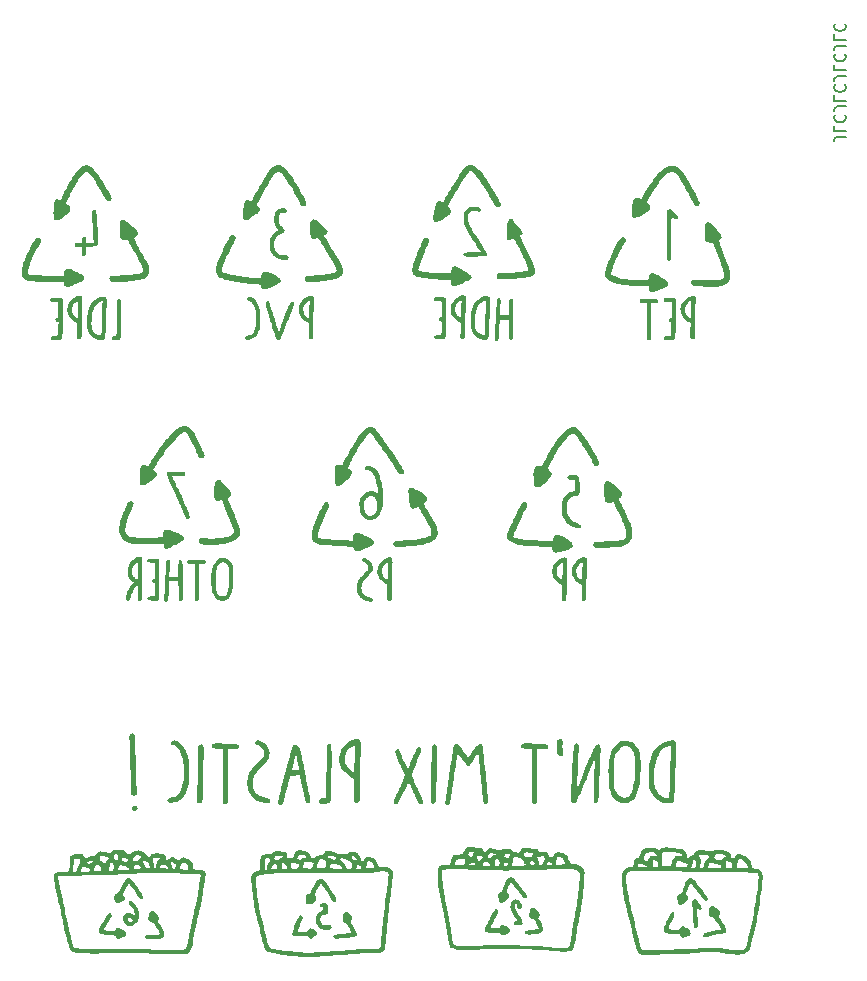
<source format=gbo>
%TF.GenerationSoftware,KiCad,Pcbnew,(7.0.0)*%
%TF.CreationDate,2023-04-22T11:09:59+02:00*%
%TF.ProjectId,PCB KiCad,50434220-4b69-4436-9164-2e6b69636164,rev?*%
%TF.SameCoordinates,Original*%
%TF.FileFunction,Legend,Bot*%
%TF.FilePolarity,Positive*%
%FSLAX46Y46*%
G04 Gerber Fmt 4.6, Leading zero omitted, Abs format (unit mm)*
G04 Created by KiCad (PCBNEW (7.0.0)) date 2023-04-22 11:09:59*
%MOMM*%
%LPD*%
G01*
G04 APERTURE LIST*
%ADD10C,0.150000*%
G04 APERTURE END LIST*
D10*
X121802619Y-45119048D02*
X121088333Y-45119048D01*
X121088333Y-45119048D02*
X120945476Y-45166667D01*
X120945476Y-45166667D02*
X120850238Y-45261905D01*
X120850238Y-45261905D02*
X120802619Y-45404762D01*
X120802619Y-45404762D02*
X120802619Y-45500000D01*
X120802619Y-44166667D02*
X120802619Y-44642857D01*
X120802619Y-44642857D02*
X121802619Y-44642857D01*
X120897857Y-43261905D02*
X120850238Y-43309524D01*
X120850238Y-43309524D02*
X120802619Y-43452381D01*
X120802619Y-43452381D02*
X120802619Y-43547619D01*
X120802619Y-43547619D02*
X120850238Y-43690476D01*
X120850238Y-43690476D02*
X120945476Y-43785714D01*
X120945476Y-43785714D02*
X121040714Y-43833333D01*
X121040714Y-43833333D02*
X121231190Y-43880952D01*
X121231190Y-43880952D02*
X121374047Y-43880952D01*
X121374047Y-43880952D02*
X121564523Y-43833333D01*
X121564523Y-43833333D02*
X121659761Y-43785714D01*
X121659761Y-43785714D02*
X121755000Y-43690476D01*
X121755000Y-43690476D02*
X121802619Y-43547619D01*
X121802619Y-43547619D02*
X121802619Y-43452381D01*
X121802619Y-43452381D02*
X121755000Y-43309524D01*
X121755000Y-43309524D02*
X121707380Y-43261905D01*
X121802619Y-42547619D02*
X121088333Y-42547619D01*
X121088333Y-42547619D02*
X120945476Y-42595238D01*
X120945476Y-42595238D02*
X120850238Y-42690476D01*
X120850238Y-42690476D02*
X120802619Y-42833333D01*
X120802619Y-42833333D02*
X120802619Y-42928571D01*
X120802619Y-41595238D02*
X120802619Y-42071428D01*
X120802619Y-42071428D02*
X121802619Y-42071428D01*
X120897857Y-40690476D02*
X120850238Y-40738095D01*
X120850238Y-40738095D02*
X120802619Y-40880952D01*
X120802619Y-40880952D02*
X120802619Y-40976190D01*
X120802619Y-40976190D02*
X120850238Y-41119047D01*
X120850238Y-41119047D02*
X120945476Y-41214285D01*
X120945476Y-41214285D02*
X121040714Y-41261904D01*
X121040714Y-41261904D02*
X121231190Y-41309523D01*
X121231190Y-41309523D02*
X121374047Y-41309523D01*
X121374047Y-41309523D02*
X121564523Y-41261904D01*
X121564523Y-41261904D02*
X121659761Y-41214285D01*
X121659761Y-41214285D02*
X121755000Y-41119047D01*
X121755000Y-41119047D02*
X121802619Y-40976190D01*
X121802619Y-40976190D02*
X121802619Y-40880952D01*
X121802619Y-40880952D02*
X121755000Y-40738095D01*
X121755000Y-40738095D02*
X121707380Y-40690476D01*
X121802619Y-39976190D02*
X121088333Y-39976190D01*
X121088333Y-39976190D02*
X120945476Y-40023809D01*
X120945476Y-40023809D02*
X120850238Y-40119047D01*
X120850238Y-40119047D02*
X120802619Y-40261904D01*
X120802619Y-40261904D02*
X120802619Y-40357142D01*
X120802619Y-39023809D02*
X120802619Y-39499999D01*
X120802619Y-39499999D02*
X121802619Y-39499999D01*
X120897857Y-38119047D02*
X120850238Y-38166666D01*
X120850238Y-38166666D02*
X120802619Y-38309523D01*
X120802619Y-38309523D02*
X120802619Y-38404761D01*
X120802619Y-38404761D02*
X120850238Y-38547618D01*
X120850238Y-38547618D02*
X120945476Y-38642856D01*
X120945476Y-38642856D02*
X121040714Y-38690475D01*
X121040714Y-38690475D02*
X121231190Y-38738094D01*
X121231190Y-38738094D02*
X121374047Y-38738094D01*
X121374047Y-38738094D02*
X121564523Y-38690475D01*
X121564523Y-38690475D02*
X121659761Y-38642856D01*
X121659761Y-38642856D02*
X121755000Y-38547618D01*
X121755000Y-38547618D02*
X121802619Y-38404761D01*
X121802619Y-38404761D02*
X121802619Y-38309523D01*
X121802619Y-38309523D02*
X121755000Y-38166666D01*
X121755000Y-38166666D02*
X121707380Y-38119047D01*
X121802619Y-37404761D02*
X121088333Y-37404761D01*
X121088333Y-37404761D02*
X120945476Y-37452380D01*
X120945476Y-37452380D02*
X120850238Y-37547618D01*
X120850238Y-37547618D02*
X120802619Y-37690475D01*
X120802619Y-37690475D02*
X120802619Y-37785713D01*
X120802619Y-36452380D02*
X120802619Y-36928570D01*
X120802619Y-36928570D02*
X121802619Y-36928570D01*
X120897857Y-35547618D02*
X120850238Y-35595237D01*
X120850238Y-35595237D02*
X120802619Y-35738094D01*
X120802619Y-35738094D02*
X120802619Y-35833332D01*
X120802619Y-35833332D02*
X120850238Y-35976189D01*
X120850238Y-35976189D02*
X120945476Y-36071427D01*
X120945476Y-36071427D02*
X121040714Y-36119046D01*
X121040714Y-36119046D02*
X121231190Y-36166665D01*
X121231190Y-36166665D02*
X121374047Y-36166665D01*
X121374047Y-36166665D02*
X121564523Y-36119046D01*
X121564523Y-36119046D02*
X121659761Y-36071427D01*
X121659761Y-36071427D02*
X121755000Y-35976189D01*
X121755000Y-35976189D02*
X121802619Y-35833332D01*
X121802619Y-35833332D02*
X121802619Y-35738094D01*
X121802619Y-35738094D02*
X121755000Y-35595237D01*
X121755000Y-35595237D02*
X121707380Y-35547618D01*
%TO.C,G\u002A\u002A\u002A*%
G36*
X61647581Y-101738686D02*
G01*
X61741722Y-101782956D01*
X61803554Y-101858921D01*
X61827914Y-101952790D01*
X61809641Y-102050771D01*
X61743573Y-102139073D01*
X61738525Y-102143343D01*
X61638151Y-102198424D01*
X61540469Y-102196180D01*
X61448456Y-102136636D01*
X61421115Y-102104597D01*
X61378898Y-102007979D01*
X61379775Y-101908516D01*
X61418799Y-101820177D01*
X61491022Y-101756929D01*
X61591496Y-101732742D01*
X61647581Y-101738686D01*
G37*
G36*
X97694174Y-96071542D02*
G01*
X97736599Y-96098962D01*
X97789964Y-96157239D01*
X97817510Y-96237249D01*
X97822129Y-96350191D01*
X97806714Y-96507265D01*
X97797335Y-96581654D01*
X97788589Y-96689489D01*
X97791327Y-96784169D01*
X97806872Y-96888687D01*
X97836545Y-97026038D01*
X97868075Y-97165674D01*
X97887995Y-97269670D01*
X97893880Y-97341265D01*
X97885390Y-97392758D01*
X97862188Y-97436448D01*
X97823937Y-97484637D01*
X97795997Y-97514238D01*
X97704918Y-97567363D01*
X97608686Y-97563131D01*
X97510686Y-97501362D01*
X97491593Y-97483068D01*
X97436037Y-97418249D01*
X97394803Y-97343585D01*
X97365507Y-97249472D01*
X97345769Y-97126301D01*
X97333205Y-96964469D01*
X97325433Y-96754368D01*
X97321825Y-96609312D01*
X97319807Y-96476583D01*
X97321515Y-96382574D01*
X97328121Y-96316743D01*
X97340799Y-96268548D01*
X97360725Y-96227447D01*
X97389070Y-96182899D01*
X97407975Y-96156151D01*
X97497146Y-96071904D01*
X97593570Y-96043327D01*
X97694174Y-96071542D01*
G37*
G36*
X67264607Y-96545090D02*
G01*
X67345807Y-96605799D01*
X67365239Y-96627271D01*
X67383895Y-96654339D01*
X67397311Y-96689617D01*
X67406351Y-96741393D01*
X67411877Y-96817951D01*
X67414755Y-96927576D01*
X67415849Y-97078556D01*
X67416021Y-97279174D01*
X67415736Y-97375973D01*
X67414184Y-97563450D01*
X67411409Y-97787418D01*
X67407557Y-98041584D01*
X67402772Y-98319655D01*
X67397198Y-98615335D01*
X67390981Y-98922331D01*
X67384265Y-99234349D01*
X67377194Y-99545096D01*
X67369913Y-99848277D01*
X67362567Y-100137598D01*
X67355300Y-100406766D01*
X67348258Y-100649486D01*
X67341584Y-100859465D01*
X67335424Y-101030409D01*
X67329922Y-101156024D01*
X67325222Y-101230015D01*
X67322089Y-101261674D01*
X67305095Y-101369440D01*
X67278007Y-101442034D01*
X67234578Y-101497917D01*
X67223361Y-101508652D01*
X67132033Y-101561970D01*
X67039256Y-101557511D01*
X66947136Y-101495293D01*
X66871876Y-101420033D01*
X66888404Y-100590219D01*
X66892170Y-100404837D01*
X66897281Y-100159823D01*
X66903303Y-99876134D01*
X66910021Y-99563708D01*
X66917220Y-99232483D01*
X66924686Y-98892398D01*
X66932202Y-98553391D01*
X66939555Y-98225399D01*
X66974178Y-96690393D01*
X67063675Y-96610747D01*
X67090412Y-96588369D01*
X67181856Y-96539238D01*
X67264607Y-96545090D01*
G37*
G36*
X109121419Y-109669384D02*
G01*
X109123800Y-109670523D01*
X109161168Y-109704988D01*
X109222357Y-109776470D01*
X109299429Y-109875247D01*
X109384449Y-109991597D01*
X109395362Y-110007058D01*
X109501328Y-110166359D01*
X109569185Y-110290679D01*
X109601018Y-110386056D01*
X109598915Y-110458528D01*
X109564960Y-110514133D01*
X109505344Y-110544771D01*
X109423336Y-110547575D01*
X109341023Y-110524943D01*
X109277576Y-110482327D01*
X109252167Y-110425178D01*
X109247060Y-110407485D01*
X109219355Y-110425303D01*
X109210371Y-110442078D01*
X109202541Y-110493783D01*
X109201460Y-110583230D01*
X109207133Y-110717016D01*
X109219562Y-110901734D01*
X109225911Y-110991456D01*
X109239497Y-111226834D01*
X109248126Y-111449332D01*
X109251814Y-111651477D01*
X109250573Y-111825796D01*
X109244417Y-111964816D01*
X109233359Y-112061063D01*
X109217412Y-112107064D01*
X109182909Y-112127761D01*
X109103486Y-112140723D01*
X109019779Y-112129840D01*
X108960842Y-112096325D01*
X108950177Y-112074683D01*
X108939306Y-112031480D01*
X108928297Y-111963126D01*
X108916798Y-111865532D01*
X108904457Y-111734612D01*
X108890922Y-111566279D01*
X108875840Y-111356445D01*
X108858859Y-111101023D01*
X108839626Y-110795927D01*
X108817789Y-110437068D01*
X108814624Y-110383872D01*
X108803552Y-110181005D01*
X108797679Y-110026197D01*
X108797491Y-109911548D01*
X108803472Y-109829157D01*
X108816108Y-109771123D01*
X108835885Y-109729545D01*
X108863287Y-109696524D01*
X108931515Y-109661644D01*
X109026704Y-109651527D01*
X109121419Y-109669384D01*
G37*
G36*
X87092726Y-96581785D02*
G01*
X87105465Y-96593403D01*
X87136315Y-96634874D01*
X87160232Y-96693886D01*
X87177667Y-96776189D01*
X87189071Y-96887535D01*
X87194895Y-97033676D01*
X87195589Y-97220364D01*
X87191605Y-97453350D01*
X87183392Y-97738386D01*
X87179949Y-97848157D01*
X87172623Y-98102781D01*
X87164954Y-98393612D01*
X87157289Y-98706205D01*
X87149976Y-99026111D01*
X87143364Y-99338883D01*
X87137801Y-99630074D01*
X87133514Y-99854480D01*
X87127861Y-100115770D01*
X87121778Y-100366135D01*
X87115522Y-100596176D01*
X87109351Y-100796494D01*
X87103522Y-100957690D01*
X87098295Y-101070367D01*
X87095078Y-101125549D01*
X87085540Y-101261229D01*
X87074658Y-101354548D01*
X87059999Y-101417229D01*
X87039129Y-101460992D01*
X87009615Y-101497562D01*
X86945595Y-101550356D01*
X86865820Y-101567719D01*
X86766206Y-101537834D01*
X86761112Y-101535491D01*
X86726988Y-101517346D01*
X86699082Y-101494115D01*
X86676970Y-101460519D01*
X86660230Y-101411277D01*
X86648439Y-101341108D01*
X86641176Y-101244732D01*
X86638018Y-101116868D01*
X86638542Y-100952236D01*
X86642326Y-100745555D01*
X86648948Y-100491544D01*
X86657986Y-100184924D01*
X86662884Y-100020108D01*
X86672624Y-99680252D01*
X86682863Y-99309330D01*
X86693141Y-98924762D01*
X86702995Y-98543966D01*
X86711962Y-98184362D01*
X86719581Y-97863369D01*
X86746501Y-96690393D01*
X86834797Y-96610747D01*
X86840732Y-96605456D01*
X86931397Y-96545056D01*
X87012030Y-96537543D01*
X87092726Y-96581785D01*
G37*
G36*
X61444086Y-95631105D02*
G01*
X61446067Y-95631859D01*
X61483705Y-95647662D01*
X61514823Y-95667269D01*
X61540229Y-95696093D01*
X61560734Y-95739541D01*
X61577146Y-95803025D01*
X61590274Y-95891954D01*
X61600927Y-96011737D01*
X61609914Y-96167784D01*
X61618044Y-96365506D01*
X61626125Y-96610312D01*
X61634968Y-96907611D01*
X61636862Y-96972190D01*
X61645654Y-97264912D01*
X61655940Y-97598394D01*
X61667282Y-97958906D01*
X61679241Y-98332716D01*
X61691380Y-98706096D01*
X61703260Y-99065315D01*
X61714441Y-99396642D01*
X61761383Y-100770622D01*
X61683609Y-100837520D01*
X61678310Y-100841969D01*
X61608732Y-100886222D01*
X61548087Y-100904419D01*
X61512131Y-100900427D01*
X61427637Y-100870754D01*
X61351481Y-100823373D01*
X61308082Y-100771779D01*
X61307364Y-100768767D01*
X61302920Y-100720716D01*
X61297014Y-100620858D01*
X61289849Y-100474245D01*
X61281631Y-100285923D01*
X61272565Y-100060942D01*
X61262856Y-99804350D01*
X61252708Y-99521195D01*
X61242327Y-99216527D01*
X61231917Y-98895394D01*
X61222445Y-98597452D01*
X61211387Y-98253714D01*
X61200391Y-97915926D01*
X61189704Y-97591510D01*
X61179574Y-97287886D01*
X61170249Y-97012475D01*
X61161977Y-96772699D01*
X61155005Y-96575978D01*
X61149581Y-96429732D01*
X61144468Y-96284366D01*
X61139266Y-96064173D01*
X61139145Y-95897058D01*
X61144092Y-95784564D01*
X61154098Y-95728232D01*
X61177228Y-95693982D01*
X61253084Y-95642537D01*
X61349737Y-95618999D01*
X61444086Y-95631105D01*
G37*
G36*
X75718320Y-111054097D02*
G01*
X75788671Y-111113444D01*
X75807344Y-111144754D01*
X75818673Y-111177783D01*
X75819763Y-111218811D01*
X75808560Y-111275395D01*
X75783010Y-111355094D01*
X75741057Y-111465467D01*
X75680646Y-111614070D01*
X75599723Y-111808463D01*
X75544628Y-111941841D01*
X75483886Y-112092787D01*
X75433572Y-112222145D01*
X75397779Y-112319349D01*
X75380604Y-112373833D01*
X75361590Y-112460405D01*
X75559387Y-112460231D01*
X75618315Y-112459927D01*
X75823857Y-112454400D01*
X75996445Y-112442519D01*
X76129858Y-112425034D01*
X76217880Y-112402698D01*
X76254293Y-112376262D01*
X76290097Y-112276532D01*
X76351639Y-112172385D01*
X76421731Y-112125148D01*
X76499627Y-112127105D01*
X76604308Y-112163416D01*
X76718706Y-112226009D01*
X76829999Y-112305640D01*
X76925367Y-112393066D01*
X76991990Y-112479046D01*
X77017047Y-112554335D01*
X77009613Y-112599760D01*
X76956481Y-112697083D01*
X76856832Y-112803171D01*
X76716122Y-112911547D01*
X76678553Y-112936137D01*
X76573018Y-112991684D01*
X76489693Y-113004749D01*
X76414977Y-112974994D01*
X76335269Y-112902081D01*
X76235692Y-112793472D01*
X75657693Y-112803592D01*
X75079694Y-112813712D01*
X75005725Y-112739743D01*
X74999629Y-112733432D01*
X74951495Y-112665131D01*
X74931756Y-112602415D01*
X74934216Y-112567632D01*
X74954747Y-112463568D01*
X74993159Y-112326434D01*
X75045887Y-112165049D01*
X75109366Y-111988234D01*
X75180032Y-111804809D01*
X75254321Y-111623595D01*
X75328666Y-111453412D01*
X75399505Y-111303080D01*
X75463272Y-111181420D01*
X75516403Y-111097252D01*
X75555333Y-111059398D01*
X75622013Y-111042348D01*
X75718320Y-111054097D01*
G37*
G36*
X61857114Y-111424369D02*
G01*
X61836780Y-111478161D01*
X61717751Y-111659328D01*
X61564103Y-111802524D01*
X61379979Y-111900938D01*
X61290391Y-111924078D01*
X61145043Y-111930724D01*
X61004926Y-111906509D01*
X60893214Y-111853684D01*
X60858926Y-111826060D01*
X60746231Y-111704630D01*
X60651862Y-111559135D01*
X60592705Y-111414265D01*
X60584046Y-111376344D01*
X60582653Y-111320182D01*
X60977556Y-111320182D01*
X60982749Y-111393433D01*
X61035481Y-111484376D01*
X61075140Y-111524151D01*
X61156460Y-111573195D01*
X61235952Y-111567949D01*
X61323694Y-111509284D01*
X61418731Y-111424369D01*
X61312245Y-111317883D01*
X61297904Y-111303706D01*
X61229602Y-111245701D01*
X61169951Y-111221387D01*
X61096067Y-111220451D01*
X61093675Y-111220650D01*
X61022133Y-111231967D01*
X60989585Y-111259963D01*
X60977556Y-111320182D01*
X60582653Y-111320182D01*
X60580108Y-111217595D01*
X60632253Y-111073226D01*
X60740554Y-110943001D01*
X60769401Y-110917517D01*
X60840512Y-110866257D01*
X60911315Y-110843606D01*
X61010347Y-110838512D01*
X61100198Y-110845586D01*
X61236396Y-110870918D01*
X61372294Y-110909193D01*
X61580103Y-110979873D01*
X61580103Y-110864786D01*
X61566898Y-110764485D01*
X61511518Y-110620098D01*
X61411112Y-110452279D01*
X61263717Y-110257258D01*
X61218480Y-110200320D01*
X61133737Y-110076985D01*
X61092287Y-109981607D01*
X61092361Y-109908745D01*
X61132190Y-109852959D01*
X61136630Y-109849376D01*
X61223484Y-109813935D01*
X61324338Y-109833227D01*
X61439603Y-109907511D01*
X61569690Y-110037046D01*
X61715010Y-110222095D01*
X61787278Y-110330144D01*
X61885478Y-110525627D01*
X61939861Y-110727114D01*
X61956614Y-110953327D01*
X61954395Y-111029163D01*
X61917043Y-111265836D01*
X61857114Y-111424369D01*
G37*
G36*
X95304993Y-110384010D02*
G01*
X95427710Y-110439157D01*
X95563946Y-110541535D01*
X95709995Y-110689561D01*
X95717369Y-110697967D01*
X95809421Y-110809240D01*
X95863225Y-110895210D01*
X95882475Y-110969396D01*
X95870865Y-111045318D01*
X95832087Y-111136498D01*
X95761266Y-111279602D01*
X95873407Y-111453106D01*
X95883134Y-111468375D01*
X95967257Y-111618287D01*
X96043112Y-111782902D01*
X96104710Y-111946510D01*
X96146060Y-112093403D01*
X96161175Y-112207872D01*
X96161157Y-112211711D01*
X96143891Y-112314278D01*
X96091222Y-112399667D01*
X95998681Y-112470426D01*
X95861796Y-112529101D01*
X95676098Y-112578240D01*
X95437116Y-112620388D01*
X95395409Y-112626351D01*
X95190037Y-112649482D01*
X95007223Y-112659875D01*
X94855468Y-112657588D01*
X94743272Y-112642680D01*
X94679134Y-112615209D01*
X94637543Y-112552618D01*
X94630911Y-112467082D01*
X94670590Y-112391159D01*
X94694237Y-112371865D01*
X94792457Y-112327151D01*
X94927884Y-112297576D01*
X95085982Y-112286792D01*
X95173926Y-112281651D01*
X95294451Y-112265542D01*
X95424671Y-112241486D01*
X95551160Y-112212585D01*
X95660495Y-112181942D01*
X95739250Y-112152657D01*
X95774001Y-112127832D01*
X95774570Y-112126246D01*
X95771127Y-112065604D01*
X95733162Y-111963936D01*
X95660064Y-111819885D01*
X95551223Y-111632094D01*
X95534765Y-111605174D01*
X95437633Y-111463265D01*
X95349651Y-111369520D01*
X95263767Y-111317787D01*
X95172932Y-111301910D01*
X95150153Y-111300765D01*
X95067935Y-111267042D01*
X95019263Y-111186370D01*
X95003952Y-111058482D01*
X95009109Y-110910030D01*
X95023840Y-110745843D01*
X95046091Y-110603326D01*
X95073909Y-110494557D01*
X95105340Y-110431611D01*
X95114939Y-110421729D01*
X95199500Y-110377673D01*
X95304993Y-110384010D01*
G37*
G36*
X77701927Y-109993634D02*
G01*
X77816683Y-110025873D01*
X77897124Y-110092561D01*
X77946452Y-110198533D01*
X77967868Y-110348620D01*
X77964572Y-110547657D01*
X77961930Y-110583666D01*
X77948561Y-110706505D01*
X77931082Y-110810235D01*
X77912568Y-110875466D01*
X77906287Y-110887584D01*
X77836738Y-110953805D01*
X77724072Y-110996708D01*
X77578479Y-111012125D01*
X77471756Y-111034946D01*
X77379771Y-111103000D01*
X77317211Y-111205696D01*
X77290418Y-111332334D01*
X77305736Y-111472213D01*
X77329502Y-111533798D01*
X77393395Y-111640712D01*
X77477502Y-111746351D01*
X77567432Y-111833414D01*
X77648791Y-111884599D01*
X77682861Y-111892269D01*
X77779693Y-111894129D01*
X77906162Y-111880237D01*
X77963690Y-111871621D01*
X78054007Y-111863642D01*
X78114245Y-111870710D01*
X78162269Y-111893767D01*
X78233192Y-111961744D01*
X78254975Y-112039017D01*
X78225782Y-112115560D01*
X78148408Y-112184326D01*
X78025645Y-112238271D01*
X77941733Y-112258634D01*
X77763561Y-112274643D01*
X77588469Y-112259320D01*
X77439884Y-112213651D01*
X77341205Y-112152560D01*
X77213383Y-112038296D01*
X77094800Y-111896779D01*
X77000094Y-111743652D01*
X76960913Y-111660239D01*
X76932369Y-111572718D01*
X76918998Y-111475811D01*
X76915679Y-111345354D01*
X76931498Y-111141218D01*
X76984280Y-110970554D01*
X77078787Y-110834653D01*
X77219765Y-110726772D01*
X77411959Y-110640170D01*
X77456511Y-110623639D01*
X77520491Y-110591527D01*
X77550673Y-110552879D01*
X77562240Y-110492806D01*
X77556739Y-110410028D01*
X77513298Y-110361657D01*
X77424801Y-110346595D01*
X77412064Y-110346046D01*
X77328661Y-110316729D01*
X77270610Y-110254558D01*
X77247998Y-110175886D01*
X77270911Y-110097067D01*
X77331213Y-110045001D01*
X77443617Y-110005469D01*
X77594657Y-109989076D01*
X77701927Y-109993634D01*
G37*
G36*
X65086024Y-96244274D02*
G01*
X65237228Y-96303414D01*
X65278780Y-96326209D01*
X65452643Y-96455170D01*
X65619766Y-96630643D01*
X65773297Y-96843425D01*
X65906383Y-97084316D01*
X66012174Y-97344114D01*
X66063448Y-97508650D01*
X66111537Y-97702103D01*
X66148090Y-97906834D01*
X66174752Y-98134452D01*
X66193169Y-98396565D01*
X66204985Y-98704781D01*
X66208411Y-98877764D01*
X66204796Y-99263887D01*
X66183158Y-99606053D01*
X66142191Y-99912532D01*
X66080593Y-100191593D01*
X65997059Y-100451504D01*
X65890286Y-100700536D01*
X65777451Y-100897179D01*
X65601696Y-101111533D01*
X65394290Y-101283375D01*
X65160917Y-101408192D01*
X64907259Y-101481470D01*
X64736554Y-101501843D01*
X64577309Y-101496414D01*
X64459202Y-101461513D01*
X64385756Y-101398260D01*
X64360491Y-101307772D01*
X64364628Y-101245549D01*
X64394173Y-101161966D01*
X64458565Y-101102881D01*
X64565334Y-101062620D01*
X64722011Y-101035514D01*
X64742404Y-101032917D01*
X64956618Y-100988130D01*
X65135179Y-100912453D01*
X65283649Y-100800586D01*
X65407590Y-100647228D01*
X65512562Y-100447080D01*
X65604128Y-100194840D01*
X65631266Y-100100908D01*
X65684981Y-99857523D01*
X65722005Y-99585905D01*
X65743412Y-99276685D01*
X65750276Y-98920496D01*
X65746422Y-98605154D01*
X65732267Y-98301065D01*
X65706242Y-98037530D01*
X65666817Y-97805770D01*
X65612462Y-97597007D01*
X65541649Y-97402461D01*
X65452847Y-97213355D01*
X65422337Y-97156828D01*
X65301254Y-96968528D01*
X65171175Y-96816124D01*
X65038787Y-96706605D01*
X64910776Y-96646957D01*
X64853902Y-96628876D01*
X64748823Y-96575384D01*
X64676826Y-96509731D01*
X64650114Y-96441533D01*
X64666756Y-96356569D01*
X64726712Y-96280173D01*
X64822252Y-96234657D01*
X64944861Y-96222023D01*
X65086024Y-96244274D01*
G37*
G36*
X94753778Y-96477238D02*
G01*
X94917290Y-96480574D01*
X95130565Y-96486788D01*
X95431745Y-96496846D01*
X95733042Y-96508640D01*
X95982143Y-96520681D01*
X96182137Y-96533198D01*
X96336115Y-96546422D01*
X96447164Y-96560583D01*
X96518374Y-96575910D01*
X96552835Y-96592633D01*
X96603710Y-96673082D01*
X96608267Y-96770795D01*
X96557388Y-96866639D01*
X96542056Y-96884246D01*
X96513501Y-96911909D01*
X96479335Y-96930879D01*
X96429100Y-96943208D01*
X96352337Y-96950950D01*
X96238587Y-96956159D01*
X96077392Y-96960889D01*
X95668815Y-96972109D01*
X95668653Y-99148241D01*
X95668517Y-99405928D01*
X95667610Y-99856076D01*
X95665859Y-100250764D01*
X95663269Y-100589643D01*
X95659843Y-100872360D01*
X95655588Y-101098564D01*
X95650507Y-101267903D01*
X95644605Y-101380026D01*
X95637887Y-101434582D01*
X95599435Y-101520639D01*
X95543921Y-101571414D01*
X95514135Y-101580819D01*
X95423102Y-101586199D01*
X95334628Y-101567020D01*
X95275284Y-101527614D01*
X95266273Y-101490841D01*
X95256996Y-101398685D01*
X95248236Y-101255542D01*
X95240071Y-101065007D01*
X95232578Y-100830676D01*
X95225834Y-100556147D01*
X95219916Y-100245016D01*
X95214902Y-99900879D01*
X95210868Y-99527332D01*
X95207891Y-99127972D01*
X95206048Y-98706396D01*
X95205417Y-98266199D01*
X95205417Y-96969704D01*
X95053364Y-96954261D01*
X95052853Y-96954209D01*
X94945126Y-96944099D01*
X94809114Y-96932445D01*
X94674131Y-96921760D01*
X94635524Y-96918643D01*
X94501511Y-96901651D01*
X94410094Y-96875130D01*
X94348919Y-96834114D01*
X94305634Y-96773639D01*
X94301412Y-96765279D01*
X94284647Y-96670481D01*
X94319174Y-96581809D01*
X94399685Y-96513923D01*
X94435275Y-96498700D01*
X94480778Y-96487512D01*
X94543626Y-96480406D01*
X94631925Y-96477082D01*
X94753778Y-96477238D01*
G37*
G36*
X68870969Y-96482942D02*
G01*
X69081932Y-96488588D01*
X69301067Y-96496572D01*
X69520114Y-96506546D01*
X69730809Y-96518165D01*
X69924892Y-96531079D01*
X70094099Y-96544942D01*
X70230169Y-96559407D01*
X70324840Y-96574125D01*
X70369850Y-96588749D01*
X70404756Y-96648338D01*
X70413705Y-96736213D01*
X70396102Y-96826622D01*
X70353259Y-96895341D01*
X70342904Y-96904003D01*
X70307081Y-96924164D01*
X70254198Y-96938493D01*
X70174040Y-96948443D01*
X70056389Y-96955465D01*
X69891030Y-96961009D01*
X69489169Y-96972045D01*
X69480759Y-99206134D01*
X69480504Y-99271406D01*
X69478776Y-99624272D01*
X69476562Y-99960069D01*
X69473925Y-100274258D01*
X69470928Y-100562300D01*
X69467634Y-100819655D01*
X69464108Y-101041782D01*
X69460412Y-101224144D01*
X69456609Y-101362200D01*
X69452763Y-101451410D01*
X69448938Y-101487235D01*
X69421792Y-101522161D01*
X69362051Y-101566042D01*
X69331964Y-101577391D01*
X69242116Y-101585602D01*
X69153600Y-101567685D01*
X69093204Y-101527483D01*
X69088894Y-101519364D01*
X69076107Y-101462945D01*
X69064786Y-101359177D01*
X69054901Y-101206887D01*
X69046424Y-101004901D01*
X69039326Y-100752045D01*
X69033578Y-100447146D01*
X69029152Y-100089030D01*
X69026018Y-99676523D01*
X69024149Y-99208451D01*
X69023514Y-98683641D01*
X69023433Y-96969704D01*
X68871380Y-96954261D01*
X68867951Y-96953914D01*
X68759577Y-96943807D01*
X68623250Y-96932200D01*
X68487629Y-96921537D01*
X68465521Y-96919723D01*
X68348348Y-96904858D01*
X68250487Y-96884369D01*
X68191224Y-96862124D01*
X68145750Y-96821027D01*
X68106582Y-96735092D01*
X68109568Y-96641187D01*
X68152671Y-96556678D01*
X68233852Y-96498931D01*
X68274088Y-96490691D01*
X68369739Y-96483509D01*
X68506611Y-96480055D01*
X68676442Y-96479982D01*
X68870969Y-96482942D01*
G37*
G36*
X93991163Y-109703949D02*
G01*
X94115685Y-109773441D01*
X94222808Y-109881513D01*
X94304563Y-110022957D01*
X94352983Y-110192565D01*
X94358567Y-110252553D01*
X94344306Y-110369683D01*
X94300216Y-110462416D01*
X94233892Y-110522369D01*
X94152930Y-110541163D01*
X94064926Y-110510416D01*
X94062422Y-110508754D01*
X94020670Y-110468126D01*
X93996552Y-110405521D01*
X93982986Y-110303017D01*
X93979278Y-110267349D01*
X93955662Y-110157879D01*
X93919458Y-110091261D01*
X93885801Y-110062820D01*
X93855449Y-110065349D01*
X93813354Y-110110421D01*
X93775023Y-110172312D01*
X93757298Y-110234445D01*
X93770482Y-110312072D01*
X93810342Y-110430684D01*
X93871354Y-110574141D01*
X93947921Y-110730312D01*
X94034449Y-110887068D01*
X94125342Y-111032280D01*
X94184054Y-111120733D01*
X94296604Y-111302409D01*
X94373028Y-111449401D01*
X94415069Y-111567685D01*
X94424472Y-111663239D01*
X94402982Y-111742041D01*
X94352343Y-111810068D01*
X94329981Y-111831089D01*
X94289195Y-111857922D01*
X94235371Y-111873020D01*
X94153555Y-111879671D01*
X94028797Y-111881157D01*
X93914036Y-111878421D01*
X93795626Y-111863356D01*
X93720807Y-111831629D01*
X93681696Y-111779310D01*
X93670411Y-111702469D01*
X93671233Y-111683424D01*
X93695896Y-111618266D01*
X93764539Y-111562254D01*
X93776753Y-111555050D01*
X93851931Y-111519346D01*
X93909350Y-111504755D01*
X93916753Y-111504582D01*
X93951187Y-111492905D01*
X93952369Y-111458210D01*
X93918364Y-111393913D01*
X93847236Y-111293427D01*
X93790621Y-111214378D01*
X93688115Y-111056022D01*
X93590952Y-110888515D01*
X93506543Y-110725686D01*
X93442298Y-110581366D01*
X93405629Y-110469381D01*
X93388156Y-110316290D01*
X93405327Y-110138484D01*
X93458248Y-109973216D01*
X93542308Y-109834179D01*
X93652895Y-109735067D01*
X93721796Y-109701530D01*
X93857211Y-109678242D01*
X93991163Y-109703949D01*
G37*
G36*
X79583953Y-110768130D02*
G01*
X79710900Y-110852975D01*
X79861491Y-110987550D01*
X79951070Y-111083338D01*
X80012110Y-111180402D01*
X80024482Y-111269212D01*
X79989229Y-111360623D01*
X79907393Y-111465488D01*
X79897179Y-111476839D01*
X79868599Y-111517920D01*
X79870198Y-111558753D01*
X79900948Y-111624781D01*
X79913254Y-111647696D01*
X79961067Y-111731079D01*
X80025446Y-111838754D01*
X80096023Y-111953262D01*
X80169269Y-112073551D01*
X80278110Y-112273364D01*
X80347173Y-112437842D01*
X80377090Y-112570818D01*
X80368489Y-112676126D01*
X80322000Y-112757598D01*
X80238252Y-112819068D01*
X80212644Y-112828008D01*
X80130743Y-112846570D01*
X80008529Y-112868687D01*
X79856740Y-112892836D01*
X79686111Y-112917491D01*
X79507379Y-112941128D01*
X79331281Y-112962221D01*
X79168553Y-112979247D01*
X79029932Y-112990679D01*
X79004330Y-112992349D01*
X78819228Y-113002440D01*
X78682010Y-113005197D01*
X78584071Y-113000235D01*
X78516806Y-112987166D01*
X78471610Y-112965604D01*
X78423432Y-112906489D01*
X78404711Y-112824736D01*
X78419659Y-112745258D01*
X78468526Y-112690306D01*
X78470937Y-112689167D01*
X78523509Y-112676698D01*
X78622854Y-112662000D01*
X78758982Y-112646241D01*
X78921903Y-112630592D01*
X79101628Y-112616220D01*
X79155107Y-112612285D01*
X79404728Y-112591310D01*
X79601186Y-112569523D01*
X79748486Y-112546170D01*
X79850634Y-112520498D01*
X79911633Y-112491752D01*
X79935489Y-112459178D01*
X79930537Y-112430262D01*
X79898883Y-112357442D01*
X79844724Y-112256897D01*
X79775082Y-112139596D01*
X79696977Y-112016507D01*
X79617432Y-111898600D01*
X79543467Y-111796844D01*
X79482104Y-111722208D01*
X79440365Y-111685661D01*
X79372007Y-111653535D01*
X79283353Y-111611597D01*
X79203706Y-111573735D01*
X79209278Y-111244228D01*
X79211461Y-111146787D01*
X79217462Y-111024672D01*
X79228026Y-110940995D01*
X79244982Y-110883621D01*
X79270162Y-110840413D01*
X79302758Y-110801474D01*
X79384104Y-110743431D01*
X79476429Y-110731966D01*
X79583953Y-110768130D01*
G37*
G36*
X92211814Y-110501567D02*
G01*
X92273570Y-110539342D01*
X92275967Y-110541150D01*
X92333028Y-110600598D01*
X92361976Y-110661151D01*
X92361739Y-110675691D01*
X92343490Y-110743280D01*
X92304326Y-110839267D01*
X92250389Y-110947869D01*
X92224356Y-110997021D01*
X92151355Y-111141749D01*
X92074195Y-111302276D01*
X92005774Y-111452023D01*
X91973052Y-111524480D01*
X91907142Y-111662512D01*
X91843250Y-111787663D01*
X91791534Y-111879653D01*
X91739909Y-111965053D01*
X91709441Y-112028140D01*
X91707850Y-112070110D01*
X91740945Y-112095265D01*
X91814536Y-112107906D01*
X91934432Y-112112336D01*
X92106443Y-112112856D01*
X92158705Y-112112676D01*
X92297937Y-112110273D01*
X92410581Y-112105511D01*
X92486193Y-112098946D01*
X92514330Y-112091135D01*
X92517471Y-112062523D01*
X92524289Y-111999925D01*
X92548414Y-111936357D01*
X92604954Y-111876890D01*
X92671488Y-111852195D01*
X92730047Y-111861042D01*
X92829546Y-111888558D01*
X92946524Y-111928505D01*
X93062403Y-111974481D01*
X93158606Y-112020083D01*
X93281436Y-112104497D01*
X93353560Y-112198557D01*
X93370332Y-112296807D01*
X93332703Y-112396787D01*
X93241623Y-112496034D01*
X93098041Y-112592089D01*
X92902908Y-112682489D01*
X92868458Y-112695194D01*
X92763810Y-112715894D01*
X92677758Y-112693490D01*
X92590931Y-112624376D01*
X92494240Y-112527685D01*
X91945552Y-112507850D01*
X91902749Y-112506279D01*
X91715360Y-112498478D01*
X91575720Y-112490382D01*
X91475319Y-112480996D01*
X91405649Y-112469323D01*
X91358199Y-112454366D01*
X91324459Y-112435130D01*
X91323055Y-112434095D01*
X91260499Y-112353155D01*
X91241171Y-112238764D01*
X91264391Y-112095173D01*
X91329482Y-111926632D01*
X91435766Y-111737390D01*
X91455549Y-111705078D01*
X91518811Y-111590437D01*
X91587456Y-111453554D01*
X91649761Y-111317436D01*
X91678481Y-111252557D01*
X91758583Y-111085509D01*
X91844161Y-110923400D01*
X91929483Y-110775858D01*
X92008812Y-110652510D01*
X92076416Y-110562985D01*
X92126559Y-110516910D01*
X92162908Y-110500679D01*
X92211814Y-110501567D01*
G37*
G36*
X78171624Y-96513074D02*
G01*
X78177711Y-96518903D01*
X78196959Y-96545329D01*
X78211428Y-96585600D01*
X78222298Y-96648528D01*
X78230752Y-96742928D01*
X78237971Y-96877615D01*
X78245138Y-97061401D01*
X78245183Y-97062687D01*
X78247966Y-97182420D01*
X78249854Y-97353234D01*
X78250861Y-97568387D01*
X78251006Y-97821137D01*
X78250305Y-98104740D01*
X78248773Y-98412456D01*
X78246429Y-98737542D01*
X78243287Y-99073256D01*
X78239366Y-99412856D01*
X78235759Y-99706016D01*
X78231323Y-100068396D01*
X78226842Y-100379647D01*
X78221496Y-100643718D01*
X78214465Y-100864559D01*
X78204928Y-101046121D01*
X78192065Y-101192354D01*
X78175056Y-101307207D01*
X78153079Y-101394631D01*
X78125315Y-101458576D01*
X78090943Y-101502992D01*
X78049143Y-101531829D01*
X77999093Y-101549036D01*
X77939975Y-101558565D01*
X77870968Y-101564365D01*
X77791250Y-101570386D01*
X77765114Y-101572650D01*
X77643488Y-101582784D01*
X77539139Y-101590878D01*
X77472274Y-101595353D01*
X77431716Y-101595263D01*
X77317702Y-101570054D01*
X77226385Y-101514700D01*
X77166420Y-101438843D01*
X77146457Y-101352129D01*
X77175150Y-101264200D01*
X77180568Y-101256271D01*
X77273894Y-101174307D01*
X77412737Y-101124162D01*
X77593590Y-101107155D01*
X77766520Y-101107155D01*
X77783530Y-100984065D01*
X77786079Y-100947950D01*
X77789665Y-100855201D01*
X77793697Y-100713494D01*
X77798077Y-100527751D01*
X77802712Y-100302891D01*
X77807507Y-100043835D01*
X77812365Y-99755501D01*
X77817194Y-99442811D01*
X77821897Y-99110685D01*
X77826380Y-98764041D01*
X77826754Y-98733674D01*
X77831689Y-98338296D01*
X77836146Y-97996481D01*
X77840280Y-97704161D01*
X77844244Y-97457268D01*
X77848190Y-97251734D01*
X77852273Y-97083490D01*
X77856645Y-96948470D01*
X77861460Y-96842605D01*
X77866871Y-96761827D01*
X77873031Y-96702068D01*
X77880094Y-96659261D01*
X77888212Y-96629336D01*
X77897540Y-96608226D01*
X77908230Y-96591864D01*
X77931685Y-96563350D01*
X78014468Y-96499350D01*
X78098454Y-96481393D01*
X78171624Y-96513074D01*
G37*
G36*
X59557772Y-110864099D02*
G01*
X59616054Y-110927321D01*
X59639624Y-111007958D01*
X59626754Y-111055441D01*
X59587735Y-111141629D01*
X59528842Y-111251622D01*
X59456442Y-111372740D01*
X59380794Y-111495034D01*
X59296491Y-111634874D01*
X59210781Y-111779947D01*
X59128904Y-111921126D01*
X59056099Y-112049283D01*
X58997608Y-112155291D01*
X58958671Y-112230024D01*
X58944527Y-112264353D01*
X58959976Y-112280165D01*
X59024301Y-112300206D01*
X59129813Y-112317843D01*
X59266926Y-112331898D01*
X59426052Y-112341195D01*
X59597606Y-112344555D01*
X59958210Y-112344555D01*
X59958210Y-112260877D01*
X59972111Y-112188252D01*
X60013210Y-112109276D01*
X60038862Y-112079702D01*
X60073855Y-112057566D01*
X60123672Y-112058131D01*
X60208706Y-112078151D01*
X60233659Y-112084950D01*
X60430823Y-112156674D01*
X60609553Y-112251895D01*
X60750142Y-112360343D01*
X60808255Y-112423097D01*
X60846053Y-112492004D01*
X60856044Y-112572187D01*
X60853973Y-112611186D01*
X60829622Y-112693263D01*
X60771787Y-112765610D01*
X60672870Y-112836043D01*
X60525274Y-112912376D01*
X60514026Y-112917626D01*
X60356794Y-112982140D01*
X60236282Y-113009694D01*
X60144439Y-112999505D01*
X60073212Y-112950790D01*
X60014549Y-112862769D01*
X59990827Y-112818530D01*
X59962961Y-112781339D01*
X59924927Y-112755307D01*
X59867185Y-112737658D01*
X59780197Y-112725615D01*
X59654425Y-112716401D01*
X59480331Y-112707239D01*
X59267201Y-112694507D01*
X59050120Y-112674534D01*
X58880172Y-112648405D01*
X58751426Y-112614471D01*
X58657951Y-112571082D01*
X58593818Y-112516590D01*
X58553098Y-112449345D01*
X58534389Y-112388270D01*
X58531659Y-112295414D01*
X58559144Y-112186686D01*
X58619498Y-112052856D01*
X58715374Y-111884693D01*
X58819130Y-111714162D01*
X58957129Y-111488449D01*
X59070618Y-111305156D01*
X59162824Y-111159890D01*
X59236973Y-111048253D01*
X59296293Y-110965851D01*
X59344010Y-110908287D01*
X59383351Y-110871167D01*
X59417543Y-110850095D01*
X59449813Y-110840675D01*
X59483387Y-110838512D01*
X59483424Y-110838512D01*
X59557772Y-110864099D01*
G37*
G36*
X93528985Y-107779058D02*
G01*
X93633309Y-107844236D01*
X93643238Y-107852970D01*
X93697409Y-107910472D01*
X93779077Y-108005916D01*
X93882858Y-108132650D01*
X94003363Y-108284024D01*
X94135207Y-108453388D01*
X94273004Y-108634091D01*
X94388774Y-108787750D01*
X94515643Y-108957415D01*
X94613557Y-109090847D01*
X94686111Y-109193626D01*
X94736902Y-109271329D01*
X94769523Y-109329535D01*
X94787571Y-109373822D01*
X94794641Y-109409768D01*
X94794327Y-109442951D01*
X94778273Y-109508183D01*
X94726015Y-109578128D01*
X94652373Y-109610363D01*
X94571781Y-109595023D01*
X94568313Y-109592674D01*
X94530583Y-109554678D01*
X94463617Y-109477962D01*
X94372441Y-109368623D01*
X94262079Y-109232760D01*
X94137555Y-109076470D01*
X94003896Y-108905851D01*
X93975887Y-108869842D01*
X93844879Y-108702480D01*
X93725080Y-108551129D01*
X93621316Y-108421767D01*
X93538413Y-108320370D01*
X93481196Y-108252916D01*
X93454491Y-108225381D01*
X93438904Y-108229897D01*
X93400983Y-108275484D01*
X93350416Y-108359488D01*
X93292027Y-108472385D01*
X93230642Y-108604652D01*
X93171085Y-108746766D01*
X93118182Y-108889202D01*
X93064295Y-109045826D01*
X93193579Y-109169702D01*
X93267225Y-109250406D01*
X93317196Y-109346998D01*
X93316654Y-109443955D01*
X93267815Y-109552718D01*
X93223432Y-109603272D01*
X93142719Y-109674650D01*
X93040403Y-109755217D01*
X92930601Y-109834356D01*
X92827432Y-109901451D01*
X92745012Y-109945883D01*
X92682027Y-109965411D01*
X92599074Y-109957600D01*
X92527966Y-109902921D01*
X92466692Y-109798643D01*
X92413241Y-109642031D01*
X92365601Y-109430352D01*
X92360766Y-109403706D01*
X92348365Y-109281157D01*
X92365512Y-109194722D01*
X92418209Y-109129735D01*
X92512461Y-109071529D01*
X92531976Y-109061325D01*
X92595779Y-109021199D01*
X92646855Y-108971520D01*
X92693017Y-108900958D01*
X92742079Y-108798180D01*
X92801857Y-108651853D01*
X92812953Y-108623828D01*
X92928623Y-108349275D01*
X93036284Y-108129459D01*
X93138066Y-107962313D01*
X93236097Y-107845768D01*
X93332508Y-107777756D01*
X93429428Y-107756208D01*
X93528985Y-107779058D01*
G37*
G36*
X77459815Y-107937670D02*
G01*
X77524141Y-107970618D01*
X77593532Y-108026147D01*
X77671543Y-108108113D01*
X77761730Y-108220373D01*
X77867649Y-108366784D01*
X77992856Y-108551202D01*
X78140906Y-108777484D01*
X78315356Y-109049487D01*
X78399602Y-109182606D01*
X78507402Y-109358369D01*
X78585922Y-109496569D01*
X78637535Y-109603294D01*
X78664615Y-109684634D01*
X78669536Y-109746679D01*
X78654669Y-109795519D01*
X78622390Y-109837241D01*
X78595734Y-109856649D01*
X78518697Y-109879560D01*
X78436888Y-109876546D01*
X78378036Y-109846551D01*
X78377863Y-109846350D01*
X78353989Y-109812151D01*
X78303725Y-109735805D01*
X78231426Y-109624076D01*
X78141444Y-109483726D01*
X78038135Y-109321518D01*
X77925851Y-109144213D01*
X77823439Y-108982559D01*
X77696661Y-108784833D01*
X77594448Y-108629541D01*
X77513546Y-108512471D01*
X77450700Y-108429411D01*
X77402659Y-108376147D01*
X77366167Y-108348466D01*
X77337973Y-108342155D01*
X77314821Y-108353002D01*
X77292147Y-108376355D01*
X77235248Y-108453431D01*
X77165266Y-108563569D01*
X77089453Y-108694062D01*
X77015062Y-108832202D01*
X76949344Y-108965284D01*
X76899552Y-109080600D01*
X76812198Y-109307115D01*
X76883659Y-109392042D01*
X76902106Y-109414606D01*
X76961147Y-109508216D01*
X76974962Y-109590071D01*
X76946976Y-109675502D01*
X76922120Y-109714466D01*
X76849908Y-109798921D01*
X76754805Y-109891202D01*
X76651760Y-109978191D01*
X76555723Y-110046771D01*
X76481643Y-110083823D01*
X76459362Y-110090099D01*
X76336919Y-110113229D01*
X76243917Y-110103891D01*
X76175724Y-110057062D01*
X76127710Y-109967719D01*
X76095242Y-109830839D01*
X76073690Y-109641398D01*
X76070594Y-109601088D01*
X76065759Y-109465153D01*
X76078181Y-109371923D01*
X76113589Y-109309853D01*
X76177710Y-109267392D01*
X76276273Y-109232996D01*
X76433525Y-109187282D01*
X76699290Y-108677661D01*
X76773013Y-108538373D01*
X76882506Y-108342519D01*
X76976677Y-108191690D01*
X77059735Y-108080512D01*
X77135890Y-108003616D01*
X77209354Y-107955628D01*
X77284334Y-107931178D01*
X77332135Y-107924086D01*
X77396998Y-107923444D01*
X77459815Y-107937670D01*
G37*
G36*
X63088802Y-110635864D02*
G01*
X63146462Y-110643177D01*
X63200027Y-110668482D01*
X63263287Y-110720558D01*
X63350034Y-110808188D01*
X63470741Y-110946085D01*
X63568340Y-111092115D01*
X63614708Y-111218777D01*
X63610679Y-111328552D01*
X63557087Y-111423921D01*
X63551183Y-111430747D01*
X63532361Y-111458297D01*
X63528100Y-111488428D01*
X63542509Y-111529840D01*
X63579695Y-111591232D01*
X63643768Y-111681303D01*
X63738834Y-111808751D01*
X63782670Y-111868042D01*
X63916897Y-112067047D01*
X64010802Y-112241271D01*
X64068521Y-112399342D01*
X64094192Y-112549889D01*
X64093329Y-112686682D01*
X64059348Y-112809826D01*
X63984864Y-112902717D01*
X63864417Y-112971796D01*
X63692547Y-113023501D01*
X63641980Y-113033409D01*
X63492942Y-113050706D01*
X63298624Y-113059432D01*
X63052973Y-113059932D01*
X62888175Y-113057213D01*
X62758658Y-113052917D01*
X62668550Y-113046079D01*
X62608271Y-113035565D01*
X62568245Y-113020237D01*
X62538891Y-112998961D01*
X62499049Y-112939033D01*
X62478933Y-112857683D01*
X62483252Y-112780333D01*
X62514140Y-112730138D01*
X62526182Y-112726257D01*
X62589499Y-112718483D01*
X62694473Y-112712136D01*
X62829951Y-112707786D01*
X62984778Y-112706005D01*
X63148675Y-112703660D01*
X63328100Y-112695789D01*
X63474024Y-112683177D01*
X63574277Y-112666634D01*
X63649649Y-112646601D01*
X63701203Y-112624712D01*
X63718496Y-112596409D01*
X63713901Y-112551487D01*
X63710655Y-112537615D01*
X63671675Y-112436274D01*
X63602641Y-112304472D01*
X63510345Y-112153448D01*
X63401578Y-111994440D01*
X63283131Y-111838685D01*
X63280796Y-111835784D01*
X63190463Y-111725955D01*
X63124112Y-111653498D01*
X63071202Y-111609639D01*
X63021191Y-111585603D01*
X62963541Y-111572613D01*
X62955245Y-111571169D01*
X62853095Y-111536935D01*
X62772695Y-111483452D01*
X62753002Y-111461423D01*
X62726093Y-111411659D01*
X62716905Y-111346749D01*
X62725973Y-111256876D01*
X62753832Y-111132222D01*
X62801015Y-110962971D01*
X62820972Y-110898208D01*
X62871117Y-110771179D01*
X62926264Y-110690526D01*
X62993337Y-110648106D01*
X63079262Y-110635775D01*
X63088802Y-110635864D01*
G37*
G36*
X108733610Y-107870442D02*
G01*
X108828650Y-107933359D01*
X108938643Y-108032410D01*
X109066879Y-108170103D01*
X109216650Y-108348945D01*
X109391244Y-108571444D01*
X109593953Y-108840108D01*
X109699189Y-108981361D01*
X109806199Y-109124842D01*
X109901102Y-109251940D01*
X109976410Y-109352626D01*
X110024632Y-109416868D01*
X110049958Y-109452704D01*
X110108904Y-109575110D01*
X110116856Y-109683227D01*
X110073106Y-109771864D01*
X110030217Y-109807603D01*
X109954825Y-109820525D01*
X109865673Y-109778939D01*
X109859088Y-109773408D01*
X109815718Y-109726998D01*
X109743653Y-109642560D01*
X109647916Y-109526250D01*
X109533530Y-109384223D01*
X109405518Y-109222634D01*
X109268904Y-109047639D01*
X109227973Y-108994896D01*
X109093785Y-108822921D01*
X108970136Y-108665832D01*
X108861982Y-108529834D01*
X108774280Y-108421132D01*
X108711986Y-108345930D01*
X108680056Y-108310433D01*
X108664834Y-108297114D01*
X108637872Y-108282064D01*
X108614905Y-108295375D01*
X108587299Y-108345468D01*
X108546419Y-108440764D01*
X108517407Y-108513192D01*
X108467459Y-108645120D01*
X108412416Y-108796622D01*
X108359812Y-108947248D01*
X108249243Y-109271605D01*
X108332206Y-109332943D01*
X108419998Y-109422375D01*
X108452243Y-109522301D01*
X108429088Y-109635420D01*
X108377380Y-109724822D01*
X108276221Y-109842545D01*
X108146155Y-109957052D01*
X108000910Y-110054890D01*
X107909121Y-110102354D01*
X107797418Y-110137304D01*
X107709954Y-110129096D01*
X107638679Y-110078250D01*
X107616830Y-110046910D01*
X107577489Y-109949296D01*
X107546137Y-109819911D01*
X107524958Y-109676060D01*
X107516137Y-109535047D01*
X107521858Y-109414175D01*
X107544307Y-109330750D01*
X107554424Y-109317031D01*
X107615648Y-109274849D01*
X107705498Y-109241851D01*
X107720245Y-109238047D01*
X107784676Y-109216734D01*
X107835099Y-109185699D01*
X107877787Y-109135834D01*
X107919015Y-109058032D01*
X107965058Y-108943184D01*
X108022192Y-108782184D01*
X108062600Y-108670354D01*
X108137147Y-108483293D01*
X108215714Y-108306028D01*
X108292886Y-108149902D01*
X108363243Y-108026259D01*
X108421368Y-107946443D01*
X108437175Y-107929961D01*
X108505306Y-107873419D01*
X108575228Y-107842980D01*
X108650233Y-107841152D01*
X108733610Y-107870442D01*
G37*
G36*
X107189925Y-110753123D02*
G01*
X107221724Y-110773400D01*
X107257769Y-110810972D01*
X107275301Y-110861050D01*
X107273066Y-110930173D01*
X107249811Y-111024881D01*
X107204282Y-111151714D01*
X107135225Y-111317211D01*
X107041386Y-111527912D01*
X107013244Y-111589989D01*
X106926938Y-111780235D01*
X106862029Y-111925602D01*
X106817117Y-112032500D01*
X106790805Y-112107342D01*
X106781694Y-112156536D01*
X106788385Y-112186496D01*
X106809479Y-112203630D01*
X106843577Y-112214350D01*
X106889281Y-112225067D01*
X106927473Y-112232588D01*
X107034813Y-112244692D01*
X107170270Y-112252887D01*
X107316689Y-112256839D01*
X107456915Y-112256213D01*
X107573795Y-112250674D01*
X107650174Y-112239890D01*
X107702040Y-112204991D01*
X107744664Y-112133557D01*
X107804907Y-112016752D01*
X107888811Y-111949719D01*
X107995499Y-111935702D01*
X108125227Y-111974672D01*
X108278249Y-112066594D01*
X108335573Y-112108553D01*
X108482129Y-112226797D01*
X108581389Y-112328500D01*
X108637734Y-112418722D01*
X108655542Y-112502522D01*
X108654645Y-112527346D01*
X108633744Y-112608951D01*
X108579393Y-112680692D01*
X108483970Y-112750374D01*
X108339852Y-112825804D01*
X108315343Y-112837213D01*
X108154836Y-112899461D01*
X108029671Y-112921629D01*
X107934368Y-112903959D01*
X107863446Y-112846691D01*
X107816122Y-112773974D01*
X107786911Y-112706313D01*
X107779566Y-112684846D01*
X107763710Y-112667360D01*
X107731546Y-112654631D01*
X107674756Y-112645340D01*
X107585023Y-112638169D01*
X107454030Y-112631799D01*
X107273458Y-112624912D01*
X107119266Y-112618576D01*
X106928999Y-112607188D01*
X106782608Y-112592081D01*
X106671645Y-112571528D01*
X106587659Y-112543799D01*
X106522200Y-112507167D01*
X106466821Y-112459902D01*
X106432017Y-112421234D01*
X106394697Y-112348158D01*
X106384892Y-112249737D01*
X106384977Y-112232632D01*
X106387329Y-112177604D01*
X106394975Y-112122651D01*
X106410672Y-112060270D01*
X106437175Y-111982957D01*
X106477239Y-111883209D01*
X106533620Y-111753522D01*
X106609072Y-111586392D01*
X106706352Y-111374316D01*
X106780017Y-111215973D01*
X106866108Y-111038590D01*
X106936703Y-110906411D01*
X106995593Y-110814566D01*
X107046570Y-110758185D01*
X107093423Y-110732397D01*
X107139944Y-110732333D01*
X107189925Y-110753123D01*
G37*
G36*
X61139355Y-107867830D02*
G01*
X61270458Y-107929642D01*
X61285976Y-107941945D01*
X61346845Y-108006016D01*
X61428894Y-108107382D01*
X61527076Y-108238412D01*
X61636346Y-108391473D01*
X61751658Y-108558934D01*
X61867966Y-108733160D01*
X61980224Y-108906522D01*
X62083386Y-109071385D01*
X62172407Y-109220118D01*
X62242241Y-109345089D01*
X62287841Y-109438666D01*
X62304162Y-109493215D01*
X62295270Y-109557324D01*
X62252156Y-109633906D01*
X62185442Y-109676061D01*
X62108801Y-109676849D01*
X62035909Y-109629333D01*
X62016788Y-109604330D01*
X61967477Y-109534445D01*
X61895010Y-109428915D01*
X61804286Y-109294937D01*
X61700202Y-109139712D01*
X61587655Y-108970439D01*
X61499291Y-108837727D01*
X61393189Y-108680410D01*
X61299361Y-108543537D01*
X61222669Y-108434113D01*
X61167974Y-108359144D01*
X61140140Y-108325635D01*
X61119035Y-108315617D01*
X61092497Y-108326101D01*
X61056605Y-108366091D01*
X61005153Y-108442658D01*
X60931935Y-108562876D01*
X60915013Y-108591416D01*
X60829467Y-108740983D01*
X60748190Y-108891020D01*
X60676214Y-109031456D01*
X60618573Y-109152217D01*
X60580297Y-109243233D01*
X60566420Y-109294430D01*
X60582031Y-109326060D01*
X60631585Y-109365143D01*
X60675040Y-109391997D01*
X60745326Y-109472375D01*
X60768236Y-109580841D01*
X60764913Y-109621827D01*
X60737218Y-109688425D01*
X60675488Y-109751794D01*
X60572536Y-109818433D01*
X60421178Y-109894845D01*
X60395253Y-109906767D01*
X60285039Y-109952599D01*
X60190126Y-109984993D01*
X60128693Y-109997563D01*
X60063734Y-109986718D01*
X59979067Y-109925702D01*
X59913672Y-109813104D01*
X59869367Y-109651345D01*
X59857536Y-109575449D01*
X59851888Y-109441904D01*
X59877746Y-109343838D01*
X59939597Y-109269725D01*
X60041925Y-109208040D01*
X60091250Y-109182423D01*
X60145606Y-109143422D01*
X60194175Y-109088738D01*
X60247215Y-109006178D01*
X60314985Y-108883552D01*
X60390101Y-108743355D01*
X60506412Y-108527074D01*
X60600477Y-108353871D01*
X60675422Y-108218524D01*
X60734377Y-108115813D01*
X60780468Y-108040516D01*
X60816825Y-107987410D01*
X60846574Y-107951276D01*
X60872844Y-107926890D01*
X60898763Y-107909032D01*
X61011802Y-107863631D01*
X61139355Y-107867830D01*
G37*
G36*
X110512163Y-110210514D02*
G01*
X110591270Y-110246892D01*
X110694555Y-110304530D01*
X110808886Y-110376514D01*
X110906369Y-110443397D01*
X111008346Y-110522069D01*
X111071516Y-110585843D01*
X111103414Y-110641497D01*
X111130143Y-110757871D01*
X111124528Y-110898065D01*
X111075368Y-111014292D01*
X111056634Y-111040669D01*
X111039840Y-111070915D01*
X111035154Y-111103018D01*
X111045875Y-111144725D01*
X111075303Y-111203786D01*
X111126737Y-111287948D01*
X111203476Y-111404960D01*
X111308819Y-111562571D01*
X111325527Y-111587587D01*
X111445142Y-111770271D01*
X111534469Y-111915378D01*
X111597451Y-112030760D01*
X111638032Y-112124265D01*
X111660155Y-112203744D01*
X111667763Y-112277044D01*
X111665119Y-112338305D01*
X111636536Y-112431619D01*
X111572581Y-112502934D01*
X111467770Y-112555630D01*
X111316623Y-112593088D01*
X111113656Y-112618688D01*
X111044373Y-112627529D01*
X110913298Y-112650081D01*
X110751018Y-112682315D01*
X110571721Y-112721375D01*
X110389597Y-112764406D01*
X110232191Y-112803103D01*
X110086712Y-112838675D01*
X109970019Y-112867004D01*
X109891258Y-112885869D01*
X109859580Y-112893048D01*
X109831523Y-112881884D01*
X109778306Y-112848615D01*
X109732822Y-112797931D01*
X109717219Y-112718624D01*
X109746437Y-112637636D01*
X109818134Y-112571284D01*
X109851569Y-112554720D01*
X109952736Y-112516218D01*
X110091398Y-112471982D01*
X110254774Y-112425412D01*
X110430085Y-112379903D01*
X110604550Y-112338854D01*
X110765390Y-112305663D01*
X110899824Y-112283726D01*
X110954368Y-112276665D01*
X111087215Y-112258328D01*
X111172115Y-112240897D01*
X111216157Y-112218831D01*
X111226430Y-112186589D01*
X111210025Y-112138630D01*
X111174030Y-112069413D01*
X111172698Y-112066916D01*
X111112360Y-111962300D01*
X111028307Y-111827223D01*
X110930911Y-111677363D01*
X110830541Y-111528397D01*
X110737568Y-111396004D01*
X110662362Y-111295861D01*
X110620022Y-111247656D01*
X110545726Y-111194855D01*
X110447541Y-111169081D01*
X110420016Y-111163832D01*
X110319912Y-111129916D01*
X110241454Y-111083296D01*
X110208397Y-111052435D01*
X110184431Y-111016432D01*
X110172515Y-110966041D01*
X110169505Y-110886767D01*
X110172260Y-110764120D01*
X110183748Y-110603773D01*
X110220165Y-110426532D01*
X110280774Y-110300903D01*
X110365998Y-110226100D01*
X110476260Y-110201340D01*
X110512163Y-110210514D01*
G37*
G36*
X72160393Y-96253229D02*
G01*
X72378115Y-96337845D01*
X72578805Y-96468265D01*
X72746614Y-96634045D01*
X72876543Y-96827659D01*
X72963592Y-97041583D01*
X73002760Y-97268294D01*
X72989048Y-97500265D01*
X72981772Y-97537194D01*
X72914112Y-97743780D01*
X72800586Y-97934565D01*
X72635272Y-98119924D01*
X72514378Y-98238710D01*
X72357804Y-98398691D01*
X72204595Y-98561380D01*
X72061107Y-98719591D01*
X71933697Y-98866140D01*
X71828723Y-98993842D01*
X71752543Y-99095511D01*
X71711513Y-99163962D01*
X71705740Y-99177709D01*
X71653954Y-99335784D01*
X71611457Y-99525491D01*
X71582697Y-99723175D01*
X71572121Y-99905184D01*
X71572135Y-99910957D01*
X71600125Y-100160760D01*
X71678459Y-100393830D01*
X71802421Y-100602193D01*
X71967291Y-100777874D01*
X72168354Y-100912901D01*
X72206199Y-100929145D01*
X72299896Y-100961516D01*
X72422340Y-100998462D01*
X72556842Y-101034749D01*
X72698421Y-101072265D01*
X72841857Y-101116471D01*
X72940433Y-101156938D01*
X73001200Y-101196698D01*
X73031211Y-101238783D01*
X73036551Y-101254138D01*
X73045769Y-101370424D01*
X73004116Y-101477222D01*
X73000734Y-101481938D01*
X72961206Y-101519119D01*
X72901898Y-101536983D01*
X72803961Y-101541591D01*
X72710449Y-101534727D01*
X72561448Y-101510035D01*
X72392114Y-101471802D01*
X72220778Y-101424703D01*
X72065773Y-101373414D01*
X71945432Y-101322611D01*
X71762631Y-101205215D01*
X71579996Y-101038543D01*
X71416163Y-100839646D01*
X71281861Y-100621624D01*
X71187818Y-100397577D01*
X71178124Y-100364472D01*
X71142491Y-100175145D01*
X71126211Y-99953181D01*
X71129206Y-99716776D01*
X71151396Y-99484127D01*
X71192702Y-99273433D01*
X71213499Y-99196932D01*
X71252465Y-99072508D01*
X71297233Y-98961305D01*
X71353078Y-98855844D01*
X71425273Y-98748649D01*
X71519091Y-98632244D01*
X71639808Y-98499151D01*
X71792697Y-98341893D01*
X71983033Y-98152993D01*
X72043137Y-98093878D01*
X72195351Y-97943414D01*
X72312621Y-97825421D01*
X72399916Y-97734031D01*
X72462204Y-97663376D01*
X72504455Y-97607588D01*
X72531635Y-97560797D01*
X72548715Y-97517135D01*
X72560662Y-97470734D01*
X72569252Y-97424912D01*
X72569948Y-97241591D01*
X72515132Y-97070946D01*
X72405988Y-96914799D01*
X72243702Y-96774973D01*
X72029458Y-96653289D01*
X71944253Y-96611521D01*
X71846444Y-96551712D01*
X71792304Y-96493736D01*
X71774533Y-96428400D01*
X71785831Y-96346511D01*
X71814958Y-96287089D01*
X71891578Y-96237713D01*
X72007768Y-96226166D01*
X72160393Y-96253229D01*
G37*
G36*
X80721848Y-96657959D02*
G01*
X80720279Y-96818492D01*
X80714988Y-97060927D01*
X80713446Y-97125023D01*
X80709228Y-97312114D01*
X80704271Y-97545191D01*
X80698738Y-97815905D01*
X80692793Y-98115907D01*
X80686600Y-98436849D01*
X80680325Y-98770380D01*
X80674130Y-99108153D01*
X80668180Y-99441819D01*
X80663807Y-99683217D01*
X80657986Y-99983407D01*
X80652103Y-100265043D01*
X80646298Y-100522503D01*
X80640711Y-100750162D01*
X80635480Y-100942398D01*
X80630745Y-101093586D01*
X80626645Y-101198104D01*
X80623321Y-101250328D01*
X80621899Y-101260983D01*
X80592659Y-101366487D01*
X80545194Y-101445824D01*
X80525053Y-101464504D01*
X80431007Y-101507257D01*
X80323934Y-101503411D01*
X80221295Y-101452601D01*
X80144983Y-101392575D01*
X80144983Y-100442857D01*
X80144983Y-99493140D01*
X80021893Y-99410572D01*
X79871906Y-99306544D01*
X79608624Y-99104336D01*
X79385755Y-98905288D01*
X79208280Y-98714033D01*
X79081181Y-98535206D01*
X79050507Y-98479268D01*
X78958065Y-98239465D01*
X78911356Y-97978174D01*
X78910619Y-97887158D01*
X79371568Y-97887158D01*
X79418862Y-98124143D01*
X79522589Y-98348736D01*
X79682614Y-98560628D01*
X79898803Y-98759510D01*
X79991609Y-98832460D01*
X80067043Y-98887953D01*
X80112534Y-98909972D01*
X80136911Y-98899332D01*
X80149005Y-98856842D01*
X80157646Y-98783316D01*
X80164011Y-98709897D01*
X80171901Y-98591662D01*
X80180812Y-98437895D01*
X80190410Y-98256379D01*
X80200360Y-98054895D01*
X80210327Y-97841225D01*
X80219976Y-97623150D01*
X80228971Y-97408451D01*
X80236978Y-97204911D01*
X80243662Y-97020310D01*
X80248688Y-96862430D01*
X80251722Y-96739053D01*
X80252427Y-96657959D01*
X80250469Y-96626932D01*
X80246437Y-96625989D01*
X80204013Y-96638695D01*
X80127591Y-96672150D01*
X80030236Y-96720785D01*
X79975352Y-96751239D01*
X79760363Y-96909016D01*
X79589391Y-97103688D01*
X79464727Y-97332149D01*
X79388659Y-97591292D01*
X79380841Y-97638090D01*
X79371568Y-97887158D01*
X78910619Y-97887158D01*
X78909145Y-97704957D01*
X78950196Y-97429378D01*
X79033270Y-97160999D01*
X79157133Y-96909382D01*
X79320547Y-96684090D01*
X79358955Y-96642193D01*
X79503171Y-96510366D01*
X79668147Y-96390385D01*
X79844825Y-96286156D01*
X80024145Y-96201587D01*
X80197049Y-96140583D01*
X80354478Y-96107053D01*
X80487373Y-96104902D01*
X80586675Y-96138038D01*
X80606943Y-96151943D01*
X80646080Y-96185917D01*
X80675942Y-96228601D01*
X80697503Y-96287019D01*
X80711741Y-96368194D01*
X80719632Y-96479149D01*
X80722152Y-96626907D01*
X80721848Y-96657959D01*
G37*
G36*
X75960907Y-98732241D02*
G01*
X76004414Y-98950128D01*
X76066617Y-99263513D01*
X76128033Y-99574781D01*
X76187579Y-99878471D01*
X76244174Y-100169118D01*
X76296734Y-100441259D01*
X76344177Y-100689431D01*
X76385421Y-100908170D01*
X76419384Y-101092013D01*
X76444984Y-101235497D01*
X76461137Y-101333159D01*
X76466762Y-101379534D01*
X76466608Y-101382913D01*
X76444297Y-101437547D01*
X76395673Y-101499464D01*
X76370895Y-101521146D01*
X76278980Y-101564084D01*
X76185146Y-101562674D01*
X76107670Y-101515874D01*
X76097446Y-101499392D01*
X76069185Y-101425011D01*
X76032560Y-101300568D01*
X75988676Y-101130795D01*
X75938640Y-100920427D01*
X75883557Y-100674195D01*
X75824535Y-100396832D01*
X75762678Y-100093071D01*
X75699094Y-99767645D01*
X75589575Y-99195639D01*
X75282387Y-99195957D01*
X75193215Y-99196746D01*
X75056851Y-99200478D01*
X74942011Y-99206555D01*
X74866892Y-99214179D01*
X74842316Y-99217531D01*
X74816961Y-99221570D01*
X74795127Y-99230346D01*
X74774984Y-99248989D01*
X74754708Y-99282624D01*
X74732470Y-99336381D01*
X74706443Y-99415387D01*
X74674799Y-99524769D01*
X74635713Y-99669655D01*
X74587356Y-99855173D01*
X74527902Y-100086450D01*
X74455523Y-100368615D01*
X74399385Y-100586578D01*
X74332872Y-100842221D01*
X74277429Y-101050885D01*
X74231394Y-101217927D01*
X74193111Y-101348706D01*
X74160918Y-101448579D01*
X74133158Y-101522903D01*
X74108170Y-101577037D01*
X74084297Y-101616337D01*
X74059877Y-101646161D01*
X73994036Y-101694908D01*
X73926190Y-101715365D01*
X73866347Y-101698099D01*
X73795787Y-101651033D01*
X73738824Y-101591174D01*
X73715552Y-101535667D01*
X73715779Y-101531068D01*
X73725419Y-101472242D01*
X73748270Y-101363657D01*
X73782978Y-101210665D01*
X73828191Y-101018617D01*
X73882553Y-100792867D01*
X73944710Y-100538765D01*
X74013309Y-100261663D01*
X74086996Y-99966914D01*
X74164417Y-99659868D01*
X74244218Y-99345879D01*
X74325044Y-99030297D01*
X74401988Y-98732241D01*
X74878456Y-98732241D01*
X75189938Y-98732241D01*
X75501421Y-98732241D01*
X75376898Y-98062296D01*
X75354457Y-97942396D01*
X75320520Y-97764370D01*
X75290548Y-97611116D01*
X75266153Y-97490686D01*
X75248945Y-97411133D01*
X75240535Y-97380510D01*
X75238499Y-97381759D01*
X75224100Y-97419226D01*
X75199916Y-97500212D01*
X75168755Y-97614930D01*
X75133429Y-97753590D01*
X75093273Y-97914066D01*
X75044847Y-98104249D01*
X74997811Y-98285994D01*
X74958310Y-98435376D01*
X74878456Y-98732241D01*
X74401988Y-98732241D01*
X74405542Y-98718475D01*
X74484358Y-98415764D01*
X74560138Y-98127517D01*
X74631527Y-97859085D01*
X74697173Y-97615820D01*
X74755720Y-97403073D01*
X74805816Y-97226197D01*
X74835919Y-97123191D01*
X74891853Y-96941474D01*
X74939296Y-96805591D01*
X74981619Y-96708388D01*
X75022195Y-96642709D01*
X75064395Y-96601400D01*
X75111589Y-96577307D01*
X75114621Y-96576269D01*
X75220703Y-96569205D01*
X75332455Y-96608369D01*
X75437980Y-96685174D01*
X75525379Y-96791033D01*
X75582754Y-96917359D01*
X75587745Y-96935891D01*
X75608328Y-97022470D01*
X75637865Y-97156104D01*
X75675273Y-97331328D01*
X75719471Y-97542679D01*
X75769375Y-97784694D01*
X75823904Y-98051910D01*
X75881975Y-98338863D01*
X75942506Y-98640090D01*
X75960907Y-98732241D01*
G37*
G36*
X107428655Y-96711315D02*
G01*
X107419045Y-97149607D01*
X107416994Y-97239486D01*
X107409803Y-97520749D01*
X107400990Y-97828981D01*
X107391208Y-98142961D01*
X107381107Y-98441467D01*
X107371339Y-98703278D01*
X107367429Y-98802328D01*
X107356644Y-99079629D01*
X107344935Y-99385601D01*
X107333088Y-99699424D01*
X107321892Y-100000280D01*
X107312135Y-100267350D01*
X107311778Y-100277194D01*
X107299185Y-100585277D01*
X107285532Y-100839701D01*
X107270378Y-101044608D01*
X107253283Y-101204140D01*
X107233805Y-101322438D01*
X107211502Y-101403644D01*
X107185933Y-101451901D01*
X107136953Y-101492188D01*
X107065519Y-101532473D01*
X106995790Y-101553053D01*
X106885932Y-101562060D01*
X106730489Y-101557688D01*
X106728844Y-101557590D01*
X106408866Y-101512217D01*
X106117926Y-101417234D01*
X105857853Y-101274164D01*
X105630474Y-101084529D01*
X105437616Y-100849851D01*
X105281106Y-100571654D01*
X105162772Y-100251460D01*
X105158591Y-100236931D01*
X105139199Y-100164879D01*
X105124276Y-100095649D01*
X105113239Y-100020563D01*
X105105510Y-99930942D01*
X105100508Y-99818110D01*
X105097654Y-99673388D01*
X105096367Y-99488098D01*
X105096160Y-99325969D01*
X105564191Y-99325969D01*
X105564697Y-99464536D01*
X105566202Y-99643566D01*
X105569326Y-99780472D01*
X105574928Y-99884954D01*
X105583869Y-99966710D01*
X105597010Y-100035439D01*
X105615212Y-100100842D01*
X105639336Y-100172616D01*
X105667501Y-100249172D01*
X105785132Y-100499982D01*
X105927176Y-100701971D01*
X106098633Y-100860032D01*
X106304502Y-100979061D01*
X106549783Y-101063953D01*
X106667955Y-101092962D01*
X106747472Y-101104497D01*
X106793588Y-101094357D01*
X106817586Y-101059916D01*
X106830754Y-100998546D01*
X106833145Y-100981119D01*
X106842904Y-100880302D01*
X106853404Y-100730795D01*
X106864327Y-100539907D01*
X106875353Y-100314949D01*
X106886162Y-100063232D01*
X106896436Y-99792066D01*
X106905856Y-99508761D01*
X106914101Y-99220628D01*
X106920854Y-98934977D01*
X106926114Y-98702058D01*
X106934068Y-98398714D01*
X106942994Y-98102772D01*
X106952632Y-97820546D01*
X106962720Y-97558349D01*
X106972994Y-97322496D01*
X106983194Y-97119301D01*
X106993058Y-96955078D01*
X107002323Y-96836140D01*
X107010727Y-96768803D01*
X107019037Y-96711315D01*
X107005548Y-96681878D01*
X106957813Y-96675912D01*
X106906366Y-96680915D01*
X106789055Y-96710508D01*
X106652149Y-96760551D01*
X106514024Y-96823958D01*
X106393058Y-96893645D01*
X106267520Y-96991381D01*
X106093217Y-97182474D01*
X105938805Y-97422657D01*
X105806278Y-97708072D01*
X105697630Y-98034863D01*
X105614852Y-98399173D01*
X105604832Y-98457905D01*
X105587941Y-98583358D01*
X105576046Y-98721628D01*
X105568534Y-98883978D01*
X105564788Y-99081670D01*
X105564191Y-99325969D01*
X105096160Y-99325969D01*
X105096067Y-99253563D01*
X105096373Y-99038369D01*
X105097799Y-98844163D01*
X105100948Y-98689878D01*
X105106421Y-98566012D01*
X105114816Y-98463062D01*
X105126735Y-98371523D01*
X105142776Y-98281894D01*
X105163540Y-98184669D01*
X105186572Y-98085128D01*
X105278582Y-97748281D01*
X105383648Y-97458953D01*
X105506045Y-97209341D01*
X105650046Y-96991640D01*
X105819925Y-96798046D01*
X106019956Y-96620755D01*
X106246008Y-96463588D01*
X106523842Y-96325419D01*
X106807812Y-96241070D01*
X107092727Y-96212514D01*
X107179680Y-96214035D01*
X107257843Y-96223476D01*
X107311844Y-96246327D01*
X107360821Y-96287977D01*
X107436283Y-96363439D01*
X107428655Y-96711315D01*
G37*
G36*
X104428195Y-98383645D02*
G01*
X104429690Y-98456977D01*
X104427140Y-98652016D01*
X104416730Y-98805466D01*
X104413398Y-98836293D01*
X104399918Y-99000911D01*
X104390399Y-99181988D01*
X104386726Y-99345595D01*
X104380148Y-99556483D01*
X104350460Y-99858744D01*
X104299371Y-100157082D01*
X104229634Y-100440799D01*
X104144003Y-100699194D01*
X104045229Y-100921568D01*
X103936065Y-101097223D01*
X103924767Y-101111667D01*
X103787498Y-101251722D01*
X103617789Y-101377414D01*
X103438590Y-101471479D01*
X103405130Y-101484713D01*
X103295127Y-101518256D01*
X103176645Y-101535403D01*
X103025257Y-101540216D01*
X102849045Y-101530004D01*
X102624415Y-101478149D01*
X102426677Y-101379325D01*
X102249476Y-101230056D01*
X102086459Y-101026869D01*
X102034592Y-100946554D01*
X101948092Y-100785115D01*
X101877144Y-100607737D01*
X101820264Y-100407487D01*
X101775968Y-100177430D01*
X101742770Y-99910633D01*
X101719187Y-99600162D01*
X101703734Y-99239082D01*
X101700442Y-99053858D01*
X102144021Y-99053858D01*
X102144125Y-99294994D01*
X102145438Y-99488331D01*
X102148429Y-99642520D01*
X102153568Y-99766207D01*
X102161325Y-99868043D01*
X102172169Y-99956676D01*
X102186571Y-100040756D01*
X102204999Y-100128931D01*
X102282623Y-100410890D01*
X102382135Y-100646495D01*
X102502251Y-100828793D01*
X102643340Y-100958340D01*
X102805771Y-101035693D01*
X102851765Y-101047864D01*
X103051426Y-101073023D01*
X103246338Y-101058196D01*
X103282151Y-101046073D01*
X103369730Y-100990878D01*
X103464504Y-100906424D01*
X103551775Y-100806695D01*
X103616845Y-100705674D01*
X103683813Y-100553236D01*
X103749967Y-100352857D01*
X103811020Y-100109555D01*
X103869098Y-99815832D01*
X103880689Y-99749361D01*
X103897276Y-99644524D01*
X103910214Y-99543075D01*
X103919956Y-99436253D01*
X103926959Y-99315302D01*
X103931677Y-99171461D01*
X103934565Y-98995974D01*
X103936078Y-98780081D01*
X103936671Y-98515023D01*
X103936734Y-98383645D01*
X103936285Y-98146147D01*
X103934765Y-97956111D01*
X103931837Y-97806443D01*
X103927162Y-97690047D01*
X103920402Y-97599832D01*
X103911218Y-97528702D01*
X103899272Y-97469564D01*
X103884227Y-97415324D01*
X103830523Y-97262524D01*
X103723269Y-97047825D01*
X103594186Y-96886105D01*
X103442373Y-96776588D01*
X103266930Y-96718497D01*
X103066956Y-96711056D01*
X102969746Y-96726578D01*
X102791846Y-96798049D01*
X102631180Y-96921946D01*
X102489521Y-97095864D01*
X102368639Y-97317395D01*
X102270307Y-97584134D01*
X102196296Y-97893674D01*
X102182679Y-97975118D01*
X102169652Y-98079632D01*
X102159790Y-98199922D01*
X102152698Y-98344414D01*
X102147981Y-98521537D01*
X102145243Y-98739718D01*
X102144090Y-99007383D01*
X102144021Y-99053858D01*
X101700442Y-99053858D01*
X101698227Y-98929209D01*
X101708191Y-98452630D01*
X101742513Y-98026475D01*
X101801619Y-97649217D01*
X101885934Y-97319327D01*
X101995885Y-97035279D01*
X102131898Y-96795544D01*
X102294400Y-96598597D01*
X102483815Y-96442908D01*
X102488032Y-96440099D01*
X102613622Y-96364277D01*
X102731231Y-96313789D01*
X102857108Y-96284850D01*
X103007504Y-96273678D01*
X103198669Y-96276490D01*
X103386277Y-96290407D01*
X103551411Y-96322709D01*
X103690794Y-96379442D01*
X103820623Y-96467370D01*
X103957093Y-96593257D01*
X104123688Y-96799842D01*
X104251915Y-97046760D01*
X104340132Y-97333883D01*
X104352569Y-97396828D01*
X104377304Y-97568865D01*
X104398186Y-97776295D01*
X104414411Y-98003721D01*
X104425180Y-98235747D01*
X104428195Y-98383645D01*
G37*
G36*
X85709902Y-96770896D02*
G01*
X85794244Y-96827965D01*
X85796940Y-96830850D01*
X85822672Y-96865112D01*
X85839734Y-96906320D01*
X85846867Y-96958693D01*
X85842809Y-97026450D01*
X85826300Y-97113812D01*
X85796078Y-97224997D01*
X85750884Y-97364225D01*
X85689456Y-97535716D01*
X85610533Y-97743689D01*
X85512855Y-97992364D01*
X85395161Y-98285960D01*
X85256190Y-98628697D01*
X85033164Y-99176807D01*
X85098871Y-99338275D01*
X85105098Y-99353300D01*
X85140183Y-99434818D01*
X85194527Y-99558443D01*
X85264497Y-99716009D01*
X85346455Y-99899350D01*
X85436766Y-100100299D01*
X85531795Y-100310690D01*
X85562676Y-100378966D01*
X85655502Y-100585127D01*
X85741700Y-100777911D01*
X85817793Y-100949452D01*
X85880301Y-101091884D01*
X85925747Y-101197339D01*
X85950652Y-101257951D01*
X85966383Y-101304253D01*
X85985828Y-101426091D01*
X85963554Y-101516378D01*
X85900388Y-101569971D01*
X85858693Y-101585279D01*
X85806740Y-101596952D01*
X85758135Y-101594422D01*
X85710254Y-101573789D01*
X85660472Y-101531152D01*
X85606164Y-101462611D01*
X85544705Y-101364266D01*
X85473471Y-101232216D01*
X85389835Y-101062562D01*
X85291175Y-100851403D01*
X85174864Y-100594838D01*
X85038277Y-100288968D01*
X85018985Y-100245729D01*
X84946979Y-100086743D01*
X84883125Y-99949415D01*
X84831187Y-99841600D01*
X84794928Y-99771152D01*
X84778109Y-99745924D01*
X84766573Y-99762603D01*
X84732272Y-99825849D01*
X84678591Y-99930627D01*
X84608513Y-100070957D01*
X84525017Y-100240860D01*
X84431084Y-100434356D01*
X84329694Y-100645467D01*
X84249023Y-100812926D01*
X84150597Y-101013418D01*
X84060556Y-101192656D01*
X83982136Y-101344400D01*
X83918574Y-101462410D01*
X83873107Y-101540444D01*
X83848972Y-101572263D01*
X83755194Y-101600904D01*
X83655136Y-101587569D01*
X83573362Y-101534214D01*
X83522525Y-101449558D01*
X83515277Y-101342318D01*
X83521772Y-101319449D01*
X83551154Y-101242941D01*
X83600875Y-101125457D01*
X83667803Y-100974036D01*
X83748806Y-100795719D01*
X83840752Y-100597544D01*
X83940509Y-100386551D01*
X83992459Y-100277490D01*
X84093298Y-100064723D01*
X84187556Y-99864484D01*
X84271534Y-99684711D01*
X84341532Y-99533340D01*
X84393851Y-99418309D01*
X84424791Y-99347555D01*
X84499732Y-99166404D01*
X84236313Y-98637977D01*
X84116837Y-98392852D01*
X83989413Y-98117743D01*
X83878286Y-97862364D01*
X83786627Y-97634322D01*
X83717609Y-97441221D01*
X83674403Y-97290666D01*
X83661294Y-97230382D01*
X83653259Y-97160484D01*
X83664754Y-97110769D01*
X83698049Y-97058967D01*
X83745478Y-97006545D01*
X83824720Y-96969073D01*
X83927598Y-96978188D01*
X83929549Y-96978694D01*
X83967556Y-96996999D01*
X84003633Y-97035192D01*
X84041309Y-97100446D01*
X84084112Y-97199933D01*
X84135572Y-97340828D01*
X84199217Y-97530302D01*
X84235206Y-97634895D01*
X84336912Y-97889958D01*
X84465701Y-98163350D01*
X84627273Y-98467553D01*
X84663089Y-98530224D01*
X84706910Y-98596360D01*
X84735668Y-98619689D01*
X84755031Y-98606373D01*
X84755764Y-98604996D01*
X84774701Y-98562393D01*
X84811770Y-98474048D01*
X84863945Y-98347348D01*
X84928202Y-98189677D01*
X85001515Y-98008417D01*
X85080861Y-97810955D01*
X85084831Y-97801045D01*
X85165386Y-97600976D01*
X85241086Y-97414753D01*
X85308624Y-97250371D01*
X85364694Y-97115830D01*
X85405991Y-97019127D01*
X85429209Y-96968258D01*
X85452200Y-96926946D01*
X85534488Y-96822075D01*
X85621853Y-96769496D01*
X85709902Y-96770896D01*
G37*
G36*
X99093889Y-96507955D02*
G01*
X99151627Y-96591455D01*
X99156123Y-96600817D01*
X99175985Y-96651354D01*
X99187043Y-96707611D01*
X99189939Y-96782555D01*
X99185314Y-96889153D01*
X99173807Y-97040372D01*
X99164474Y-97173720D01*
X99154405Y-97374108D01*
X99147457Y-97582006D01*
X99144758Y-97769145D01*
X99144735Y-97777620D01*
X99142329Y-97912764D01*
X99136372Y-98092975D01*
X99127395Y-98306479D01*
X99115933Y-98541501D01*
X99102519Y-98786269D01*
X99087686Y-99029009D01*
X99083129Y-99099743D01*
X99062904Y-99419748D01*
X99046099Y-99696380D01*
X99032842Y-99927239D01*
X99023259Y-100109925D01*
X99017479Y-100242038D01*
X99015628Y-100321177D01*
X99017835Y-100344944D01*
X99029984Y-100320324D01*
X99061974Y-100247201D01*
X99110888Y-100131925D01*
X99174189Y-99980633D01*
X99249343Y-99799462D01*
X99333811Y-99594548D01*
X99425059Y-99372029D01*
X99520550Y-99138041D01*
X99617747Y-98898721D01*
X99714114Y-98660206D01*
X99816219Y-98407314D01*
X99954903Y-98066269D01*
X100075818Y-97772735D01*
X100180806Y-97522773D01*
X100271709Y-97312441D01*
X100350368Y-97137798D01*
X100418626Y-96994906D01*
X100478324Y-96879822D01*
X100531305Y-96788607D01*
X100579410Y-96717319D01*
X100624481Y-96662020D01*
X100668361Y-96618767D01*
X100722038Y-96578003D01*
X100823202Y-96535137D01*
X100912776Y-96540736D01*
X100981767Y-96595469D01*
X100987075Y-96604166D01*
X101000376Y-96639791D01*
X101010887Y-96694166D01*
X101018566Y-96770843D01*
X101023372Y-96873376D01*
X101025265Y-97005318D01*
X101024203Y-97170223D01*
X101020147Y-97371642D01*
X101013054Y-97613130D01*
X101002884Y-97898239D01*
X100989596Y-98230523D01*
X100973149Y-98613534D01*
X100953503Y-99050827D01*
X100953098Y-99059679D01*
X100933978Y-99477469D01*
X100917155Y-99841379D01*
X100902341Y-100155321D01*
X100889245Y-100423203D01*
X100877576Y-100648937D01*
X100867046Y-100836432D01*
X100857363Y-100989598D01*
X100848238Y-101112345D01*
X100839380Y-101208584D01*
X100830499Y-101282225D01*
X100821305Y-101337177D01*
X100811508Y-101377351D01*
X100800818Y-101406656D01*
X100788944Y-101429003D01*
X100775597Y-101448302D01*
X100757085Y-101470733D01*
X100672736Y-101528722D01*
X100583483Y-101535340D01*
X100502779Y-101492466D01*
X100444078Y-101401980D01*
X100441708Y-101391008D01*
X100437381Y-101324684D01*
X100435594Y-101208317D01*
X100436173Y-101047556D01*
X100438945Y-100848051D01*
X100443737Y-100615449D01*
X100450377Y-100355400D01*
X100458692Y-100073552D01*
X100468508Y-99775554D01*
X100479653Y-99467054D01*
X100491954Y-99153702D01*
X100505239Y-98841145D01*
X100519333Y-98535033D01*
X100534066Y-98241015D01*
X100549263Y-97964738D01*
X100564353Y-97704076D01*
X100249055Y-98486060D01*
X100137213Y-98761996D01*
X99994435Y-99110266D01*
X99852907Y-99451303D01*
X99714657Y-99780452D01*
X99581707Y-100093056D01*
X99456084Y-100384461D01*
X99339813Y-100650012D01*
X99234919Y-100885053D01*
X99143427Y-101084929D01*
X99067362Y-101244985D01*
X99008751Y-101360566D01*
X98969617Y-101427017D01*
X98962281Y-101436955D01*
X98901644Y-101502084D01*
X98843855Y-101542012D01*
X98804402Y-101557873D01*
X98776914Y-101568717D01*
X98752448Y-101562074D01*
X98695867Y-101541775D01*
X98676151Y-101532936D01*
X98638343Y-101505182D01*
X98606765Y-101462341D01*
X98581234Y-101400533D01*
X98561571Y-101315878D01*
X98547594Y-101204494D01*
X98539122Y-101062503D01*
X98535975Y-100886024D01*
X98537972Y-100671177D01*
X98544933Y-100414081D01*
X98556676Y-100110856D01*
X98573021Y-99757622D01*
X98593787Y-99350500D01*
X98605687Y-99125330D01*
X98629524Y-98681910D01*
X98651288Y-98291389D01*
X98671371Y-97950377D01*
X98690160Y-97655484D01*
X98708046Y-97403321D01*
X98725418Y-97190498D01*
X98742665Y-97013626D01*
X98760176Y-96869315D01*
X98778342Y-96754176D01*
X98797551Y-96664818D01*
X98818194Y-96597853D01*
X98840658Y-96549890D01*
X98865335Y-96517541D01*
X98892613Y-96497415D01*
X98922882Y-96486123D01*
X99020135Y-96475545D01*
X99093889Y-96507955D01*
G37*
G36*
X88914250Y-96508204D02*
G01*
X88916917Y-96508938D01*
X88966130Y-96532827D01*
X89024470Y-96581068D01*
X89095314Y-96657921D01*
X89182042Y-96767645D01*
X89288032Y-96914500D01*
X89416663Y-97102747D01*
X89571313Y-97336643D01*
X89607297Y-97391388D01*
X89685994Y-97508968D01*
X89751239Y-97603498D01*
X89797063Y-97666430D01*
X89817493Y-97689212D01*
X89818438Y-97688772D01*
X89842583Y-97659964D01*
X89893145Y-97591334D01*
X89964939Y-97490175D01*
X90052780Y-97363781D01*
X90151483Y-97219444D01*
X90154668Y-97214752D01*
X90258007Y-97063584D01*
X90354749Y-96923949D01*
X90438468Y-96804983D01*
X90502735Y-96715823D01*
X90541122Y-96665605D01*
X90548056Y-96657552D01*
X90647099Y-96573182D01*
X90755997Y-96525184D01*
X90862278Y-96514931D01*
X90953471Y-96543798D01*
X91017105Y-96613159D01*
X91018666Y-96616471D01*
X91036380Y-96679057D01*
X91055701Y-96784224D01*
X91074399Y-96918122D01*
X91090241Y-97066904D01*
X91093603Y-97103563D01*
X91107206Y-97245672D01*
X91125523Y-97430819D01*
X91147453Y-97648151D01*
X91171894Y-97886810D01*
X91197746Y-98135942D01*
X91223907Y-98384692D01*
X91244151Y-98576263D01*
X91295939Y-99071282D01*
X91342174Y-99520899D01*
X91382712Y-99923596D01*
X91417409Y-100277857D01*
X91446121Y-100582166D01*
X91468704Y-100835007D01*
X91485013Y-101034861D01*
X91494904Y-101180214D01*
X91498233Y-101269548D01*
X91497960Y-101323460D01*
X91492043Y-101407045D01*
X91470815Y-101466227D01*
X91424489Y-101521435D01*
X91343284Y-101593097D01*
X91295270Y-101603084D01*
X91228594Y-101579539D01*
X91164453Y-101532047D01*
X91122599Y-101471492D01*
X91122524Y-101471292D01*
X91110358Y-101426554D01*
X91096262Y-101350214D01*
X91079911Y-101239369D01*
X91060982Y-101091119D01*
X91039150Y-100902560D01*
X91014091Y-100670791D01*
X90985483Y-100392909D01*
X90953000Y-100066012D01*
X90916320Y-99687197D01*
X90875118Y-99253563D01*
X90845737Y-98942682D01*
X90812433Y-98592646D01*
X90783654Y-98293656D01*
X90758997Y-98041979D01*
X90738056Y-97833885D01*
X90720428Y-97665642D01*
X90705707Y-97533520D01*
X90693490Y-97433787D01*
X90683370Y-97362712D01*
X90674944Y-97316563D01*
X90667808Y-97291611D01*
X90661555Y-97284122D01*
X90657812Y-97286608D01*
X90628013Y-97323550D01*
X90575466Y-97397869D01*
X90506286Y-97500738D01*
X90426587Y-97623332D01*
X90316298Y-97795142D01*
X90207456Y-97963011D01*
X90121913Y-98092091D01*
X90055604Y-98188035D01*
X90004464Y-98256495D01*
X89964427Y-98303125D01*
X89931427Y-98333575D01*
X89901399Y-98353499D01*
X89861433Y-98373326D01*
X89810967Y-98378450D01*
X89751096Y-98347245D01*
X89739640Y-98337718D01*
X89690299Y-98283504D01*
X89616478Y-98192234D01*
X89524108Y-98071586D01*
X89419120Y-97929239D01*
X89307445Y-97772872D01*
X89253906Y-97697081D01*
X89152010Y-97555056D01*
X89063965Y-97435268D01*
X88994551Y-97344063D01*
X88948549Y-97287790D01*
X88930741Y-97272793D01*
X88930022Y-97275522D01*
X88917231Y-97338862D01*
X88897251Y-97455652D01*
X88870623Y-97622242D01*
X88837891Y-97834983D01*
X88799596Y-98090227D01*
X88756283Y-98384324D01*
X88708492Y-98713624D01*
X88656767Y-99074478D01*
X88601650Y-99463238D01*
X88543684Y-99876254D01*
X88521834Y-100031757D01*
X88470919Y-100385150D01*
X88425362Y-100686328D01*
X88384406Y-100939125D01*
X88347297Y-101147374D01*
X88313277Y-101314909D01*
X88281591Y-101445563D01*
X88251483Y-101543169D01*
X88222197Y-101611562D01*
X88192977Y-101654574D01*
X88134270Y-101697976D01*
X88040920Y-101711414D01*
X87942306Y-101670279D01*
X87915096Y-101646960D01*
X87885932Y-101589947D01*
X87877937Y-101497440D01*
X87878597Y-101481669D01*
X87886188Y-101403378D01*
X87901630Y-101275358D01*
X87924125Y-101103021D01*
X87952872Y-100891777D01*
X87987074Y-100647037D01*
X88025931Y-100374211D01*
X88068645Y-100078710D01*
X88114416Y-99765945D01*
X88162445Y-99441326D01*
X88211935Y-99110263D01*
X88262086Y-98778168D01*
X88312098Y-98450451D01*
X88361173Y-98132522D01*
X88408513Y-97829792D01*
X88453318Y-97547673D01*
X88494789Y-97291573D01*
X88532128Y-97066904D01*
X88565578Y-96883152D01*
X88603121Y-96722230D01*
X88643664Y-96608324D01*
X88691127Y-96535701D01*
X88749432Y-96498629D01*
X88822500Y-96491374D01*
X88914250Y-96508204D01*
G37*
G36*
X108316213Y-105962398D02*
G01*
X108329056Y-106027725D01*
X108357043Y-106146065D01*
X108383709Y-106213169D01*
X108412814Y-106233224D01*
X108448118Y-106210419D01*
X108493380Y-106148943D01*
X108534150Y-106091162D01*
X108599271Y-106026706D01*
X108683396Y-105982259D01*
X108721340Y-105970780D01*
X109321775Y-105970780D01*
X109351226Y-106042064D01*
X109426385Y-106135963D01*
X109443328Y-106154388D01*
X109487177Y-106205318D01*
X109516888Y-106252853D01*
X109533357Y-106307103D01*
X109537483Y-106378175D01*
X109534598Y-106416801D01*
X109530163Y-106476181D01*
X109512296Y-106611228D01*
X109484778Y-106793426D01*
X109484535Y-106795019D01*
X109471666Y-106897674D01*
X109466756Y-106977697D01*
X109470871Y-107017884D01*
X109474330Y-107022054D01*
X109520899Y-107039295D01*
X109592293Y-107043604D01*
X109661492Y-107035336D01*
X109671982Y-107029960D01*
X110098056Y-107029960D01*
X110174712Y-107048255D01*
X110189339Y-107051015D01*
X110265604Y-107058364D01*
X110379066Y-107063800D01*
X110517839Y-107067325D01*
X110670037Y-107068937D01*
X110823772Y-107068635D01*
X110967160Y-107066420D01*
X111088313Y-107062291D01*
X111175346Y-107056248D01*
X111216372Y-107048290D01*
X111218474Y-107044441D01*
X111627081Y-107044441D01*
X111779134Y-107039806D01*
X111855042Y-107037248D01*
X111975317Y-107030167D01*
X112053958Y-107017405D01*
X112058079Y-107015479D01*
X112553877Y-107015479D01*
X112763854Y-107015629D01*
X112797714Y-107015851D01*
X112938542Y-107019194D01*
X113099930Y-107025702D01*
X113253255Y-107034284D01*
X113532679Y-107052789D01*
X113507625Y-106918681D01*
X113502064Y-106890731D01*
X113455483Y-106740470D01*
X113378687Y-106609762D01*
X113259996Y-106477816D01*
X113207876Y-106433159D01*
X113098883Y-106359924D01*
X112978021Y-106295961D01*
X112863961Y-106250680D01*
X112775373Y-106233495D01*
X112754867Y-106241031D01*
X112711571Y-106292644D01*
X112666525Y-106382654D01*
X112624000Y-106498622D01*
X112588262Y-106628112D01*
X112577859Y-106683145D01*
X112563579Y-106758686D01*
X112554221Y-106877908D01*
X112553877Y-107015479D01*
X112058079Y-107015479D01*
X112101964Y-106994967D01*
X112130335Y-106958858D01*
X112150070Y-106905082D01*
X112152075Y-106898067D01*
X112170244Y-106791144D01*
X112172418Y-106683145D01*
X112168430Y-106644013D01*
X112152211Y-106588571D01*
X112112213Y-106553600D01*
X112032555Y-106520648D01*
X112003454Y-106510664D01*
X111888000Y-106478454D01*
X111782123Y-106457906D01*
X111747052Y-106453682D01*
X111687608Y-106453078D01*
X111659633Y-106475243D01*
X111644551Y-106529896D01*
X111644467Y-106530323D01*
X111635706Y-106603723D01*
X111629462Y-106711631D01*
X111627081Y-106830844D01*
X111627081Y-106913986D01*
X111627081Y-107044441D01*
X111218474Y-107044441D01*
X111241788Y-107001741D01*
X111245334Y-106913986D01*
X111236089Y-106803907D01*
X110764048Y-106681154D01*
X110292006Y-106558401D01*
X110247008Y-106627078D01*
X110224281Y-106669342D01*
X110186124Y-106759458D01*
X110150032Y-106862858D01*
X110098056Y-107029960D01*
X109671982Y-107029960D01*
X109701475Y-107014846D01*
X109711735Y-106991769D01*
X109738098Y-106921525D01*
X109774371Y-106818565D01*
X109815896Y-106695867D01*
X109888967Y-106500345D01*
X109970025Y-106340048D01*
X110052453Y-106235947D01*
X110136822Y-106187137D01*
X110146864Y-106184376D01*
X110194943Y-106152486D01*
X110200502Y-106124109D01*
X110661381Y-106124109D01*
X110691491Y-106195873D01*
X110770668Y-106255739D01*
X110903341Y-106309535D01*
X110911902Y-106312339D01*
X111051266Y-106357284D01*
X111146402Y-106384190D01*
X111207564Y-106393163D01*
X111245003Y-106384310D01*
X111268971Y-106357738D01*
X111289721Y-106313553D01*
X111351760Y-106208396D01*
X111460293Y-106113920D01*
X111595272Y-106068014D01*
X111623989Y-106063505D01*
X111688302Y-106047134D01*
X111713968Y-106030025D01*
X111707526Y-106017216D01*
X111658494Y-105984652D01*
X111572275Y-105947345D01*
X111462105Y-105909603D01*
X111341220Y-105875732D01*
X111222853Y-105850039D01*
X111120240Y-105836830D01*
X111004365Y-105835619D01*
X110854331Y-105861252D01*
X110747707Y-105921834D01*
X110682034Y-106018385D01*
X110675909Y-106034622D01*
X110667534Y-106086211D01*
X110661381Y-106124109D01*
X110200502Y-106124109D01*
X110207925Y-106086211D01*
X110207677Y-106075197D01*
X110192627Y-106014600D01*
X110149018Y-105969192D01*
X110069518Y-105935681D01*
X109946794Y-105910776D01*
X109773513Y-105891185D01*
X109698786Y-105885159D01*
X109526536Y-105879298D01*
X109407542Y-105890727D01*
X109339918Y-105920777D01*
X109321775Y-105970780D01*
X108721340Y-105970780D01*
X108805868Y-105945208D01*
X108881347Y-105920062D01*
X108927281Y-105879413D01*
X108957274Y-105805226D01*
X108970370Y-105766924D01*
X109046840Y-105640980D01*
X109161910Y-105558211D01*
X109315458Y-105518713D01*
X109349413Y-105516164D01*
X109479705Y-105515305D01*
X109643695Y-105522947D01*
X109824092Y-105537522D01*
X110003607Y-105557462D01*
X110164949Y-105581199D01*
X110290829Y-105607165D01*
X110372698Y-105626721D01*
X110438306Y-105631680D01*
X110498232Y-105614561D01*
X110579298Y-105572105D01*
X110648946Y-105537472D01*
X110731825Y-105510750D01*
X110834532Y-105494832D01*
X110976088Y-105485569D01*
X111066686Y-105482659D01*
X111179030Y-105484889D01*
X111284255Y-105497412D01*
X111403006Y-105523041D01*
X111555926Y-105564590D01*
X111701825Y-105609077D01*
X111858737Y-105668960D01*
X111969420Y-105731655D01*
X112040470Y-105802403D01*
X112078482Y-105886444D01*
X112090052Y-105989020D01*
X112094814Y-106030025D01*
X112097953Y-106057049D01*
X112145642Y-106143061D01*
X112235291Y-106189640D01*
X112263604Y-106194470D01*
X112300133Y-106185265D01*
X112332973Y-106144498D01*
X112374300Y-106060895D01*
X112389185Y-106030011D01*
X112462177Y-105921027D01*
X112552163Y-105853462D01*
X112664291Y-105826853D01*
X112803708Y-105840739D01*
X112975559Y-105894658D01*
X113184993Y-105988148D01*
X113275651Y-106033637D01*
X113409820Y-106108394D01*
X113512237Y-106182183D01*
X113592735Y-106266246D01*
X113661147Y-106371826D01*
X113727306Y-106510165D01*
X113801046Y-106692506D01*
X113845285Y-106803695D01*
X113891215Y-106913087D01*
X113927347Y-106992557D01*
X113948379Y-107029960D01*
X113959321Y-107036495D01*
X114014041Y-107052789D01*
X114019277Y-107054348D01*
X114115648Y-107073505D01*
X114233631Y-107090808D01*
X114293718Y-107098854D01*
X114449610Y-107130057D01*
X114563687Y-107177032D01*
X114643081Y-107248144D01*
X114694926Y-107351759D01*
X114726354Y-107496240D01*
X114744497Y-107689954D01*
X114746606Y-107730161D01*
X114748362Y-107839580D01*
X114748545Y-107850980D01*
X114744448Y-107991602D01*
X114733800Y-108157357D01*
X114716083Y-108353575D01*
X114690781Y-108585587D01*
X114657376Y-108858722D01*
X114615352Y-109178312D01*
X114564193Y-109549686D01*
X114547146Y-109670747D01*
X114484308Y-110103952D01*
X114424020Y-110494696D01*
X114363904Y-110855040D01*
X114301584Y-111197044D01*
X114234686Y-111532771D01*
X114160831Y-111874282D01*
X114077644Y-112233638D01*
X113982749Y-112622902D01*
X113873769Y-113054133D01*
X113838835Y-113190412D01*
X113778961Y-113422350D01*
X113730274Y-113607148D01*
X113690819Y-113750819D01*
X113658643Y-113859376D01*
X113631792Y-113938832D01*
X113608312Y-113995202D01*
X113586250Y-114034498D01*
X113563653Y-114062735D01*
X113538565Y-114085925D01*
X113411330Y-114179136D01*
X113193622Y-114286785D01*
X112965282Y-114341672D01*
X112871198Y-114351265D01*
X112727928Y-114362287D01*
X112604337Y-114368115D01*
X112577479Y-114368125D01*
X112461273Y-114361845D01*
X112304317Y-114347253D01*
X112118872Y-114325929D01*
X111917202Y-114299452D01*
X111711568Y-114269403D01*
X111514233Y-114237362D01*
X111337458Y-114204907D01*
X111210247Y-114185942D01*
X111014215Y-114169431D01*
X110777099Y-114159226D01*
X110507826Y-114155247D01*
X110215322Y-114157416D01*
X109908512Y-114165651D01*
X109596322Y-114179872D01*
X109287678Y-114200000D01*
X108991506Y-114225953D01*
X108942391Y-114230843D01*
X108681897Y-114254661D01*
X108459218Y-114270433D01*
X108257753Y-114278902D01*
X108060897Y-114280810D01*
X107852047Y-114276901D01*
X107787561Y-114275237D01*
X107349308Y-114277784D01*
X106939733Y-114304289D01*
X106812302Y-114315068D01*
X106628630Y-114326783D01*
X106416454Y-114337275D01*
X106183625Y-114346414D01*
X105937995Y-114354068D01*
X105687415Y-114360104D01*
X105439737Y-114364391D01*
X105202813Y-114366798D01*
X104984493Y-114367192D01*
X104792631Y-114365441D01*
X104635077Y-114361414D01*
X104519682Y-114354980D01*
X104454299Y-114346005D01*
X104447131Y-114344015D01*
X104380093Y-114320363D01*
X104320440Y-114286723D01*
X104266227Y-114238428D01*
X104215508Y-114170811D01*
X104166338Y-114079206D01*
X104116772Y-113958947D01*
X104064862Y-113805367D01*
X104008665Y-113613800D01*
X103946233Y-113379579D01*
X103875622Y-113098038D01*
X103794885Y-112764510D01*
X103785101Y-112723718D01*
X103726333Y-112480886D01*
X103657735Y-112200415D01*
X103583142Y-111897811D01*
X103506387Y-111588584D01*
X103431304Y-111288239D01*
X103361726Y-111012286D01*
X103350754Y-110968962D01*
X103253427Y-110580308D01*
X103170434Y-110239001D01*
X103100347Y-109937475D01*
X103041740Y-109668162D01*
X102993186Y-109423499D01*
X102953259Y-109195917D01*
X102920532Y-108977852D01*
X102893579Y-108761737D01*
X102870973Y-108540005D01*
X102851287Y-108305091D01*
X102842134Y-108182773D01*
X102827731Y-107960040D01*
X102821425Y-107782649D01*
X102823052Y-107709823D01*
X103164286Y-107709823D01*
X103212948Y-108238763D01*
X103236812Y-108479794D01*
X103278665Y-108824569D01*
X103329529Y-109152055D01*
X103393257Y-109486064D01*
X103473701Y-109850410D01*
X103486314Y-109904388D01*
X103525791Y-110071130D01*
X103574478Y-110274378D01*
X103630945Y-110508332D01*
X103693761Y-110767192D01*
X103761497Y-111045158D01*
X103832723Y-111336432D01*
X103906009Y-111635212D01*
X103979926Y-111935701D01*
X104053043Y-112232097D01*
X104123930Y-112518602D01*
X104191157Y-112789415D01*
X104253296Y-113038738D01*
X104308915Y-113260770D01*
X104356585Y-113449711D01*
X104394876Y-113599763D01*
X104422358Y-113705125D01*
X104437601Y-113759997D01*
X104450866Y-113802127D01*
X104473626Y-113864658D01*
X104501121Y-113913171D01*
X104539999Y-113949384D01*
X104596909Y-113975012D01*
X104678500Y-113991771D01*
X104791420Y-114001377D01*
X104942318Y-114005547D01*
X105137842Y-114005997D01*
X105384642Y-114004442D01*
X105528606Y-114002884D01*
X105754998Y-113998548D01*
X105973596Y-113992275D01*
X106171867Y-113984512D01*
X106337279Y-113975703D01*
X106457298Y-113966294D01*
X106540319Y-113959431D01*
X106685848Y-113950574D01*
X106872525Y-113941422D01*
X107091188Y-113932351D01*
X107332677Y-113923735D01*
X107587832Y-113915949D01*
X107847492Y-113909369D01*
X108060392Y-113903963D01*
X108313220Y-113896016D01*
X108549648Y-113886972D01*
X108761372Y-113877220D01*
X108940087Y-113867150D01*
X109077491Y-113857150D01*
X109165280Y-113847610D01*
X109289536Y-113834307D01*
X109470076Y-113823675D01*
X109704094Y-113815879D01*
X109989394Y-113810993D01*
X110323775Y-113809089D01*
X110453059Y-113808974D01*
X110684681Y-113809162D01*
X110872756Y-113810433D01*
X111027003Y-113813397D01*
X111157141Y-113818665D01*
X111272890Y-113826846D01*
X111383968Y-113838550D01*
X111500095Y-113854389D01*
X111630991Y-113874971D01*
X111786374Y-113900908D01*
X112022675Y-113939419D01*
X112277735Y-113976279D01*
X112489346Y-113999799D01*
X112664708Y-114010085D01*
X112811022Y-114007245D01*
X112935489Y-113991385D01*
X113045307Y-113962611D01*
X113147678Y-113921029D01*
X113153692Y-113918168D01*
X113197484Y-113895999D01*
X113235559Y-113871284D01*
X113269644Y-113839129D01*
X113301466Y-113794639D01*
X113332752Y-113732920D01*
X113365229Y-113649079D01*
X113400625Y-113538221D01*
X113440666Y-113395452D01*
X113487079Y-113215878D01*
X113541592Y-112994604D01*
X113605931Y-112726737D01*
X113681824Y-112407383D01*
X113697669Y-112340009D01*
X113770125Y-112017877D01*
X113842306Y-111675260D01*
X113913445Y-111317307D01*
X113982778Y-110949163D01*
X114049540Y-110575976D01*
X114112964Y-110202893D01*
X114172286Y-109835060D01*
X114226739Y-109477625D01*
X114275560Y-109135734D01*
X114317981Y-108814533D01*
X114353238Y-108519171D01*
X114380565Y-108254793D01*
X114399198Y-108026548D01*
X114408369Y-107839580D01*
X114407315Y-107699038D01*
X114395269Y-107610068D01*
X114392632Y-107601065D01*
X114364432Y-107529216D01*
X114322915Y-107493415D01*
X114246989Y-107474360D01*
X114112028Y-107454482D01*
X113917967Y-107434240D01*
X113689047Y-107418475D01*
X113421446Y-107407072D01*
X113111338Y-107399915D01*
X112754901Y-107396886D01*
X112348311Y-107397872D01*
X111887743Y-107402754D01*
X111425507Y-107407478D01*
X110843655Y-107408772D01*
X110268390Y-107405063D01*
X109708247Y-107396531D01*
X109171759Y-107383350D01*
X108667461Y-107365700D01*
X108203886Y-107343756D01*
X107789567Y-107317696D01*
X107732614Y-107313658D01*
X107576802Y-107303689D01*
X107419460Y-107295478D01*
X107254321Y-107288934D01*
X107075120Y-107283965D01*
X106875593Y-107280480D01*
X106649474Y-107278386D01*
X106390499Y-107277593D01*
X106092401Y-107278009D01*
X105748916Y-107279542D01*
X105353780Y-107282100D01*
X103584127Y-107294820D01*
X103442263Y-107365127D01*
X103372657Y-107403967D01*
X103293792Y-107473119D01*
X103232343Y-107572628D01*
X103164286Y-107709823D01*
X102823052Y-107709823D01*
X102824561Y-107642253D01*
X102838485Y-107530505D01*
X102864544Y-107439057D01*
X102904083Y-107359562D01*
X102958449Y-107283673D01*
X103028987Y-107203042D01*
X103127730Y-107106814D01*
X103250485Y-107022919D01*
X103369501Y-106976955D01*
X108711629Y-106976955D01*
X108730408Y-106988153D01*
X108799066Y-107003168D01*
X108887825Y-107007313D01*
X108971912Y-107000228D01*
X109026553Y-106981549D01*
X109067554Y-106922339D01*
X109102261Y-106820119D01*
X109126245Y-106690730D01*
X109135609Y-106549607D01*
X109136317Y-106416801D01*
X108977024Y-106372464D01*
X108817731Y-106328127D01*
X108817731Y-106545295D01*
X108817444Y-106585930D01*
X108812161Y-106675754D01*
X108810480Y-106704339D01*
X108791408Y-106789792D01*
X108756503Y-106861531D01*
X108743406Y-106883779D01*
X108715014Y-106944605D01*
X108711629Y-106976955D01*
X103369501Y-106976955D01*
X103392543Y-106968056D01*
X103572753Y-106932858D01*
X103587454Y-106930799D01*
X103688709Y-106915321D01*
X103762815Y-106901793D01*
X103794623Y-106892940D01*
X103799644Y-106877493D01*
X103802739Y-106862727D01*
X104215216Y-106862727D01*
X104231113Y-106895735D01*
X104274262Y-106910835D01*
X104307826Y-106916376D01*
X104408712Y-106926527D01*
X104536684Y-106934242D01*
X104674782Y-106939036D01*
X104806045Y-106940425D01*
X104913510Y-106937922D01*
X104980217Y-106931041D01*
X105067104Y-106911322D01*
X104922292Y-106845289D01*
X104872885Y-106823461D01*
X104745328Y-106771962D01*
X104612236Y-106723638D01*
X104485446Y-106682224D01*
X104376795Y-106651451D01*
X104298118Y-106635055D01*
X104261254Y-106636768D01*
X104255926Y-106644300D01*
X104236791Y-106698695D01*
X104221292Y-106778813D01*
X104219338Y-106793785D01*
X104215216Y-106862727D01*
X103802739Y-106862727D01*
X103812767Y-106814880D01*
X103830518Y-106716185D01*
X103850526Y-106594097D01*
X103852708Y-106580849D01*
X105437735Y-106580849D01*
X105446995Y-106704459D01*
X105474798Y-106863427D01*
X105486552Y-106897639D01*
X105505246Y-106911322D01*
X105514279Y-106917934D01*
X105571643Y-106926702D01*
X105672767Y-106928592D01*
X105691054Y-106928528D01*
X105792508Y-106923717D01*
X105849867Y-106909361D01*
X105874952Y-106882780D01*
X105882923Y-106852966D01*
X105891641Y-106762921D01*
X105890356Y-106655822D01*
X105879932Y-106556504D01*
X105861238Y-106489800D01*
X105837289Y-106458984D01*
X105789177Y-106425731D01*
X106240104Y-106425731D01*
X106241116Y-106576913D01*
X106244302Y-106706777D01*
X106247492Y-106762921D01*
X106249778Y-106803140D01*
X106257660Y-106853817D01*
X106270738Y-106871373D01*
X106304704Y-106885542D01*
X106367945Y-106894172D01*
X106469999Y-106898466D01*
X106620407Y-106899629D01*
X106732826Y-106900163D01*
X106846277Y-106898750D01*
X106921536Y-106887687D01*
X106969971Y-106859094D01*
X106990761Y-106825048D01*
X107386440Y-106825048D01*
X107387048Y-106871652D01*
X107408198Y-106896823D01*
X107449541Y-106910572D01*
X107503054Y-106918187D01*
X107603144Y-106927488D01*
X107732561Y-106936722D01*
X107876454Y-106944703D01*
X108224003Y-106961247D01*
X108323226Y-106823528D01*
X108364856Y-106760695D01*
X108394641Y-106702211D01*
X108395632Y-106675754D01*
X108387617Y-106672666D01*
X108333997Y-106651667D01*
X108240925Y-106615049D01*
X108118750Y-106566887D01*
X107977823Y-106511256D01*
X107949725Y-106500144D01*
X107797347Y-106440408D01*
X107688317Y-106402515D01*
X107613126Y-106387981D01*
X107562266Y-106398325D01*
X107526228Y-106435063D01*
X107495505Y-106499713D01*
X107460588Y-106593792D01*
X107448250Y-106627504D01*
X107406725Y-106747002D01*
X107386440Y-106825048D01*
X106990761Y-106825048D01*
X107002949Y-106805088D01*
X107031839Y-106717788D01*
X107068007Y-106589314D01*
X107111724Y-106453188D01*
X107170763Y-106303018D01*
X107232620Y-106174787D01*
X107291692Y-106079918D01*
X107342376Y-106029835D01*
X107344609Y-106028702D01*
X107411456Y-106013620D01*
X107515040Y-106008516D01*
X107636212Y-106012759D01*
X107755826Y-106025716D01*
X107854732Y-106046754D01*
X107854734Y-106046755D01*
X107897916Y-106053833D01*
X107916147Y-106030232D01*
X107919898Y-105962398D01*
X107918767Y-105934680D01*
X107897908Y-105863098D01*
X107844317Y-105811319D01*
X107749612Y-105773520D01*
X107605412Y-105743876D01*
X107602576Y-105743424D01*
X107489039Y-105728330D01*
X107343560Y-105713203D01*
X107177338Y-105698750D01*
X107001572Y-105685680D01*
X106827461Y-105674701D01*
X106666204Y-105666520D01*
X106529000Y-105661847D01*
X106427049Y-105661390D01*
X106371549Y-105665855D01*
X106319564Y-105691831D01*
X106268018Y-105758310D01*
X106263636Y-105776520D01*
X106255501Y-105851522D01*
X106248966Y-105966128D01*
X106247895Y-105997664D01*
X106244144Y-106108155D01*
X106241152Y-106265418D01*
X106240104Y-106425731D01*
X105789177Y-106425731D01*
X105758683Y-106404655D01*
X105655490Y-106364817D01*
X105549615Y-106349344D01*
X105538748Y-106349439D01*
X105489040Y-106358082D01*
X105462972Y-106392220D01*
X105446528Y-106467986D01*
X105445658Y-106473558D01*
X105437735Y-106580849D01*
X103852708Y-106580849D01*
X103859346Y-106540543D01*
X103892484Y-106387990D01*
X103933091Y-106284951D01*
X104682578Y-106284951D01*
X104690022Y-106317498D01*
X104714105Y-106338312D01*
X104755759Y-106359887D01*
X104760174Y-106362122D01*
X104846797Y-106398724D01*
X104942530Y-106430292D01*
X105049656Y-106459705D01*
X105081942Y-106304183D01*
X105096217Y-106245349D01*
X105138561Y-106146452D01*
X105205783Y-106071622D01*
X105207754Y-106069965D01*
X105253532Y-106034475D01*
X105297286Y-106013212D01*
X105353973Y-106003562D01*
X105438550Y-106002908D01*
X105565972Y-106008635D01*
X105631703Y-106011311D01*
X105735973Y-106011843D01*
X105807835Y-106007121D01*
X105834607Y-105997664D01*
X105834512Y-105996648D01*
X105813324Y-105962487D01*
X105762249Y-105900856D01*
X105691676Y-105824353D01*
X105548746Y-105676065D01*
X105387572Y-105694119D01*
X105336240Y-105699868D01*
X105195980Y-105715575D01*
X105066025Y-105730125D01*
X104981942Y-105742658D01*
X104888704Y-105773812D01*
X104823587Y-105829720D01*
X104775506Y-105921362D01*
X104733379Y-106059721D01*
X104713878Y-106134679D01*
X104690840Y-106228175D01*
X104682578Y-106284951D01*
X103933091Y-106284951D01*
X103933800Y-106283152D01*
X103989290Y-106218094D01*
X104064951Y-106184878D01*
X104166781Y-106175570D01*
X104291391Y-106175570D01*
X104367781Y-105907668D01*
X104417718Y-105745098D01*
X104472367Y-105611483D01*
X104536973Y-105514612D01*
X104621129Y-105446970D01*
X104734426Y-105401039D01*
X104886457Y-105369304D01*
X105086814Y-105344248D01*
X105111115Y-105341684D01*
X105307533Y-105323507D01*
X105458588Y-105316226D01*
X105574878Y-105320892D01*
X105667000Y-105338556D01*
X105745552Y-105370270D01*
X105821130Y-105417084D01*
X105942585Y-105502694D01*
X106073085Y-105421469D01*
X106095440Y-105407705D01*
X106195005Y-105352217D01*
X106288386Y-105314520D01*
X106388287Y-105292689D01*
X106507417Y-105284799D01*
X106658480Y-105288925D01*
X106854182Y-105303143D01*
X107029367Y-105318522D01*
X107336015Y-105349575D01*
X107593738Y-105381686D01*
X107800287Y-105414520D01*
X107953411Y-105447743D01*
X108050861Y-105481021D01*
X108098860Y-105507151D01*
X108174170Y-105569523D01*
X108230881Y-105656467D01*
X108275239Y-105779101D01*
X108313489Y-105948542D01*
X108316213Y-105962398D01*
G37*
G36*
X91124512Y-105657040D02*
G01*
X91130072Y-105675944D01*
X91166231Y-105676065D01*
X91233464Y-105634213D01*
X91334685Y-105549050D01*
X91413839Y-105480287D01*
X91524169Y-105398632D01*
X91616891Y-105354670D01*
X91703609Y-105343666D01*
X91795930Y-105360885D01*
X91873408Y-105383971D01*
X92023177Y-105426304D01*
X92140366Y-105454229D01*
X92240636Y-105470585D01*
X92339648Y-105478210D01*
X92453062Y-105479940D01*
X92455919Y-105479931D01*
X92611662Y-105473945D01*
X92782468Y-105459166D01*
X92931870Y-105438733D01*
X93114104Y-105415777D01*
X93267705Y-105420583D01*
X93403646Y-105456745D01*
X93539120Y-105526753D01*
X93613851Y-105572642D01*
X93736444Y-105642806D01*
X93833734Y-105688427D01*
X93920181Y-105715780D01*
X94010248Y-105731139D01*
X94153030Y-105748049D01*
X94208585Y-105595338D01*
X94225116Y-105550513D01*
X94255452Y-105479056D01*
X94290082Y-105425771D01*
X94336656Y-105388489D01*
X94402826Y-105365038D01*
X94496243Y-105353248D01*
X94624555Y-105350949D01*
X94795415Y-105355970D01*
X95016472Y-105366141D01*
X95037972Y-105367184D01*
X95254554Y-105378525D01*
X95421232Y-105390175D01*
X95545356Y-105404202D01*
X95634273Y-105422674D01*
X95695331Y-105447657D01*
X95735879Y-105481221D01*
X95763264Y-105525433D01*
X95784835Y-105582361D01*
X95819138Y-105686300D01*
X96093046Y-105666194D01*
X96167546Y-105661350D01*
X96307949Y-105659471D01*
X96408120Y-105675103D01*
X96479838Y-105713310D01*
X96534882Y-105779156D01*
X96552219Y-105813225D01*
X96585031Y-105877705D01*
X96623567Y-105954684D01*
X96684614Y-106032449D01*
X96767423Y-106087682D01*
X96780152Y-106094134D01*
X96870719Y-106133842D01*
X96929027Y-106137938D01*
X96969962Y-106102450D01*
X97008409Y-106023409D01*
X97070839Y-105893854D01*
X97145795Y-105794955D01*
X97237832Y-105733917D01*
X97355931Y-105707112D01*
X97509073Y-105710916D01*
X97706240Y-105741702D01*
X97820959Y-105764935D01*
X97939794Y-105795416D01*
X98033085Y-105833555D01*
X98108741Y-105887014D01*
X98174667Y-105963453D01*
X98238770Y-106070534D01*
X98308958Y-106215919D01*
X98393136Y-106407269D01*
X98399373Y-106421609D01*
X98463652Y-106554229D01*
X98526718Y-106641374D01*
X98556229Y-106661424D01*
X98601925Y-106692471D01*
X98702627Y-106716944D01*
X98842178Y-106724221D01*
X98931255Y-106728201D01*
X99127636Y-106765836D01*
X99299903Y-106848105D01*
X99463371Y-106981347D01*
X99508361Y-107027118D01*
X99609782Y-107151311D01*
X99660721Y-107254932D01*
X99665636Y-107280310D01*
X99670676Y-107348659D01*
X99670964Y-107451242D01*
X99666321Y-107592742D01*
X99664562Y-107626137D01*
X99656569Y-107777843D01*
X99641531Y-108011227D01*
X99621027Y-108297578D01*
X99603612Y-108532212D01*
X99587946Y-108738629D01*
X99573454Y-108918716D01*
X99559140Y-109080057D01*
X99544007Y-109230235D01*
X99527061Y-109376835D01*
X99507303Y-109527440D01*
X99483739Y-109689634D01*
X99455372Y-109871002D01*
X99421206Y-110079126D01*
X99380245Y-110321592D01*
X99331493Y-110605982D01*
X99273953Y-110939880D01*
X99258340Y-111030660D01*
X99209490Y-111317290D01*
X99161400Y-111603120D01*
X99115609Y-111878773D01*
X99073655Y-112134874D01*
X99037080Y-112362046D01*
X99007422Y-112550915D01*
X98986221Y-112692104D01*
X98952692Y-112908074D01*
X98906850Y-113161064D01*
X98858378Y-113387892D01*
X98809145Y-113580668D01*
X98761023Y-113731504D01*
X98715882Y-113832508D01*
X98708913Y-113844062D01*
X98619616Y-113948074D01*
X98495845Y-114021203D01*
X98327377Y-114069690D01*
X98290986Y-114076286D01*
X98098770Y-114098358D01*
X97881938Y-114107153D01*
X97666624Y-114102255D01*
X97478963Y-114083245D01*
X97451463Y-114079112D01*
X97308243Y-114061685D01*
X97111709Y-114042562D01*
X96865508Y-114022004D01*
X96573289Y-114000273D01*
X96238697Y-113977630D01*
X95865380Y-113954337D01*
X95456986Y-113930654D01*
X95017161Y-113906844D01*
X94896982Y-113900825D01*
X94550414Y-113886147D01*
X94185981Y-113874241D01*
X93809995Y-113865087D01*
X93428765Y-113858665D01*
X93048605Y-113854953D01*
X92675824Y-113853932D01*
X92316734Y-113855582D01*
X91977647Y-113859882D01*
X91664873Y-113866811D01*
X91384723Y-113876350D01*
X91143510Y-113888478D01*
X90947544Y-113903175D01*
X90803136Y-113920421D01*
X90741950Y-113929061D01*
X90585176Y-113945452D01*
X90395099Y-113959783D01*
X90181837Y-113971797D01*
X89955509Y-113981235D01*
X89726231Y-113987837D01*
X89504123Y-113991347D01*
X89299301Y-113991505D01*
X89121885Y-113988053D01*
X88981991Y-113980733D01*
X88889737Y-113969286D01*
X88833091Y-113955864D01*
X88674581Y-113903832D01*
X88523082Y-113835648D01*
X88395354Y-113759543D01*
X88308158Y-113683745D01*
X88303677Y-113678259D01*
X88256780Y-113599841D01*
X88212153Y-113483740D01*
X88168820Y-113325919D01*
X88125806Y-113122342D01*
X88082133Y-112868972D01*
X88036826Y-112561773D01*
X88019024Y-112433829D01*
X87996631Y-112276387D01*
X87975549Y-112134819D01*
X87954285Y-112001067D01*
X87931349Y-111867073D01*
X87905251Y-111724781D01*
X87874499Y-111566132D01*
X87837603Y-111383068D01*
X87793073Y-111167532D01*
X87739417Y-110911467D01*
X87675144Y-110606813D01*
X87599694Y-110242782D01*
X87500563Y-109735980D01*
X87418544Y-109276025D01*
X87352951Y-108858027D01*
X87303100Y-108477099D01*
X87268306Y-108128351D01*
X87247885Y-107806894D01*
X87241151Y-107507839D01*
X87241241Y-107466444D01*
X87597264Y-107466444D01*
X87603726Y-107616090D01*
X87616852Y-107815335D01*
X87633012Y-108027355D01*
X87653078Y-108253927D01*
X87676251Y-108475318D01*
X87703618Y-108698379D01*
X87736268Y-108929959D01*
X87775291Y-109176909D01*
X87821772Y-109446079D01*
X87876802Y-109744319D01*
X87941469Y-110078478D01*
X88016860Y-110455407D01*
X88104064Y-110881956D01*
X88115733Y-110939038D01*
X88163060Y-111178582D01*
X88210887Y-111431876D01*
X88256011Y-111681332D01*
X88295235Y-111909361D01*
X88325358Y-112098375D01*
X88335268Y-112164564D01*
X88381298Y-112470925D01*
X88420538Y-112726129D01*
X88454583Y-112935290D01*
X88485027Y-113103522D01*
X88513465Y-113235938D01*
X88541489Y-113337652D01*
X88570695Y-113413777D01*
X88602678Y-113469428D01*
X88639030Y-113509718D01*
X88681347Y-113539760D01*
X88731223Y-113564669D01*
X88790251Y-113589558D01*
X88796251Y-113592040D01*
X88852810Y-113614367D01*
X88905995Y-113631318D01*
X88964563Y-113643628D01*
X89037272Y-113652031D01*
X89132877Y-113657264D01*
X89260135Y-113660060D01*
X89427805Y-113661157D01*
X89644641Y-113661288D01*
X89708782Y-113661165D01*
X90037941Y-113656746D01*
X90337426Y-113645123D01*
X90630942Y-113625092D01*
X90942188Y-113595451D01*
X91276652Y-113564366D01*
X91685383Y-113539057D01*
X92057239Y-113530800D01*
X92151262Y-113531101D01*
X92576121Y-113535354D01*
X93030522Y-113544123D01*
X93506513Y-113557018D01*
X93996143Y-113573651D01*
X94491459Y-113593632D01*
X94984512Y-113616572D01*
X95467349Y-113642084D01*
X95932019Y-113669777D01*
X96370571Y-113699263D01*
X96775053Y-113730152D01*
X97137513Y-113762057D01*
X97450000Y-113794587D01*
X97588133Y-113807898D01*
X97827768Y-113817175D01*
X98033453Y-113806145D01*
X98198224Y-113775365D01*
X98315114Y-113725393D01*
X98317521Y-113723809D01*
X98369695Y-113684903D01*
X98391277Y-113659951D01*
X98395901Y-113633990D01*
X98411049Y-113561674D01*
X98434237Y-113455412D01*
X98462877Y-113327232D01*
X98483176Y-113229001D01*
X98512118Y-113072560D01*
X98545244Y-112880482D01*
X98580611Y-112664391D01*
X98616274Y-112435910D01*
X98650290Y-112206664D01*
X98673142Y-112052581D01*
X98718029Y-111766178D01*
X98769300Y-111454515D01*
X98823648Y-111137133D01*
X98877769Y-110833571D01*
X98928354Y-110563369D01*
X98942634Y-110488820D01*
X99002652Y-110158500D01*
X99055596Y-109834595D01*
X99102826Y-109506383D01*
X99145701Y-109163143D01*
X99185585Y-108794154D01*
X99223836Y-108388693D01*
X99261816Y-107936039D01*
X99265307Y-107892069D01*
X99276852Y-107737107D01*
X99282669Y-107626137D01*
X99282294Y-107548062D01*
X99275261Y-107491785D01*
X99261106Y-107446208D01*
X99239363Y-107400235D01*
X99214450Y-107357690D01*
X99133410Y-107269461D01*
X99019206Y-107204017D01*
X98863981Y-107157647D01*
X98659874Y-107126640D01*
X98592044Y-107120655D01*
X98417046Y-107112171D01*
X98228942Y-107110303D01*
X98058210Y-107115611D01*
X97968009Y-107119837D01*
X97825039Y-107124904D01*
X97638471Y-107130512D01*
X97415572Y-107136476D01*
X97163607Y-107142611D01*
X96889844Y-107148732D01*
X96601549Y-107154655D01*
X96305987Y-107160194D01*
X96086218Y-107164341D01*
X95764508Y-107171157D01*
X95441227Y-107178801D01*
X95126291Y-107186999D01*
X94829615Y-107195476D01*
X94561112Y-107203957D01*
X94330699Y-107212171D01*
X94148290Y-107219841D01*
X94103092Y-107221885D01*
X93779709Y-107232581D01*
X93409713Y-107238975D01*
X93002756Y-107241185D01*
X92568488Y-107239329D01*
X92116560Y-107233524D01*
X91656622Y-107223888D01*
X91198325Y-107210539D01*
X90751320Y-107193595D01*
X90325257Y-107173173D01*
X90257664Y-107169691D01*
X90003459Y-107158817D01*
X89734261Y-107150348D01*
X89456696Y-107144244D01*
X89177391Y-107140466D01*
X88902970Y-107138973D01*
X88640060Y-107139726D01*
X88395287Y-107142685D01*
X88175275Y-107147809D01*
X87986652Y-107155059D01*
X87836043Y-107164394D01*
X87730074Y-107175775D01*
X87675370Y-107189162D01*
X87653054Y-107203388D01*
X87625361Y-107234868D01*
X87607332Y-107283856D01*
X87598216Y-107358373D01*
X87597264Y-107466444D01*
X87241241Y-107466444D01*
X87241373Y-107405319D01*
X87243560Y-107263407D01*
X87249061Y-107162345D01*
X87259074Y-107091241D01*
X87274793Y-107039200D01*
X87297415Y-106995331D01*
X87317412Y-106963977D01*
X87374714Y-106893821D01*
X87443279Y-106845815D01*
X87534734Y-106815505D01*
X87660702Y-106798436D01*
X87832807Y-106790154D01*
X87940072Y-106786627D01*
X88065105Y-106780827D01*
X88162051Y-106774392D01*
X88215994Y-106768176D01*
X88221194Y-106766940D01*
X88258651Y-106746527D01*
X88280786Y-106715267D01*
X88702868Y-106715267D01*
X88722816Y-106758503D01*
X88746759Y-106766889D01*
X88823966Y-106777224D01*
X88934088Y-106782815D01*
X89062002Y-106783890D01*
X89192585Y-106780676D01*
X89310712Y-106773401D01*
X89401261Y-106762292D01*
X89449107Y-106747577D01*
X89453473Y-106743657D01*
X89464196Y-106726060D01*
X89919784Y-106726060D01*
X89920840Y-106752540D01*
X89931864Y-106778743D01*
X89964861Y-106793645D01*
X90031807Y-106801541D01*
X90144681Y-106806728D01*
X90243503Y-106808573D01*
X90335243Y-106800568D01*
X90383985Y-106775563D01*
X90398047Y-106728266D01*
X90395206Y-106710964D01*
X91093200Y-106710964D01*
X91096055Y-106728266D01*
X91105225Y-106783851D01*
X91138572Y-106824125D01*
X91151965Y-106827461D01*
X91219107Y-106834749D01*
X91321422Y-106839809D01*
X91442677Y-106841705D01*
X91535277Y-106841237D01*
X91624304Y-106837819D01*
X91674246Y-106829012D01*
X91696126Y-106812425D01*
X91700970Y-106785665D01*
X91699576Y-106752546D01*
X91668611Y-106649221D01*
X91594775Y-106577853D01*
X91567598Y-106568455D01*
X92054213Y-106568455D01*
X92088210Y-106725855D01*
X92106699Y-106784548D01*
X92107303Y-106785665D01*
X92134048Y-106835153D01*
X92179081Y-106856666D01*
X92261656Y-106865018D01*
X92300152Y-106867185D01*
X92366736Y-106864331D01*
X92402446Y-106842869D01*
X92422359Y-106802782D01*
X92814402Y-106802782D01*
X92818813Y-106840795D01*
X92821655Y-106843211D01*
X92871038Y-106865437D01*
X92946352Y-106884510D01*
X92963830Y-106887278D01*
X93064649Y-106880515D01*
X93121186Y-106835340D01*
X93536608Y-106835340D01*
X93665477Y-106853004D01*
X93729828Y-106859832D01*
X93867642Y-106865586D01*
X94021202Y-106863392D01*
X94179984Y-106854361D01*
X94333462Y-106839603D01*
X94471113Y-106820230D01*
X94582412Y-106797352D01*
X94656835Y-106772080D01*
X94683858Y-106745524D01*
X94676362Y-106724026D01*
X94639712Y-106661762D01*
X94580503Y-106574668D01*
X94535810Y-106513261D01*
X95039424Y-106513261D01*
X95045054Y-106574238D01*
X95066453Y-106637939D01*
X95106677Y-106718615D01*
X95135295Y-106745524D01*
X95157926Y-106766803D01*
X95242287Y-106780420D01*
X95344481Y-106772831D01*
X95404288Y-106753020D01*
X95430995Y-106712165D01*
X95437116Y-106641333D01*
X95435803Y-106611681D01*
X95403999Y-106512382D01*
X95334049Y-106452908D01*
X95231750Y-106436307D01*
X95102903Y-106465629D01*
X95071884Y-106479047D01*
X95039424Y-106513261D01*
X94535810Y-106513261D01*
X94507665Y-106474591D01*
X94430125Y-106373374D01*
X94356814Y-106282863D01*
X94296658Y-106214904D01*
X94258587Y-106181340D01*
X94258529Y-106181310D01*
X94204322Y-106162846D01*
X94112705Y-106140438D01*
X94003478Y-106118931D01*
X94002017Y-106118676D01*
X93893876Y-106099161D01*
X93804344Y-106081869D01*
X93752674Y-106070519D01*
X93739899Y-106068960D01*
X93709505Y-106085234D01*
X93681053Y-106135437D01*
X93652490Y-106225482D01*
X93621766Y-106361283D01*
X93586830Y-106548755D01*
X93562191Y-106689356D01*
X93536608Y-106835340D01*
X93121186Y-106835340D01*
X93131356Y-106827214D01*
X93166187Y-106725760D01*
X93171165Y-106689356D01*
X93167384Y-106640623D01*
X93134732Y-106608379D01*
X93060463Y-106574376D01*
X93024615Y-106560592D01*
X92954370Y-106540066D01*
X92915977Y-106538473D01*
X92914232Y-106539654D01*
X92896765Y-106564223D01*
X92884880Y-106580941D01*
X92854049Y-106652277D01*
X92828351Y-106733084D01*
X92814402Y-106802782D01*
X92422359Y-106802782D01*
X92426411Y-106794625D01*
X92430289Y-106783832D01*
X92454210Y-106695787D01*
X92472295Y-106597538D01*
X92475138Y-106564223D01*
X92460390Y-106453464D01*
X92414029Y-106362425D01*
X92345924Y-106298192D01*
X92265939Y-106267850D01*
X92183939Y-106278486D01*
X92109792Y-106337184D01*
X92101517Y-106348231D01*
X92058477Y-106445684D01*
X92054213Y-106568455D01*
X91567598Y-106568455D01*
X91475115Y-106536474D01*
X91306675Y-106523119D01*
X91210727Y-106527609D01*
X91154050Y-106544641D01*
X91122741Y-106579139D01*
X91103904Y-106627246D01*
X91093200Y-106710964D01*
X90395206Y-106710964D01*
X90385753Y-106653385D01*
X90378347Y-106631196D01*
X90348382Y-106596643D01*
X90292514Y-106583959D01*
X90201124Y-106592153D01*
X90064596Y-106620231D01*
X90028396Y-106628996D01*
X89958646Y-106652289D01*
X89927147Y-106681205D01*
X89919784Y-106726060D01*
X89464196Y-106726060D01*
X89484272Y-106693113D01*
X89517326Y-106610279D01*
X89547796Y-106512334D01*
X89570842Y-106416458D01*
X89581624Y-106339831D01*
X89575301Y-106299631D01*
X89535324Y-106288071D01*
X89451199Y-106282039D01*
X89337382Y-106281264D01*
X89207977Y-106285108D01*
X89077090Y-106292934D01*
X88958825Y-106304104D01*
X88867286Y-106317981D01*
X88816578Y-106333927D01*
X88784146Y-106370022D01*
X88747508Y-106446667D01*
X88719134Y-106541594D01*
X88702947Y-106637045D01*
X88702868Y-106715267D01*
X88280786Y-106715267D01*
X88290406Y-106701681D01*
X88319677Y-106624141D01*
X88349685Y-106505645D01*
X88383647Y-106337932D01*
X88384576Y-106333046D01*
X88414346Y-106194457D01*
X88449095Y-106091827D01*
X88497645Y-106018976D01*
X88568819Y-105969724D01*
X88671439Y-105937890D01*
X88814328Y-105917295D01*
X89006308Y-105901758D01*
X89072260Y-105896439D01*
X89186748Y-105883161D01*
X89273206Y-105867801D01*
X89292007Y-105861283D01*
X89806520Y-105861283D01*
X89812301Y-105885484D01*
X89843908Y-105899327D01*
X89891845Y-105924817D01*
X89952167Y-105976479D01*
X89952354Y-105976686D01*
X89999263Y-106047845D01*
X90035633Y-106134433D01*
X90038147Y-106142618D01*
X90066784Y-106202207D01*
X90096312Y-106211174D01*
X90107423Y-106196821D01*
X90137207Y-106135796D01*
X90142755Y-106121975D01*
X90529840Y-106121975D01*
X90531965Y-106162335D01*
X90560148Y-106213634D01*
X90619130Y-106293273D01*
X90655139Y-106339831D01*
X90670971Y-106360301D01*
X90715047Y-106415172D01*
X90734319Y-106436232D01*
X90737731Y-106433143D01*
X90763262Y-106397228D01*
X90803693Y-106333963D01*
X90818323Y-106312824D01*
X90895329Y-106233355D01*
X90985500Y-106171188D01*
X91022277Y-106152068D01*
X91071597Y-106120913D01*
X91078964Y-106098053D01*
X91051799Y-106072436D01*
X91032284Y-106061035D01*
X90989422Y-106044631D01*
X91486465Y-106044631D01*
X91511565Y-106098053D01*
X91523210Y-106122837D01*
X91553611Y-106140228D01*
X91616326Y-106160925D01*
X91618176Y-106161372D01*
X91673796Y-106162947D01*
X91735341Y-106135472D01*
X91819063Y-106071802D01*
X91846897Y-106049921D01*
X92888535Y-106049921D01*
X92890220Y-106068014D01*
X92911158Y-106102615D01*
X92965347Y-106133811D01*
X93064446Y-106169531D01*
X93150658Y-106194896D01*
X93223174Y-106206607D01*
X93252218Y-106193812D01*
X93268459Y-106148268D01*
X93313126Y-106018371D01*
X93341738Y-105926981D01*
X93351825Y-105881837D01*
X93345094Y-105864926D01*
X93323074Y-105848245D01*
X94543936Y-105848245D01*
X94557349Y-105881837D01*
X94570087Y-105913739D01*
X94634642Y-106006785D01*
X94645589Y-106020855D01*
X94728763Y-106105231D01*
X94801175Y-106137394D01*
X94826818Y-106137620D01*
X94921351Y-106124787D01*
X94989846Y-106107626D01*
X95672269Y-106107626D01*
X95673505Y-106125779D01*
X95691345Y-106184648D01*
X95722918Y-106268657D01*
X95743873Y-106325527D01*
X95780271Y-106448114D01*
X95802592Y-106556006D01*
X95808579Y-106595826D01*
X95817807Y-106641333D01*
X95824792Y-106675782D01*
X95840270Y-106722104D01*
X95878279Y-106749097D01*
X95946062Y-106771168D01*
X95962231Y-106773956D01*
X96018069Y-106772332D01*
X96065395Y-106744873D01*
X96093225Y-106707102D01*
X96515349Y-106707102D01*
X96519061Y-106745847D01*
X96525982Y-106750409D01*
X96579015Y-106764336D01*
X96660756Y-106774320D01*
X96749733Y-106779027D01*
X96824475Y-106777120D01*
X96863512Y-106767266D01*
X96868668Y-106754818D01*
X97261745Y-106754818D01*
X97428279Y-106752531D01*
X97499790Y-106750682D01*
X97580675Y-106746075D01*
X97623775Y-106740222D01*
X97664058Y-106732737D01*
X97744979Y-106722259D01*
X97848233Y-106711241D01*
X97850534Y-106711016D01*
X97947943Y-106697227D01*
X98017302Y-106679432D01*
X98043729Y-106661424D01*
X98029227Y-106600762D01*
X97989122Y-106508202D01*
X97932943Y-106402336D01*
X97870250Y-106299870D01*
X97810605Y-106217509D01*
X97763569Y-106171956D01*
X97735583Y-106157342D01*
X97631575Y-106120538D01*
X97523321Y-106102323D01*
X97429706Y-106104723D01*
X97369619Y-106129758D01*
X97367249Y-106132329D01*
X97353803Y-106159376D01*
X97338578Y-106190002D01*
X97310200Y-106287255D01*
X97285608Y-106407297D01*
X97268293Y-106533336D01*
X97261745Y-106648581D01*
X97261745Y-106665964D01*
X97261745Y-106754818D01*
X96868668Y-106754818D01*
X96877960Y-106732383D01*
X96885234Y-106665964D01*
X96882099Y-106633136D01*
X96851307Y-106577254D01*
X96777256Y-106523056D01*
X96755926Y-106510918D01*
X96677279Y-106479329D01*
X96625207Y-106487147D01*
X96604123Y-106507189D01*
X96566492Y-106566784D01*
X96534030Y-106640418D01*
X96515349Y-106707102D01*
X96093225Y-106707102D01*
X96110190Y-106684078D01*
X96158434Y-106582447D01*
X96216108Y-106432478D01*
X96253741Y-106324479D01*
X96281129Y-106226865D01*
X96288869Y-106159376D01*
X96279420Y-106109465D01*
X96254530Y-106057286D01*
X96225083Y-106019975D01*
X96224017Y-106019495D01*
X96184387Y-106019557D01*
X96105204Y-106027995D01*
X96002361Y-106042289D01*
X95891753Y-106059919D01*
X95789273Y-106078366D01*
X95710813Y-106095108D01*
X95672269Y-106107626D01*
X94989846Y-106107626D01*
X95030513Y-106097437D01*
X95130215Y-106062343D01*
X95196371Y-106026276D01*
X95212418Y-106010140D01*
X95252914Y-105950494D01*
X95288398Y-105878089D01*
X95309803Y-105813225D01*
X95308062Y-105776202D01*
X95306771Y-105775066D01*
X95261461Y-105759211D01*
X95174213Y-105743364D01*
X95059868Y-105729366D01*
X94933267Y-105719059D01*
X94809253Y-105714287D01*
X94737374Y-105715283D01*
X94640347Y-105728370D01*
X94584794Y-105757685D01*
X94553527Y-105797003D01*
X94543936Y-105848245D01*
X93323074Y-105848245D01*
X93298647Y-105829740D01*
X93225203Y-105799102D01*
X93145141Y-105780507D01*
X93078840Y-105781449D01*
X93031234Y-105804824D01*
X92970910Y-105864643D01*
X92962353Y-105873128D01*
X92909635Y-105962096D01*
X92888535Y-106049921D01*
X91846897Y-106049921D01*
X91869876Y-106031857D01*
X91972029Y-105962271D01*
X92062434Y-105912276D01*
X92094970Y-105896661D01*
X92142004Y-105864643D01*
X92134840Y-105845675D01*
X92031802Y-105811070D01*
X91886158Y-105766535D01*
X91778910Y-105743940D01*
X91700065Y-105743964D01*
X91639632Y-105767288D01*
X91587619Y-105814591D01*
X91534033Y-105886554D01*
X91500337Y-105949427D01*
X91486465Y-106044631D01*
X90989422Y-106044631D01*
X90953996Y-106031073D01*
X90850288Y-106002552D01*
X90743918Y-105981222D01*
X90657642Y-105972834D01*
X90605516Y-105996795D01*
X90555998Y-106061574D01*
X90549032Y-106075153D01*
X90529840Y-106121975D01*
X90142755Y-106121975D01*
X90175538Y-106040300D01*
X90216880Y-105923546D01*
X90305732Y-105657040D01*
X90178294Y-105637930D01*
X90086248Y-105628422D01*
X89981347Y-105638872D01*
X89906356Y-105683896D01*
X89848080Y-105768720D01*
X89827082Y-105810488D01*
X89806520Y-105861283D01*
X89292007Y-105861283D01*
X89316715Y-105852717D01*
X89326543Y-105842213D01*
X89366042Y-105787242D01*
X89421314Y-105700788D01*
X89483615Y-105596283D01*
X89507570Y-105555224D01*
X89591498Y-105423498D01*
X89665811Y-105335017D01*
X89740943Y-105281753D01*
X89827331Y-105255681D01*
X89935408Y-105248774D01*
X89938657Y-105248779D01*
X90049167Y-105252575D01*
X90190839Y-105262449D01*
X90350966Y-105276955D01*
X90516841Y-105294644D01*
X90675760Y-105314067D01*
X90815015Y-105333776D01*
X90921900Y-105352324D01*
X90983709Y-105368261D01*
X90998842Y-105375846D01*
X91060206Y-105439174D01*
X91104353Y-105536115D01*
X91121561Y-105647007D01*
X91124512Y-105657040D01*
G37*
G36*
X74497321Y-106072463D02*
G01*
X74497321Y-106237663D01*
X74663854Y-106219293D01*
X74746429Y-106209976D01*
X75367849Y-106209976D01*
X75372164Y-106249121D01*
X75375650Y-106251725D01*
X75417073Y-106272978D01*
X75485853Y-106303309D01*
X75504311Y-106310936D01*
X75566280Y-106330201D01*
X75609191Y-106319287D01*
X75660573Y-106273498D01*
X75698159Y-106242600D01*
X75790410Y-106199543D01*
X75926231Y-106167899D01*
X75933889Y-106166583D01*
X76032951Y-106147604D01*
X76086458Y-106130034D01*
X76105597Y-106107979D01*
X76101557Y-106075546D01*
X76099915Y-106070163D01*
X76077574Y-106017298D01*
X76041071Y-105981844D01*
X75976108Y-105954669D01*
X75868386Y-105926643D01*
X75756331Y-105902365D01*
X75638584Y-105886531D01*
X75556250Y-105893082D01*
X75498279Y-105923409D01*
X75453621Y-105978905D01*
X75415455Y-106053896D01*
X75384208Y-106138501D01*
X75367849Y-106209976D01*
X74746429Y-106209976D01*
X74785621Y-106205554D01*
X74882310Y-106190593D01*
X74943445Y-106170104D01*
X74980769Y-106137321D01*
X75006026Y-106085479D01*
X75030962Y-106007812D01*
X75057915Y-105926156D01*
X75133578Y-105752645D01*
X75223808Y-105628817D01*
X75335451Y-105550979D01*
X75475352Y-105515436D01*
X75650359Y-105518493D01*
X75867316Y-105556455D01*
X75881273Y-105559638D01*
X76069699Y-105612844D01*
X76212542Y-105679465D01*
X76321293Y-105768767D01*
X76407446Y-105890017D01*
X76482493Y-106052480D01*
X76498664Y-106092169D01*
X76507692Y-106107979D01*
X76530796Y-106148437D01*
X76573188Y-106171271D01*
X76645585Y-106175570D01*
X76705575Y-106172827D01*
X76791238Y-106153217D01*
X76879129Y-106107796D01*
X76988085Y-106028473D01*
X77007695Y-106015523D01*
X77972805Y-106015523D01*
X77992150Y-106074005D01*
X78053911Y-106149520D01*
X78145587Y-106222694D01*
X78254258Y-106281327D01*
X78300617Y-106298566D01*
X78425954Y-106321406D01*
X78509942Y-106307392D01*
X78998889Y-106307392D01*
X79010616Y-106346380D01*
X79064003Y-106390051D01*
X79230413Y-106526666D01*
X79237236Y-106534854D01*
X79380775Y-106707111D01*
X79476204Y-106904375D01*
X79495002Y-106961393D01*
X79539835Y-107097376D01*
X79715599Y-107107111D01*
X79812510Y-107110744D01*
X79869020Y-107104799D01*
X79898956Y-107084318D01*
X79912799Y-107055344D01*
X80325805Y-107055344D01*
X80326763Y-107091063D01*
X80368786Y-107110526D01*
X80445789Y-107128129D01*
X80531562Y-107138538D01*
X80600886Y-107137482D01*
X80673286Y-107101447D01*
X80730334Y-107028960D01*
X80735756Y-107008428D01*
X81164101Y-107008428D01*
X81164878Y-107012025D01*
X81185160Y-107041047D01*
X81236702Y-107056440D01*
X81332722Y-107062439D01*
X81355457Y-107062814D01*
X81520280Y-107057678D01*
X81664792Y-107039994D01*
X81779618Y-107011958D01*
X81855387Y-106975766D01*
X81882726Y-106933612D01*
X81881224Y-106914346D01*
X81852524Y-106824491D01*
X81796885Y-106721796D01*
X81726867Y-106626854D01*
X81655031Y-106560261D01*
X81565235Y-106510755D01*
X81460213Y-106476864D01*
X81372932Y-106474039D01*
X81317344Y-106504581D01*
X81289524Y-106557553D01*
X81254291Y-106648174D01*
X81226967Y-106731287D01*
X81218697Y-106756443D01*
X81188177Y-106864489D01*
X81170845Y-106942400D01*
X81168167Y-106954440D01*
X81164101Y-107008428D01*
X80735756Y-107008428D01*
X80753193Y-106942400D01*
X80752520Y-106934979D01*
X80720900Y-106884085D01*
X80655656Y-106833880D01*
X80575733Y-106794122D01*
X80500077Y-106774572D01*
X80447631Y-106784989D01*
X80444777Y-106787546D01*
X80411817Y-106834737D01*
X80375934Y-106907932D01*
X80344729Y-106987885D01*
X80325805Y-107055344D01*
X79912799Y-107055344D01*
X79918008Y-107044441D01*
X79924894Y-107025785D01*
X79955876Y-106942430D01*
X79990993Y-106848515D01*
X79997102Y-106832177D01*
X80015049Y-106776626D01*
X80017686Y-106731287D01*
X79999329Y-106686521D01*
X79954293Y-106632689D01*
X79876893Y-106560151D01*
X79761446Y-106459268D01*
X79670694Y-106385669D01*
X79581831Y-106330116D01*
X79479424Y-106287026D01*
X79341695Y-106245296D01*
X79285708Y-106230008D01*
X79180914Y-106202090D01*
X79104827Y-106182781D01*
X79070987Y-106175570D01*
X79048477Y-106198333D01*
X79017967Y-106254019D01*
X78998889Y-106307392D01*
X78509942Y-106307392D01*
X78528599Y-106304279D01*
X78598013Y-106248200D01*
X78626568Y-106187549D01*
X78630496Y-106137416D01*
X78604222Y-106115972D01*
X78532824Y-106083724D01*
X78472252Y-106062393D01*
X79942247Y-106062393D01*
X79951867Y-106094723D01*
X79980339Y-106137416D01*
X79996975Y-106162362D01*
X80067609Y-106239278D01*
X80151070Y-106310392D01*
X80222616Y-106352473D01*
X80298515Y-106375644D01*
X80354717Y-106370968D01*
X80376682Y-106336749D01*
X80369545Y-106284012D01*
X80326634Y-106180807D01*
X80257146Y-106091464D01*
X80249811Y-106085256D01*
X80187608Y-106053993D01*
X80107554Y-106034395D01*
X80027847Y-106028143D01*
X79966679Y-106036916D01*
X79942247Y-106062393D01*
X78472252Y-106062393D01*
X78430836Y-106047808D01*
X78312267Y-106012682D01*
X78191124Y-105982805D01*
X78081414Y-105962635D01*
X78074450Y-105961677D01*
X78007007Y-105956613D01*
X77978612Y-105971889D01*
X77972805Y-106015523D01*
X77007695Y-106015523D01*
X77066497Y-105976691D01*
X77242450Y-105909499D01*
X77444094Y-105886108D01*
X77491918Y-105885144D01*
X77548652Y-105873256D01*
X77586620Y-105836227D01*
X77626296Y-105759874D01*
X77676603Y-105668715D01*
X77733518Y-105610415D01*
X77808846Y-105581682D01*
X77915062Y-105577797D01*
X78064641Y-105594041D01*
X78208155Y-105616802D01*
X78422910Y-105663066D01*
X78590505Y-105716750D01*
X78705641Y-105776346D01*
X78724150Y-105788782D01*
X78805113Y-105820889D01*
X78905946Y-105819259D01*
X78926054Y-105816971D01*
X79046742Y-105816124D01*
X79203937Y-105834088D01*
X79406443Y-105871787D01*
X79457978Y-105877046D01*
X79518521Y-105858312D01*
X79591314Y-105802312D01*
X79681158Y-105739012D01*
X79840483Y-105680945D01*
X80021156Y-105666357D01*
X80212582Y-105695679D01*
X80404162Y-105769341D01*
X80453569Y-105797750D01*
X80532707Y-105863523D01*
X80602113Y-105955261D01*
X80668852Y-106083235D01*
X80739986Y-106257718D01*
X80761793Y-106313768D01*
X80771676Y-106336749D01*
X80805263Y-106414847D01*
X80842002Y-106486938D01*
X80865787Y-106517206D01*
X80881156Y-106512148D01*
X80916681Y-106468863D01*
X80955111Y-106394697D01*
X80961528Y-106379923D01*
X81029512Y-106251673D01*
X81104879Y-106171211D01*
X81199680Y-106129537D01*
X81325965Y-106117645D01*
X81391131Y-106120445D01*
X81523768Y-106137857D01*
X81638627Y-106165925D01*
X81733791Y-106202030D01*
X81892467Y-106289137D01*
X82018751Y-106404882D01*
X82121986Y-106558972D01*
X82211516Y-106761115D01*
X82276026Y-106933612D01*
X82278904Y-106941309D01*
X82594897Y-106943905D01*
X82750064Y-106949077D01*
X82969278Y-106975812D01*
X83142277Y-107027256D01*
X83273948Y-107105799D01*
X83369181Y-107213833D01*
X83432864Y-107353748D01*
X83480887Y-107505612D01*
X83486171Y-107522320D01*
X83363149Y-108507041D01*
X83352796Y-108589654D01*
X83318096Y-108863427D01*
X83281744Y-109146078D01*
X83245480Y-109424333D01*
X83211040Y-109684917D01*
X83180164Y-109914554D01*
X83154589Y-110099972D01*
X83128501Y-110295803D01*
X83100132Y-110530835D01*
X83074488Y-110765328D01*
X83053625Y-110980382D01*
X83039598Y-111157098D01*
X83036918Y-111196539D01*
X83020581Y-111405596D01*
X82999479Y-111640476D01*
X82976045Y-111875226D01*
X82952712Y-112083894D01*
X82951054Y-112097760D01*
X82930117Y-112282794D01*
X82906563Y-112505835D01*
X82882217Y-112748744D01*
X82858899Y-112993382D01*
X82838432Y-113221611D01*
X82826042Y-113362885D01*
X82807419Y-113558771D01*
X82790162Y-113709513D01*
X82772670Y-113823039D01*
X82753339Y-113907276D01*
X82730568Y-113970153D01*
X82702755Y-114019599D01*
X82668297Y-114063541D01*
X82641345Y-114092883D01*
X82608468Y-114121702D01*
X82568621Y-114145457D01*
X82516144Y-114164905D01*
X82445380Y-114180804D01*
X82350669Y-114193913D01*
X82226353Y-114204988D01*
X82066773Y-114214787D01*
X81866271Y-114224069D01*
X81619188Y-114233591D01*
X81319866Y-114244110D01*
X81238614Y-114246990D01*
X80836185Y-114263599D01*
X80442306Y-114283587D01*
X80069321Y-114306217D01*
X79729573Y-114330755D01*
X79435405Y-114356465D01*
X79373476Y-114362413D01*
X79101914Y-114386944D01*
X78801579Y-114412044D01*
X78494062Y-114436015D01*
X78200953Y-114457160D01*
X77943843Y-114473780D01*
X77777499Y-114483807D01*
X77585079Y-114495758D01*
X77415717Y-114506664D01*
X77278103Y-114515948D01*
X77180932Y-114523038D01*
X77132897Y-114527358D01*
X77126053Y-114528198D01*
X77040608Y-114533986D01*
X76908624Y-114538041D01*
X76740209Y-114540430D01*
X76545470Y-114541218D01*
X76334514Y-114540472D01*
X76117447Y-114538256D01*
X75904377Y-114534636D01*
X75705411Y-114529679D01*
X75530655Y-114523451D01*
X75390218Y-114516016D01*
X75370649Y-114514696D01*
X75019491Y-114486960D01*
X74672333Y-114452285D01*
X74335161Y-114411726D01*
X74013959Y-114366339D01*
X73714714Y-114317179D01*
X73443410Y-114265301D01*
X73206034Y-114211762D01*
X73008569Y-114157615D01*
X72857002Y-114103918D01*
X72757317Y-114051725D01*
X72721532Y-114023766D01*
X72674244Y-113974848D01*
X72631792Y-113911048D01*
X72591463Y-113825383D01*
X72550545Y-113710868D01*
X72506325Y-113560520D01*
X72456091Y-113367355D01*
X72397129Y-113124390D01*
X72357297Y-112958272D01*
X72296218Y-112707094D01*
X72227915Y-112429302D01*
X72156488Y-112141481D01*
X72086040Y-111860216D01*
X72020671Y-111602090D01*
X71973097Y-111414571D01*
X71906787Y-111147628D01*
X71851111Y-110913004D01*
X71804008Y-110699454D01*
X71763417Y-110495736D01*
X71727276Y-110290605D01*
X71693523Y-110072820D01*
X71660099Y-109831136D01*
X71624941Y-109554311D01*
X71585988Y-109231100D01*
X71550520Y-108926284D01*
X71516674Y-108617976D01*
X71491012Y-108359032D01*
X71473295Y-108145179D01*
X71463286Y-107972144D01*
X71461346Y-107867837D01*
X71820333Y-107867837D01*
X71820467Y-107935904D01*
X71825510Y-108031353D01*
X71835853Y-108158476D01*
X71851888Y-108321562D01*
X71874007Y-108524902D01*
X71902603Y-108772787D01*
X71938068Y-109069508D01*
X71980793Y-109419356D01*
X72007238Y-109631152D01*
X72037191Y-109859000D01*
X72066416Y-110062530D01*
X72096868Y-110251781D01*
X72130499Y-110436788D01*
X72169261Y-110627589D01*
X72215108Y-110834219D01*
X72269992Y-111066717D01*
X72335866Y-111335117D01*
X72414683Y-111649458D01*
X72429478Y-111708211D01*
X72492083Y-111958951D01*
X72554718Y-112212917D01*
X72614506Y-112458242D01*
X72668567Y-112683056D01*
X72714023Y-112875492D01*
X72747996Y-113023680D01*
X72766520Y-113105561D01*
X72817121Y-113312942D01*
X72864649Y-113473457D01*
X72913456Y-113594861D01*
X72967893Y-113684911D01*
X73032311Y-113751361D01*
X73111061Y-113801968D01*
X73208495Y-113844488D01*
X73314633Y-113876576D01*
X73475564Y-113912628D01*
X73680501Y-113950231D01*
X73922379Y-113988408D01*
X74194133Y-114026180D01*
X74488697Y-114062565D01*
X74799006Y-114096586D01*
X75117995Y-114127263D01*
X75438598Y-114153616D01*
X75503817Y-114158493D01*
X75741635Y-114176224D01*
X75929550Y-114190065D01*
X76073896Y-114200394D01*
X76181012Y-114207592D01*
X76257231Y-114212035D01*
X76308892Y-114214103D01*
X76342328Y-114214173D01*
X76363877Y-114212625D01*
X76379875Y-114209836D01*
X76383233Y-114209243D01*
X76435461Y-114203825D01*
X76538846Y-114195427D01*
X76687685Y-114184429D01*
X76876273Y-114171214D01*
X77098906Y-114156162D01*
X77349879Y-114139654D01*
X77623489Y-114122071D01*
X77914030Y-114103795D01*
X78215799Y-114085205D01*
X78523090Y-114066684D01*
X78664253Y-114058059D01*
X78879849Y-114044117D01*
X79083467Y-114030083D01*
X79263643Y-114016785D01*
X79408913Y-114005048D01*
X79507811Y-113995700D01*
X79598241Y-113985984D01*
X79862155Y-113960163D01*
X80124462Y-113938758D01*
X80397067Y-113921057D01*
X80691875Y-113906350D01*
X81020791Y-113893928D01*
X81395720Y-113883080D01*
X81604159Y-113877919D01*
X81829086Y-113871945D01*
X82006478Y-113864938D01*
X82142183Y-113854853D01*
X82242048Y-113839647D01*
X82311918Y-113817275D01*
X82357643Y-113785692D01*
X82385067Y-113742856D01*
X82400039Y-113686721D01*
X82408406Y-113615244D01*
X82416014Y-113526381D01*
X82428347Y-113395115D01*
X82466286Y-112999410D01*
X82506165Y-112594361D01*
X82547103Y-112188349D01*
X82588220Y-111789753D01*
X82628634Y-111406955D01*
X82667463Y-111048334D01*
X82703827Y-110722271D01*
X82736845Y-110437146D01*
X82765634Y-110201340D01*
X82817340Y-109793955D01*
X82870639Y-109375322D01*
X82917364Y-109007885D01*
X82957682Y-108688264D01*
X82991758Y-108413075D01*
X83019758Y-108178936D01*
X83041849Y-107982464D01*
X83058196Y-107820279D01*
X83068964Y-107688996D01*
X83074320Y-107585235D01*
X83074429Y-107505612D01*
X83069458Y-107446746D01*
X83059572Y-107405253D01*
X83044936Y-107377753D01*
X83025717Y-107360862D01*
X83002081Y-107351198D01*
X82974194Y-107345379D01*
X82942220Y-107340023D01*
X82906327Y-107331746D01*
X82899171Y-107329714D01*
X82795263Y-107306545D01*
X82685385Y-107296173D01*
X82556958Y-107298814D01*
X82397402Y-107314684D01*
X82194135Y-107343999D01*
X81956177Y-107377168D01*
X81663866Y-107410041D01*
X81348853Y-107438983D01*
X81029288Y-107462503D01*
X80723317Y-107479112D01*
X80449088Y-107487318D01*
X80430185Y-107487537D01*
X80293513Y-107487672D01*
X80109904Y-107486095D01*
X79888640Y-107482969D01*
X79639006Y-107478458D01*
X79370284Y-107472729D01*
X79091759Y-107465946D01*
X78812714Y-107458273D01*
X78709426Y-107455492D01*
X78465386Y-107450277D01*
X78185933Y-107445806D01*
X77876901Y-107442072D01*
X77544123Y-107439069D01*
X77193433Y-107436790D01*
X76830663Y-107435229D01*
X76461648Y-107434381D01*
X76092221Y-107434238D01*
X75728215Y-107434795D01*
X75375463Y-107436046D01*
X75039798Y-107437984D01*
X74727055Y-107440602D01*
X74443066Y-107443896D01*
X74193665Y-107447859D01*
X73984685Y-107452484D01*
X73821959Y-107457765D01*
X73711321Y-107463696D01*
X73702398Y-107464374D01*
X73501046Y-107480601D01*
X73285598Y-107499524D01*
X73065031Y-107520203D01*
X72848325Y-107541698D01*
X72644454Y-107563069D01*
X72462398Y-107583378D01*
X72311133Y-107601682D01*
X72199637Y-107617044D01*
X72136888Y-107628523D01*
X72021435Y-107665071D01*
X71900698Y-107726655D01*
X71832600Y-107797803D01*
X71824714Y-107822861D01*
X71820333Y-107867837D01*
X71461346Y-107867837D01*
X71460748Y-107835653D01*
X71465444Y-107731432D01*
X71477137Y-107655207D01*
X71495589Y-107602705D01*
X71545237Y-107527964D01*
X71642211Y-107440813D01*
X71781278Y-107363858D01*
X71970354Y-107291917D01*
X72209293Y-107213459D01*
X72209374Y-107160291D01*
X72585804Y-107160291D01*
X72667864Y-107160291D01*
X72701946Y-107159416D01*
X72757978Y-107145010D01*
X72782881Y-107101718D01*
X72788541Y-107015255D01*
X72788615Y-107006278D01*
X72789710Y-106998598D01*
X73159825Y-106998598D01*
X73169159Y-107071132D01*
X73210864Y-107113749D01*
X73277612Y-107126317D01*
X73378635Y-107128782D01*
X73482250Y-107120553D01*
X73560401Y-107102530D01*
X73578656Y-107092227D01*
X73599226Y-107064716D01*
X74026690Y-107064716D01*
X74120814Y-107083541D01*
X74123729Y-107084119D01*
X74198146Y-107095618D01*
X74247520Y-107097731D01*
X74248064Y-107097654D01*
X74298865Y-107090938D01*
X74374231Y-107081415D01*
X74425414Y-107071913D01*
X74460598Y-107044424D01*
X74468358Y-106983751D01*
X74463786Y-106920025D01*
X74417060Y-106777009D01*
X74326307Y-106660840D01*
X74199539Y-106583447D01*
X74153359Y-106568786D01*
X74115885Y-106578154D01*
X74087947Y-106632116D01*
X74073810Y-106680401D01*
X74055126Y-106778211D01*
X74041751Y-106888045D01*
X74036970Y-106944127D01*
X74026690Y-107064716D01*
X73599226Y-107064716D01*
X73624429Y-107031008D01*
X73648115Y-106944127D01*
X73645909Y-106854196D01*
X73614008Y-106783824D01*
X73536708Y-106725145D01*
X73438903Y-106692388D01*
X73349917Y-106698458D01*
X73349294Y-106698690D01*
X73277596Y-106746193D01*
X73218888Y-106821658D01*
X73178016Y-106910617D01*
X73159825Y-106998598D01*
X72789710Y-106998598D01*
X72812881Y-106836043D01*
X72873789Y-106664448D01*
X72943122Y-106550086D01*
X74815907Y-106550086D01*
X74816159Y-106645211D01*
X74816348Y-106667997D01*
X74824259Y-106814962D01*
X74842176Y-106935648D01*
X74856965Y-106983751D01*
X74867969Y-107019545D01*
X74899505Y-107056141D01*
X74978643Y-107071494D01*
X75086798Y-107082578D01*
X75199369Y-107087387D01*
X75295800Y-107085078D01*
X75355536Y-107074811D01*
X75364271Y-107069946D01*
X75390738Y-107037583D01*
X75813077Y-107037583D01*
X75813588Y-107037917D01*
X75848844Y-107043214D01*
X75929648Y-107049995D01*
X76044585Y-107057422D01*
X76182240Y-107064658D01*
X76189423Y-107064996D01*
X76341898Y-107071043D01*
X76447487Y-107071866D01*
X76516641Y-107066712D01*
X76559813Y-107054829D01*
X76587453Y-107035462D01*
X76598119Y-107020314D01*
X76619680Y-106972459D01*
X77026221Y-106972459D01*
X77026897Y-107015315D01*
X77040056Y-107037242D01*
X77065935Y-107047349D01*
X77104770Y-107054745D01*
X77190863Y-107065867D01*
X77288569Y-107068046D01*
X77441343Y-107058163D01*
X77559310Y-107047891D01*
X77636599Y-107036786D01*
X77682166Y-107023530D01*
X77704966Y-107006807D01*
X77710967Y-106994545D01*
X77728067Y-106931561D01*
X77732822Y-106906749D01*
X78123048Y-106906749D01*
X78131117Y-106989149D01*
X78153709Y-107038340D01*
X78200115Y-107054123D01*
X78299208Y-107068973D01*
X78444858Y-107081907D01*
X78631324Y-107092276D01*
X78740906Y-107096944D01*
X78876918Y-107101819D01*
X78970126Y-107102605D01*
X79029836Y-107098404D01*
X79065353Y-107088314D01*
X79085984Y-107071438D01*
X79101035Y-107046876D01*
X79104287Y-107040311D01*
X79110920Y-106961393D01*
X79067401Y-106877939D01*
X78978844Y-106800274D01*
X78970422Y-106795527D01*
X78904079Y-106772711D01*
X78801516Y-106749148D01*
X78676011Y-106726619D01*
X78540842Y-106706902D01*
X78409288Y-106691777D01*
X78294626Y-106683025D01*
X78210137Y-106682423D01*
X78169097Y-106691753D01*
X78146465Y-106732695D01*
X78128499Y-106813732D01*
X78123048Y-106906749D01*
X77732822Y-106906749D01*
X77746989Y-106832817D01*
X77764625Y-106713590D01*
X77772060Y-106653988D01*
X77782663Y-106534854D01*
X77776923Y-106454663D01*
X77749753Y-106400283D01*
X77696066Y-106358582D01*
X77610776Y-106316428D01*
X77568443Y-106298500D01*
X77427864Y-106263326D01*
X77312101Y-106278617D01*
X77219185Y-106345606D01*
X77188807Y-106396174D01*
X77147145Y-106465524D01*
X77105160Y-106603079D01*
X77094012Y-106639604D01*
X77061376Y-106787517D01*
X77037793Y-106899563D01*
X77026221Y-106972459D01*
X76619680Y-106972459D01*
X76625892Y-106958670D01*
X76657262Y-106869824D01*
X76687474Y-106770077D01*
X76711777Y-106675728D01*
X76725416Y-106603079D01*
X76723639Y-106568429D01*
X76721548Y-106567598D01*
X76679649Y-106562900D01*
X76593208Y-106557510D01*
X76473300Y-106552032D01*
X76331001Y-106547069D01*
X76281860Y-106545598D01*
X76141544Y-106541988D01*
X76046331Y-106541957D01*
X75986243Y-106546927D01*
X75951302Y-106558320D01*
X75931529Y-106577557D01*
X75916946Y-106606060D01*
X75897671Y-106657847D01*
X75872115Y-106743645D01*
X75864738Y-106772147D01*
X75846817Y-106841385D01*
X75825839Y-106934199D01*
X75813239Y-107005220D01*
X75813077Y-107037583D01*
X75390738Y-107037583D01*
X75404958Y-107020196D01*
X75441152Y-106940631D01*
X75466782Y-106851274D01*
X75475782Y-106772147D01*
X75462081Y-106723273D01*
X75460422Y-106721695D01*
X75405726Y-106690585D01*
X75312117Y-106654465D01*
X75196610Y-106618640D01*
X75076219Y-106588421D01*
X74967959Y-106569115D01*
X74815907Y-106550086D01*
X72943122Y-106550086D01*
X72961431Y-106519885D01*
X73002432Y-106464425D01*
X73033913Y-106396174D01*
X73031909Y-106333971D01*
X73008711Y-106277035D01*
X72958562Y-106228037D01*
X73396751Y-106228037D01*
X73413999Y-106246452D01*
X73472696Y-106279430D01*
X73558621Y-106316363D01*
X73632248Y-106343899D01*
X73698019Y-106366934D01*
X73725155Y-106374203D01*
X73730448Y-106369036D01*
X73765460Y-106334008D01*
X73821289Y-106277787D01*
X73840898Y-106259332D01*
X73926680Y-106196801D01*
X74009544Y-106157834D01*
X74081602Y-106121715D01*
X74116903Y-106072463D01*
X74110087Y-106024406D01*
X74057164Y-105991486D01*
X74050772Y-105989923D01*
X73978384Y-105980472D01*
X73876561Y-105975294D01*
X73762751Y-105974272D01*
X73654402Y-105977292D01*
X73568963Y-105984240D01*
X73523882Y-105994999D01*
X73523353Y-105995356D01*
X73488424Y-106036351D01*
X73446587Y-106105464D01*
X73411483Y-106177694D01*
X73396751Y-106228037D01*
X72958562Y-106228037D01*
X72941750Y-106211611D01*
X72851180Y-106187115D01*
X72749940Y-106205735D01*
X72650970Y-106269653D01*
X72645941Y-106274405D01*
X72621738Y-106301705D01*
X72605072Y-106335868D01*
X72594544Y-106387105D01*
X72588756Y-106465629D01*
X72586309Y-106581652D01*
X72585804Y-106745385D01*
X72585804Y-107160291D01*
X72209374Y-107160291D01*
X72209984Y-106759680D01*
X72210485Y-106681426D01*
X72213889Y-106518676D01*
X72219941Y-106373583D01*
X72227997Y-106259568D01*
X72237409Y-106190051D01*
X72290968Y-106069972D01*
X72395343Y-105966472D01*
X72544126Y-105889085D01*
X72732454Y-105840299D01*
X72955467Y-105822602D01*
X72958050Y-105822587D01*
X73065868Y-105819334D01*
X73137515Y-105806577D01*
X73194280Y-105777438D01*
X73257451Y-105725039D01*
X73290789Y-105697652D01*
X73380538Y-105641225D01*
X73461088Y-105610407D01*
X73492430Y-105606535D01*
X73591575Y-105604051D01*
X73722656Y-105608316D01*
X73870697Y-105618036D01*
X74020723Y-105631920D01*
X74157759Y-105648675D01*
X74266830Y-105667010D01*
X74332959Y-105685631D01*
X74362664Y-105701678D01*
X74438952Y-105778800D01*
X74483098Y-105896677D01*
X74497321Y-106060366D01*
X74497321Y-106072463D01*
G37*
G36*
X62691126Y-106041630D02*
G01*
X62740215Y-106086491D01*
X62789811Y-106113822D01*
X62816083Y-106102551D01*
X62821423Y-106087369D01*
X62872427Y-105980263D01*
X62936215Y-105889945D01*
X62999259Y-105836092D01*
X63032809Y-105825552D01*
X63125398Y-105812242D01*
X63254317Y-105803284D01*
X63406381Y-105798643D01*
X63568403Y-105798283D01*
X63727195Y-105802169D01*
X63869571Y-105810264D01*
X63982344Y-105822533D01*
X64052327Y-105838940D01*
X64106773Y-105869561D01*
X64163575Y-105935199D01*
X64202022Y-106036845D01*
X64227538Y-106185213D01*
X64233507Y-106229743D01*
X64233688Y-106231097D01*
X64247737Y-106309134D01*
X64260607Y-106351746D01*
X64270169Y-106363864D01*
X64318879Y-106377767D01*
X64379866Y-106346336D01*
X64441838Y-106274391D01*
X64462518Y-106245618D01*
X64562675Y-106156304D01*
X64682741Y-106106457D01*
X64805167Y-106104292D01*
X64812156Y-106105908D01*
X64887238Y-106131946D01*
X64989871Y-106176759D01*
X65099985Y-106231675D01*
X65303676Y-106340164D01*
X65429742Y-106243386D01*
X65469118Y-106215202D01*
X65596276Y-106154052D01*
X65731217Y-106138131D01*
X65883437Y-106167417D01*
X66062433Y-106241886D01*
X66098790Y-106260344D01*
X66284792Y-106372135D01*
X66416786Y-106485783D01*
X66492823Y-106599669D01*
X66493385Y-106601034D01*
X66513410Y-106680658D01*
X66527404Y-106795596D01*
X66532669Y-106923883D01*
X66532669Y-106983819D01*
X66532669Y-107152735D01*
X66916420Y-107166592D01*
X66920204Y-107166729D01*
X67123597Y-107177468D01*
X67277623Y-107194676D01*
X67390591Y-107221127D01*
X67470807Y-107259599D01*
X67526580Y-107312867D01*
X67566218Y-107383707D01*
X67571167Y-107395524D01*
X67585170Y-107435281D01*
X67593150Y-107478401D01*
X67594523Y-107533846D01*
X67588705Y-107610579D01*
X67583788Y-107649280D01*
X67575112Y-107717562D01*
X67553160Y-107863756D01*
X67522264Y-108058124D01*
X67497057Y-108217986D01*
X67464301Y-108433208D01*
X67433280Y-108644622D01*
X67406590Y-108834451D01*
X67386829Y-108984920D01*
X67369570Y-109118187D01*
X67344762Y-109295169D01*
X67319637Y-109461261D01*
X67297617Y-109593130D01*
X67296029Y-109601767D01*
X67277192Y-109695634D01*
X67247211Y-109836440D01*
X67207976Y-110015873D01*
X67161380Y-110225616D01*
X67109315Y-110457355D01*
X67053672Y-110702776D01*
X66996344Y-110953564D01*
X66939222Y-111201406D01*
X66884198Y-111437985D01*
X66833165Y-111654988D01*
X66788013Y-111844100D01*
X66750636Y-111997007D01*
X66688946Y-112272505D01*
X66620401Y-112655093D01*
X66560189Y-113083096D01*
X66526831Y-113309531D01*
X66480338Y-113523841D01*
X66419500Y-113714179D01*
X66339499Y-113898348D01*
X66330683Y-113916283D01*
X66252562Y-114058494D01*
X66177289Y-114157427D01*
X66094135Y-114224623D01*
X65992370Y-114271617D01*
X65973905Y-114277075D01*
X65928516Y-114285293D01*
X65862562Y-114291851D01*
X65771374Y-114296828D01*
X65650285Y-114300302D01*
X65494625Y-114302353D01*
X65299725Y-114303059D01*
X65060916Y-114302499D01*
X64773530Y-114300751D01*
X64432897Y-114297894D01*
X64204725Y-114295494D01*
X63879089Y-114291134D01*
X63551009Y-114285762D01*
X63230546Y-114279591D01*
X62927763Y-114272832D01*
X62652720Y-114265700D01*
X62415478Y-114258407D01*
X62226100Y-114251166D01*
X61991606Y-114242393D01*
X61689812Y-114235279D01*
X61359780Y-114231911D01*
X60994118Y-114232263D01*
X60585431Y-114236311D01*
X60126328Y-114244029D01*
X59694506Y-114252192D01*
X59182192Y-114260745D01*
X58722418Y-114266691D01*
X58312162Y-114269726D01*
X57948400Y-114269546D01*
X57628112Y-114265846D01*
X57348273Y-114258321D01*
X57105862Y-114246668D01*
X56897857Y-114230583D01*
X56721234Y-114209760D01*
X56572972Y-114183895D01*
X56450047Y-114152685D01*
X56349439Y-114115825D01*
X56268123Y-114073010D01*
X56203078Y-114023936D01*
X56151281Y-113968299D01*
X56109709Y-113905794D01*
X56075341Y-113836117D01*
X56066559Y-113814488D01*
X56031032Y-113710893D01*
X55985862Y-113561365D01*
X55933098Y-113374037D01*
X55874792Y-113157037D01*
X55812993Y-112918497D01*
X55749751Y-112666544D01*
X55687119Y-112409311D01*
X55627144Y-112154927D01*
X55571880Y-111911521D01*
X55523374Y-111687224D01*
X55483679Y-111490165D01*
X55482022Y-111481513D01*
X55428487Y-111203159D01*
X55382888Y-110969822D01*
X55342657Y-110769896D01*
X55305224Y-110591777D01*
X55268021Y-110423858D01*
X55228478Y-110254536D01*
X55184025Y-110072204D01*
X55132094Y-109865258D01*
X55070115Y-109622092D01*
X55000810Y-109341201D01*
X54922401Y-108995993D01*
X54853815Y-108662547D01*
X54797131Y-108351675D01*
X54754426Y-108074191D01*
X54727779Y-107840907D01*
X54724005Y-107783933D01*
X55059476Y-107783933D01*
X55136318Y-108217893D01*
X55158411Y-108339904D01*
X55303284Y-109036244D01*
X55484399Y-109752423D01*
X55495684Y-109793823D01*
X55525565Y-109906123D01*
X55553747Y-110017338D01*
X55581800Y-110134716D01*
X55611290Y-110265506D01*
X55643786Y-110416955D01*
X55680854Y-110596313D01*
X55724062Y-110810827D01*
X55774978Y-111067745D01*
X55835170Y-111374316D01*
X55858541Y-111491881D01*
X55900733Y-111697214D01*
X55944022Y-111900703D01*
X55984477Y-112083988D01*
X56018164Y-112228706D01*
X56033036Y-112289735D01*
X56093652Y-112535056D01*
X56153868Y-112773749D01*
X56211798Y-112998716D01*
X56265555Y-113202861D01*
X56313254Y-113379088D01*
X56353006Y-113520300D01*
X56382927Y-113619401D01*
X56401129Y-113669294D01*
X56412435Y-113686357D01*
X56471955Y-113741295D01*
X56552630Y-113790151D01*
X56619581Y-113810948D01*
X56745453Y-113832608D01*
X56917560Y-113851606D01*
X57129670Y-113867728D01*
X57375549Y-113880757D01*
X57648964Y-113890478D01*
X57943682Y-113896677D01*
X58253470Y-113899138D01*
X58572095Y-113897646D01*
X58893322Y-113891985D01*
X59210920Y-113881941D01*
X59705826Y-113866886D01*
X60290034Y-113860145D01*
X60898559Y-113864892D01*
X61542200Y-113881224D01*
X62231756Y-113909238D01*
X62344130Y-113913911D01*
X62572993Y-113920894D01*
X62838989Y-113926556D01*
X63129050Y-113930726D01*
X63430108Y-113933232D01*
X63729095Y-113933903D01*
X64012942Y-113932568D01*
X64244915Y-113931052D01*
X64500951Y-113930549D01*
X64743686Y-113931244D01*
X64964195Y-113933058D01*
X65153555Y-113935917D01*
X65302843Y-113939743D01*
X65403136Y-113944461D01*
X65495293Y-113950374D01*
X65629750Y-113953977D01*
X65725896Y-113945123D01*
X65796190Y-113920522D01*
X65853093Y-113876886D01*
X65909065Y-113810926D01*
X65952463Y-113748039D01*
X66006593Y-113644824D01*
X66053160Y-113518819D01*
X66094755Y-113361256D01*
X66133968Y-113163370D01*
X66173391Y-112916393D01*
X66178684Y-112880501D01*
X66200021Y-112738187D01*
X66220318Y-112608797D01*
X66240996Y-112485398D01*
X66263480Y-112361057D01*
X66289191Y-112228842D01*
X66319553Y-112081820D01*
X66355988Y-111913058D01*
X66399919Y-111715623D01*
X66452769Y-111482583D01*
X66515960Y-111207005D01*
X66590916Y-110881956D01*
X66632058Y-110703737D01*
X66696039Y-110425699D01*
X66749305Y-110191838D01*
X66793370Y-109994306D01*
X66829749Y-109825255D01*
X66859956Y-109676835D01*
X66885503Y-109541198D01*
X66907906Y-109410495D01*
X66928678Y-109276878D01*
X66949332Y-109132496D01*
X66971384Y-108969502D01*
X66996347Y-108780046D01*
X67006330Y-108704705D01*
X67034151Y-108502012D01*
X67061828Y-108309794D01*
X67087596Y-108139802D01*
X67109694Y-108003786D01*
X67126359Y-107913495D01*
X67127385Y-107908602D01*
X67148812Y-107798437D01*
X67164044Y-107705437D01*
X67169841Y-107649280D01*
X67163209Y-107612245D01*
X67138231Y-107580937D01*
X67089242Y-107556805D01*
X67010594Y-107538981D01*
X66896642Y-107526597D01*
X66741738Y-107518784D01*
X66540235Y-107514673D01*
X66286488Y-107513395D01*
X66227166Y-107513254D01*
X65992983Y-107510911D01*
X65750990Y-107506054D01*
X65517619Y-107499148D01*
X65309303Y-107490656D01*
X65142475Y-107481045D01*
X64771009Y-107456286D01*
X64285422Y-107430354D01*
X63828778Y-107414776D01*
X63386763Y-107409601D01*
X62945064Y-107414879D01*
X62489369Y-107430662D01*
X62005363Y-107456998D01*
X61478735Y-107493939D01*
X61324718Y-107505634D01*
X60948011Y-107533342D01*
X60604277Y-107556988D01*
X60283417Y-107577011D01*
X59975331Y-107593850D01*
X59669919Y-107607943D01*
X59357081Y-107619732D01*
X59026717Y-107629653D01*
X58668729Y-107638147D01*
X58273015Y-107645653D01*
X57829476Y-107652609D01*
X57587742Y-107656071D01*
X57262164Y-107660601D01*
X56946202Y-107664851D01*
X56646757Y-107668737D01*
X56370728Y-107672174D01*
X56125016Y-107675075D01*
X55916522Y-107677355D01*
X55752144Y-107678929D01*
X55638785Y-107679713D01*
X55509004Y-107680645D01*
X55367330Y-107683577D01*
X55267369Y-107689279D01*
X55199610Y-107698727D01*
X55154543Y-107712899D01*
X55122656Y-107732773D01*
X55059476Y-107783933D01*
X54724005Y-107783933D01*
X54720560Y-107731917D01*
X54724208Y-107655905D01*
X54742549Y-107597596D01*
X54778982Y-107536802D01*
X54782560Y-107531595D01*
X54842300Y-107463669D01*
X54919490Y-107412577D01*
X55022151Y-107376259D01*
X55158303Y-107352652D01*
X55335970Y-107339697D01*
X55563170Y-107335333D01*
X55617743Y-107335146D01*
X55751055Y-107334065D01*
X56369696Y-107334065D01*
X56494996Y-107334065D01*
X56525860Y-107333828D01*
X56590543Y-107326742D01*
X56621746Y-107301262D01*
X56631214Y-107268900D01*
X57004684Y-107268900D01*
X57005750Y-107292464D01*
X57016015Y-107312405D01*
X57045276Y-107324637D01*
X57103265Y-107331014D01*
X57199714Y-107333391D01*
X57344356Y-107333622D01*
X57473306Y-107331920D01*
X57591065Y-107327233D01*
X57676450Y-107320312D01*
X57716689Y-107311900D01*
X57720863Y-107308400D01*
X57730641Y-107290621D01*
X58148062Y-107290621D01*
X58416266Y-107298953D01*
X58684470Y-107307284D01*
X58715652Y-107226547D01*
X58720296Y-107213035D01*
X58734662Y-107119790D01*
X58734591Y-107117654D01*
X59437014Y-107117654D01*
X59437039Y-107119790D01*
X59437851Y-107188038D01*
X59446932Y-107227035D01*
X59466322Y-107246141D01*
X59498085Y-107256848D01*
X59504477Y-107258542D01*
X59589417Y-107273479D01*
X59649437Y-107258473D01*
X59711027Y-107207371D01*
X59733583Y-107173654D01*
X60142157Y-107173654D01*
X60143298Y-107195230D01*
X60164269Y-107208085D01*
X60214590Y-107214200D01*
X60303786Y-107215557D01*
X60441378Y-107214138D01*
X60590297Y-107211002D01*
X60795072Y-107200867D01*
X60945026Y-107184429D01*
X61041912Y-107161465D01*
X61087481Y-107131752D01*
X61102213Y-107096509D01*
X61090590Y-107062907D01*
X61041970Y-107025514D01*
X60996084Y-107000853D01*
X61522546Y-107000853D01*
X61536479Y-107074265D01*
X61554232Y-107096509D01*
X61567991Y-107113749D01*
X61591910Y-107121109D01*
X61647637Y-107126989D01*
X61694694Y-107121167D01*
X61768358Y-107112282D01*
X61891943Y-107097305D01*
X61993382Y-107083217D01*
X62055291Y-107070133D01*
X62087428Y-107054930D01*
X62099553Y-107034482D01*
X62101426Y-107005667D01*
X62091494Y-106951181D01*
X62056934Y-106877960D01*
X62009294Y-106831920D01*
X61917008Y-106787771D01*
X61808074Y-106765367D01*
X61699503Y-106765950D01*
X61608305Y-106790762D01*
X61551493Y-106841047D01*
X61527503Y-106915177D01*
X61522546Y-107000853D01*
X60996084Y-107000853D01*
X60948122Y-106975076D01*
X60900160Y-106951565D01*
X60753524Y-106886832D01*
X60612358Y-106833936D01*
X60488189Y-106796510D01*
X60392545Y-106778183D01*
X60336952Y-106782586D01*
X60334192Y-106784206D01*
X60291746Y-106831882D01*
X60258824Y-106889042D01*
X60241470Y-106919173D01*
X60190964Y-107031192D01*
X60147829Y-107153050D01*
X60142157Y-107173654D01*
X59733583Y-107173654D01*
X59762326Y-107130690D01*
X59797816Y-107016703D01*
X59810237Y-106889042D01*
X59799631Y-106764425D01*
X59766040Y-106659574D01*
X59709505Y-106591207D01*
X59689312Y-106579762D01*
X59605655Y-106560823D01*
X59529138Y-106579308D01*
X59480982Y-106631478D01*
X59475695Y-106651692D01*
X59464676Y-106726001D01*
X59453820Y-106834144D01*
X59444857Y-106960379D01*
X59442360Y-107004390D01*
X59437014Y-107117654D01*
X58734591Y-107117654D01*
X58731106Y-107013231D01*
X58711906Y-106916747D01*
X58679339Y-106853728D01*
X58634221Y-106827899D01*
X58548491Y-106800036D01*
X58448031Y-106778322D01*
X58355754Y-106767586D01*
X58294572Y-106772655D01*
X58278906Y-106782697D01*
X58237204Y-106841816D01*
X58198505Y-106935542D01*
X58168830Y-107047243D01*
X58158177Y-107129580D01*
X58154203Y-107160291D01*
X58148062Y-107290621D01*
X57730641Y-107290621D01*
X57747101Y-107260693D01*
X57767969Y-107185835D01*
X57776312Y-107129580D01*
X57768012Y-107089134D01*
X57729487Y-107058784D01*
X57649056Y-107022484D01*
X57585819Y-106997204D01*
X57442805Y-106950884D01*
X57315221Y-106923702D01*
X57215247Y-106917807D01*
X57155063Y-106935347D01*
X57153012Y-106937096D01*
X57105377Y-106999004D01*
X57057306Y-107091512D01*
X57020007Y-107189763D01*
X57004684Y-107268900D01*
X56631214Y-107268900D01*
X56637903Y-107246035D01*
X56638342Y-107243959D01*
X56658628Y-107181883D01*
X56698606Y-107081937D01*
X56752690Y-106957474D01*
X56815297Y-106821845D01*
X56852076Y-106743524D01*
X56915724Y-106598886D01*
X56926735Y-106568199D01*
X57540556Y-106568199D01*
X57544981Y-106584611D01*
X57583296Y-106602061D01*
X57663941Y-106631583D01*
X57757357Y-106652473D01*
X57833952Y-106641737D01*
X57912062Y-106595397D01*
X58010019Y-106509474D01*
X58152291Y-106375879D01*
X58589838Y-106375879D01*
X58746465Y-106445147D01*
X58810167Y-106477440D01*
X58908807Y-106541831D01*
X58979865Y-106605654D01*
X58998042Y-106626846D01*
X59044549Y-106676889D01*
X59069224Y-106696893D01*
X59076048Y-106688196D01*
X59095836Y-106638461D01*
X59120263Y-106559322D01*
X59178806Y-106426999D01*
X59285551Y-106286032D01*
X59373943Y-106191449D01*
X59823264Y-106191449D01*
X59823318Y-106191470D01*
X59846938Y-106209605D01*
X59903130Y-106254729D01*
X59979932Y-106317236D01*
X59983014Y-106319750D01*
X60059064Y-106376465D01*
X60112240Y-106406025D01*
X60132367Y-106402725D01*
X60132537Y-106394610D01*
X60134640Y-106335110D01*
X60136571Y-106288159D01*
X60517263Y-106288159D01*
X60544040Y-106366296D01*
X60620362Y-106428809D01*
X60750201Y-106479964D01*
X60841899Y-106506746D01*
X60909793Y-106519427D01*
X60946890Y-106505766D01*
X60948925Y-106501053D01*
X62297938Y-106501053D01*
X62304519Y-106549756D01*
X62330693Y-106622944D01*
X62379185Y-106729400D01*
X62452720Y-106877908D01*
X62517143Y-107005667D01*
X62536695Y-107044441D01*
X62690744Y-107044441D01*
X62750491Y-107042997D01*
X62826383Y-107035993D01*
X62864101Y-107025133D01*
X62874467Y-107010216D01*
X62883900Y-106940902D01*
X62866093Y-106845587D01*
X62826368Y-106739660D01*
X62770044Y-106638512D01*
X62702443Y-106557531D01*
X62680531Y-106539892D01*
X62594436Y-106489665D01*
X62496411Y-106450465D01*
X62476869Y-106444669D01*
X62400228Y-106426308D01*
X62354671Y-106428895D01*
X62320821Y-106452673D01*
X62308227Y-106468051D01*
X62297938Y-106501053D01*
X60948925Y-106501053D01*
X60966812Y-106459616D01*
X60982296Y-106379393D01*
X61392519Y-106379393D01*
X61407356Y-106388093D01*
X61468775Y-106398732D01*
X61560325Y-106403477D01*
X61664507Y-106402245D01*
X61763820Y-106394953D01*
X61840764Y-106381517D01*
X61845430Y-106379771D01*
X63122372Y-106379771D01*
X63140354Y-106508721D01*
X63180652Y-106682412D01*
X63201153Y-106762390D01*
X63226494Y-106864221D01*
X63243420Y-106935832D01*
X63245605Y-106940902D01*
X63266995Y-106990539D01*
X63302800Y-107015479D01*
X63322707Y-107007110D01*
X63346729Y-106965834D01*
X63758888Y-106965834D01*
X63769471Y-107006839D01*
X63798845Y-107027150D01*
X63816509Y-107031850D01*
X63888734Y-107043084D01*
X63995124Y-107054561D01*
X64119608Y-107064415D01*
X64389453Y-107082140D01*
X64389453Y-106996420D01*
X64380109Y-106926530D01*
X64353250Y-106862006D01*
X64350045Y-106858539D01*
X64303845Y-106832404D01*
X64221895Y-106799879D01*
X64119191Y-106765425D01*
X64010727Y-106733506D01*
X63911499Y-106708584D01*
X63836500Y-106695121D01*
X63800726Y-106697580D01*
X63794634Y-106712847D01*
X63781504Y-106772807D01*
X63767860Y-106859493D01*
X63764163Y-106888271D01*
X63758888Y-106965834D01*
X63346729Y-106965834D01*
X63357605Y-106947146D01*
X63389822Y-106829400D01*
X63419371Y-106653831D01*
X63435288Y-106569341D01*
X64663592Y-106569341D01*
X64664456Y-106611389D01*
X64683658Y-106679869D01*
X64723021Y-106788362D01*
X64729503Y-106805384D01*
X64773884Y-106912772D01*
X64815785Y-107000752D01*
X64846907Y-107051682D01*
X64881379Y-107082140D01*
X64882077Y-107082757D01*
X64938209Y-107101931D01*
X64967958Y-107085861D01*
X65384211Y-107085861D01*
X65386801Y-107124647D01*
X65416233Y-107132824D01*
X65493070Y-107141998D01*
X65604206Y-107150096D01*
X65737157Y-107156000D01*
X65857483Y-107159607D01*
X65959719Y-107160846D01*
X66023071Y-107156930D01*
X66057980Y-107146063D01*
X66074886Y-107126448D01*
X66084230Y-107096290D01*
X66088857Y-107070490D01*
X66094667Y-106983819D01*
X66092797Y-106883835D01*
X66087108Y-106815888D01*
X66073443Y-106765736D01*
X66041669Y-106724786D01*
X65981360Y-106679878D01*
X65882093Y-106617853D01*
X65852248Y-106599651D01*
X65761764Y-106545863D01*
X65695000Y-106508288D01*
X65664664Y-106494156D01*
X65663709Y-106494204D01*
X65632307Y-106521325D01*
X65588441Y-106589414D01*
X65537883Y-106685371D01*
X65515816Y-106732838D01*
X65486408Y-106796094D01*
X65439789Y-106908484D01*
X65403799Y-107009440D01*
X65384211Y-107085861D01*
X64967958Y-107085861D01*
X64977616Y-107080644D01*
X64981674Y-107072957D01*
X65006508Y-107011127D01*
X65033552Y-106926953D01*
X65057449Y-106839681D01*
X65072845Y-106768561D01*
X65074384Y-106732838D01*
X65044944Y-106705846D01*
X64981151Y-106657093D01*
X64896912Y-106597237D01*
X64888417Y-106591394D01*
X64803642Y-106535508D01*
X64750949Y-106509556D01*
X64716992Y-106509255D01*
X64688424Y-106530322D01*
X64679248Y-106540147D01*
X64663592Y-106569341D01*
X63435288Y-106569341D01*
X63441674Y-106535445D01*
X63484352Y-106428717D01*
X63551473Y-106355913D01*
X63651640Y-106304084D01*
X63678319Y-106293424D01*
X63743681Y-106258165D01*
X63754378Y-106229743D01*
X63709648Y-106207688D01*
X63608731Y-106191534D01*
X63450864Y-106180812D01*
X63449842Y-106180768D01*
X63322555Y-106176075D01*
X63240677Y-106176875D01*
X63191873Y-106185282D01*
X63163805Y-106203410D01*
X63144137Y-106233371D01*
X63126022Y-106287138D01*
X63122372Y-106379771D01*
X61845430Y-106379771D01*
X61849190Y-106378364D01*
X61904385Y-106336635D01*
X61970560Y-106264686D01*
X62034361Y-106179926D01*
X62082434Y-106099771D01*
X62101426Y-106041630D01*
X62097632Y-106028496D01*
X62055249Y-105990128D01*
X61980038Y-105953374D01*
X61889817Y-105925784D01*
X61802406Y-105914909D01*
X61725139Y-105926355D01*
X61677462Y-105953128D01*
X61609864Y-105991087D01*
X61589595Y-106009901D01*
X61529239Y-106082031D01*
X61470760Y-106170399D01*
X61422751Y-106259651D01*
X61401638Y-106314199D01*
X61393806Y-106334434D01*
X61392519Y-106379393D01*
X60982296Y-106379393D01*
X60983177Y-106374831D01*
X60983896Y-106370789D01*
X60989217Y-106314199D01*
X60975412Y-106273727D01*
X60933129Y-106242195D01*
X60853014Y-106212425D01*
X60725713Y-106177237D01*
X60715246Y-106174510D01*
X60621485Y-106153244D01*
X60567593Y-106153596D01*
X60539352Y-106179637D01*
X60522549Y-106235440D01*
X60517263Y-106288159D01*
X60136571Y-106288159D01*
X60138591Y-106239032D01*
X60143721Y-106122840D01*
X60147014Y-106042420D01*
X60147607Y-105953128D01*
X60140275Y-105900493D01*
X60122517Y-105871521D01*
X60091833Y-105853214D01*
X60053268Y-105841385D01*
X59954452Y-105852907D01*
X59950601Y-105854410D01*
X59904211Y-105884399D01*
X59873596Y-105939328D01*
X59849289Y-106035646D01*
X59837290Y-106098237D01*
X59828342Y-106150313D01*
X59825823Y-106164974D01*
X59823264Y-106191449D01*
X59373943Y-106191449D01*
X59412386Y-106150313D01*
X59229141Y-106093977D01*
X59143498Y-106070354D01*
X58999365Y-106038332D01*
X58870268Y-106017500D01*
X58805647Y-106011144D01*
X58715187Y-106013277D01*
X58660801Y-106043030D01*
X58629864Y-106110495D01*
X58609752Y-106225765D01*
X58592919Y-106352654D01*
X58589838Y-106375879D01*
X58152291Y-106375879D01*
X58177024Y-106352654D01*
X57988846Y-106395778D01*
X57935815Y-106409709D01*
X57899255Y-106419313D01*
X57766430Y-106462185D01*
X57655779Y-106506335D01*
X57576374Y-106544437D01*
X57540556Y-106568199D01*
X56926735Y-106568199D01*
X56954493Y-106490839D01*
X56970740Y-106409709D01*
X56966824Y-106345826D01*
X56945105Y-106289516D01*
X56938934Y-106279198D01*
X56905875Y-106250929D01*
X56846141Y-106237134D01*
X56744253Y-106233495D01*
X56670484Y-106235742D01*
X56570355Y-106245607D01*
X56501930Y-106260662D01*
X56491257Y-106264582D01*
X56471471Y-106273044D01*
X56455857Y-106286712D01*
X56443466Y-106312163D01*
X56433351Y-106355975D01*
X56424564Y-106424724D01*
X56416155Y-106524988D01*
X56407178Y-106663345D01*
X56396684Y-106846371D01*
X56383724Y-107080644D01*
X56369696Y-107334065D01*
X55751055Y-107334065D01*
X55767704Y-107333930D01*
X55870969Y-107330908D01*
X55936202Y-107324899D01*
X55972069Y-107314723D01*
X55987235Y-107299201D01*
X55990365Y-107277152D01*
X55992666Y-107252743D01*
X56009366Y-107175388D01*
X56036916Y-107083128D01*
X56050458Y-107033062D01*
X56072129Y-106901883D01*
X56089861Y-106722935D01*
X56102919Y-106502689D01*
X56106618Y-106419887D01*
X56114173Y-106272668D01*
X56122256Y-106168784D01*
X56132677Y-106098188D01*
X56147244Y-106050835D01*
X56167767Y-106016680D01*
X56196056Y-105985677D01*
X56255862Y-105943151D01*
X56353792Y-105906868D01*
X56491357Y-105880330D01*
X56674537Y-105862418D01*
X56909309Y-105852010D01*
X57012560Y-105849908D01*
X57105725Y-105851809D01*
X57166592Y-105861350D01*
X57209575Y-105881151D01*
X57249085Y-105913835D01*
X57310229Y-105989427D01*
X57357341Y-106079181D01*
X57361726Y-106090497D01*
X57397467Y-106150934D01*
X57434643Y-106175570D01*
X57447536Y-106173730D01*
X57510713Y-106158157D01*
X57613172Y-106129285D01*
X57744076Y-106090225D01*
X57892586Y-106044087D01*
X57963053Y-106021725D01*
X58104223Y-105975742D01*
X58203685Y-105939860D01*
X58271201Y-105909169D01*
X58316535Y-105878759D01*
X58349448Y-105843723D01*
X58379702Y-105799152D01*
X58408772Y-105755150D01*
X58456275Y-105697500D01*
X58510256Y-105657832D01*
X58579118Y-105634966D01*
X58671262Y-105627720D01*
X58795092Y-105634914D01*
X58959007Y-105655367D01*
X59171412Y-105687899D01*
X59215082Y-105694852D01*
X59359225Y-105717229D01*
X59458193Y-105730496D01*
X59521602Y-105734843D01*
X59559068Y-105730460D01*
X59580206Y-105717536D01*
X59594633Y-105696262D01*
X59600268Y-105686952D01*
X59646063Y-105625725D01*
X59706903Y-105556901D01*
X59788662Y-105471791D01*
X60200449Y-105488476D01*
X60245215Y-105490477D01*
X60397864Y-105500100D01*
X60531643Y-105512628D01*
X60633538Y-105526670D01*
X60690535Y-105540836D01*
X60697237Y-105544129D01*
X60766002Y-105597582D01*
X60824883Y-105671507D01*
X60861418Y-105722806D01*
X60975839Y-105813450D01*
X61135814Y-105869704D01*
X61150150Y-105872613D01*
X61207140Y-105875005D01*
X61253262Y-105849205D01*
X61309588Y-105784932D01*
X61310048Y-105784349D01*
X61431338Y-105661694D01*
X61570556Y-105586234D01*
X61743502Y-105549394D01*
X61865321Y-105543257D01*
X62085678Y-105568080D01*
X62283037Y-105638271D01*
X62449904Y-105750666D01*
X62578786Y-105902100D01*
X62611897Y-105950527D01*
X62677506Y-106029183D01*
X62691126Y-106041630D01*
G37*
%TO.C,G1*%
G36*
X66481750Y-80922260D02*
G01*
X66615565Y-80924141D01*
X66782297Y-80927222D01*
X66916157Y-80930001D01*
X67084177Y-80934169D01*
X67220980Y-80938770D01*
X67330103Y-80944183D01*
X67415085Y-80950786D01*
X67479464Y-80958960D01*
X67526778Y-80969081D01*
X67560565Y-80981529D01*
X67584364Y-80996682D01*
X67601713Y-81014920D01*
X67621200Y-81046830D01*
X67636243Y-81115926D01*
X67620539Y-81182632D01*
X67577286Y-81237979D01*
X67509684Y-81272996D01*
X67473147Y-81279459D01*
X67404191Y-81285886D01*
X67317580Y-81290274D01*
X67223912Y-81291923D01*
X67005907Y-81292026D01*
X67000942Y-82804873D01*
X66995976Y-84317719D01*
X66950930Y-84365663D01*
X66940216Y-84376393D01*
X66893267Y-84405437D01*
X66830155Y-84413322D01*
X66815036Y-84413006D01*
X66764517Y-84408156D01*
X66733981Y-84399386D01*
X66724837Y-84393014D01*
X66713585Y-84383102D01*
X66703786Y-84369695D01*
X66695324Y-84350387D01*
X66688083Y-84322773D01*
X66681945Y-84284450D01*
X66676795Y-84233011D01*
X66672517Y-84166054D01*
X66668992Y-84081172D01*
X66666105Y-83975962D01*
X66663740Y-83848019D01*
X66661779Y-83694937D01*
X66660107Y-83514313D01*
X66658606Y-83303742D01*
X66657160Y-83060818D01*
X66655653Y-82783138D01*
X66647608Y-81273446D01*
X66515209Y-81272838D01*
X66474838Y-81272349D01*
X66335610Y-81265197D01*
X66221773Y-81250148D01*
X66137090Y-81227847D01*
X66085325Y-81198943D01*
X66064166Y-81176121D01*
X66031123Y-81110941D01*
X66031438Y-81045708D01*
X66063876Y-80987906D01*
X66127204Y-80945016D01*
X66133296Y-80942570D01*
X66158417Y-80934848D01*
X66191082Y-80929015D01*
X66235518Y-80924954D01*
X66295956Y-80922551D01*
X66376624Y-80921691D01*
X66481750Y-80922260D01*
G37*
G36*
X60312011Y-58851782D02*
G01*
X60364384Y-58885497D01*
X60367499Y-58889138D01*
X60373344Y-58898109D01*
X60378437Y-58911005D01*
X60382831Y-58930199D01*
X60386578Y-58958065D01*
X60389728Y-58996978D01*
X60392334Y-59049312D01*
X60394446Y-59117440D01*
X60396117Y-59203736D01*
X60397398Y-59310576D01*
X60398341Y-59440333D01*
X60398997Y-59595381D01*
X60399417Y-59778094D01*
X60399653Y-59990846D01*
X60399757Y-60236012D01*
X60399780Y-60515965D01*
X60399780Y-62107315D01*
X60359331Y-62182882D01*
X60342190Y-62213413D01*
X60300717Y-62269895D01*
X60253579Y-62303063D01*
X60189772Y-62321941D01*
X60166249Y-62325384D01*
X60102184Y-62330943D01*
X60019737Y-62335201D01*
X59930907Y-62337439D01*
X59897016Y-62337786D01*
X59821452Y-62337574D01*
X59770999Y-62334140D01*
X59736726Y-62325652D01*
X59709701Y-62310278D01*
X59680995Y-62286188D01*
X59660691Y-62266716D01*
X59629717Y-62220820D01*
X59621243Y-62166336D01*
X59625882Y-62125063D01*
X59659346Y-62056950D01*
X59721952Y-62005619D01*
X59809948Y-61973623D01*
X59919579Y-61963513D01*
X60033965Y-61965128D01*
X60046082Y-61757509D01*
X60047048Y-61737962D01*
X60049460Y-61668508D01*
X60052123Y-61567217D01*
X60054974Y-61437783D01*
X60057945Y-61283902D01*
X60060971Y-61109269D01*
X60063987Y-60917577D01*
X60066928Y-60712523D01*
X60069728Y-60497800D01*
X60072321Y-60277103D01*
X60073956Y-60133525D01*
X60076979Y-59889922D01*
X60079975Y-59680144D01*
X60083008Y-59502009D01*
X60086141Y-59353337D01*
X60089437Y-59231945D01*
X60092959Y-59135653D01*
X60096770Y-59062280D01*
X60100935Y-59009645D01*
X60105516Y-58975567D01*
X60110576Y-58957864D01*
X60133409Y-58922190D01*
X60188010Y-58872557D01*
X60250381Y-58848278D01*
X60312011Y-58851782D01*
G37*
G36*
X104921177Y-58849763D02*
G01*
X105103979Y-58852677D01*
X105213200Y-58854689D01*
X105359160Y-58857900D01*
X105491994Y-58861414D01*
X105606894Y-58865075D01*
X105699054Y-58868726D01*
X105763669Y-58872208D01*
X105795931Y-58875364D01*
X105804814Y-58877306D01*
X105876305Y-58908396D01*
X105918354Y-58961938D01*
X105932114Y-59039322D01*
X105931641Y-59055999D01*
X105919824Y-59111769D01*
X105889408Y-59153986D01*
X105836776Y-59184178D01*
X105758309Y-59203875D01*
X105650390Y-59214603D01*
X105509400Y-59217892D01*
X105300365Y-59217996D01*
X105300365Y-60693962D01*
X105300205Y-60951281D01*
X105299551Y-61239293D01*
X105298394Y-61490270D01*
X105296733Y-61704280D01*
X105294566Y-61881393D01*
X105291894Y-62021677D01*
X105288714Y-62125199D01*
X105285027Y-62192030D01*
X105280830Y-62222236D01*
X105257940Y-62264462D01*
X105220443Y-62306646D01*
X105207550Y-62315628D01*
X105141853Y-62337618D01*
X105072714Y-62331196D01*
X105014586Y-62297037D01*
X105000323Y-62281051D01*
X104987050Y-62257819D01*
X104977589Y-62224557D01*
X104970701Y-62174486D01*
X104965148Y-62100829D01*
X104959688Y-61996805D01*
X104958871Y-61976991D01*
X104956784Y-61900654D01*
X104954825Y-61792511D01*
X104953025Y-61656445D01*
X104951416Y-61496339D01*
X104950029Y-61316077D01*
X104948895Y-61119542D01*
X104948046Y-60910618D01*
X104947514Y-60693188D01*
X104947330Y-60471135D01*
X104947330Y-59203157D01*
X104715334Y-59189776D01*
X104665344Y-59186576D01*
X104550910Y-59175370D01*
X104466239Y-59159236D01*
X104405966Y-59136378D01*
X104364725Y-59105003D01*
X104337149Y-59063316D01*
X104332006Y-59051918D01*
X104321721Y-59005741D01*
X104335100Y-58955600D01*
X104341235Y-58941234D01*
X104355098Y-58914703D01*
X104373027Y-58893412D01*
X104398698Y-58876870D01*
X104435786Y-58864583D01*
X104487970Y-58856060D01*
X104558924Y-58850809D01*
X104652326Y-58848337D01*
X104771852Y-58848152D01*
X104921177Y-58849763D01*
G37*
G36*
X71375403Y-58679593D02*
G01*
X71503579Y-58703260D01*
X71625353Y-58763062D01*
X71740842Y-58859112D01*
X71850160Y-58991523D01*
X71953422Y-59160409D01*
X72050744Y-59365884D01*
X72064308Y-59398661D01*
X72109778Y-59520849D01*
X72146574Y-59644211D01*
X72175357Y-59773858D01*
X72196784Y-59914898D01*
X72211514Y-60072440D01*
X72220207Y-60251594D01*
X72223520Y-60457468D01*
X72222112Y-60695172D01*
X72221837Y-60714811D01*
X72219431Y-60867377D01*
X72216756Y-60988770D01*
X72213417Y-61084367D01*
X72209018Y-61159541D01*
X72203163Y-61219669D01*
X72195455Y-61270126D01*
X72185500Y-61316287D01*
X72172902Y-61363527D01*
X72142016Y-61461565D01*
X72046743Y-61690155D01*
X71923702Y-61908306D01*
X71874325Y-61976323D01*
X71753853Y-62097561D01*
X71610347Y-62194706D01*
X71449964Y-62264005D01*
X71278858Y-62301702D01*
X71176313Y-62308575D01*
X71067891Y-62299776D01*
X70987218Y-62272026D01*
X70935843Y-62226279D01*
X70915315Y-62163492D01*
X70927181Y-62084620D01*
X70930157Y-62076302D01*
X70974799Y-62011224D01*
X71050431Y-61965612D01*
X71156085Y-61940076D01*
X71282050Y-61919045D01*
X71401975Y-61883621D01*
X71500469Y-61832055D01*
X71582153Y-61760151D01*
X71651652Y-61663714D01*
X71713588Y-61538545D01*
X71772584Y-61380450D01*
X71777696Y-61365099D01*
X71811583Y-61253792D01*
X71836817Y-61147946D01*
X71854509Y-61039061D01*
X71865770Y-60918639D01*
X71871712Y-60778182D01*
X71873445Y-60609191D01*
X71873094Y-60526384D01*
X71867035Y-60284493D01*
X71852798Y-60073182D01*
X71829534Y-59887957D01*
X71796392Y-59724321D01*
X71752521Y-59577779D01*
X71697072Y-59443834D01*
X71629193Y-59317993D01*
X71618378Y-59300284D01*
X71548289Y-59198576D01*
X71477961Y-59123829D01*
X71398739Y-59068269D01*
X71301970Y-59024124D01*
X71286836Y-59018255D01*
X71191539Y-58971443D01*
X71132972Y-58921075D01*
X71110851Y-58866521D01*
X71124891Y-58807149D01*
X71174806Y-58742326D01*
X71210046Y-58709645D01*
X71244513Y-58689425D01*
X71288078Y-58680900D01*
X71354748Y-58679152D01*
X71375403Y-58679593D01*
G37*
G36*
X106912368Y-51228750D02*
G01*
X106946044Y-51233328D01*
X106977995Y-51246290D01*
X107015402Y-51271925D01*
X107065443Y-51314522D01*
X107135299Y-51378369D01*
X107193065Y-51432702D01*
X107301832Y-51540843D01*
X107395536Y-51641998D01*
X107470689Y-51732107D01*
X107523806Y-51807110D01*
X107551400Y-51862947D01*
X107560094Y-51899627D01*
X107559340Y-51980409D01*
X107529890Y-52044345D01*
X107474986Y-52086399D01*
X107397866Y-52101536D01*
X107392803Y-52101514D01*
X107357427Y-52098730D01*
X107325564Y-52088010D01*
X107289856Y-52064678D01*
X107242949Y-52024059D01*
X107177485Y-51961477D01*
X107033561Y-51821419D01*
X107021818Y-52309868D01*
X107020867Y-52352009D01*
X107018589Y-52470374D01*
X107016126Y-52619309D01*
X107013534Y-52794269D01*
X107010873Y-52990711D01*
X107008201Y-53204093D01*
X107005574Y-53429870D01*
X107003051Y-53663498D01*
X107000690Y-53900436D01*
X106998548Y-54136138D01*
X106987022Y-55473958D01*
X106938024Y-55526986D01*
X106931876Y-55533461D01*
X106889061Y-55571687D01*
X106851865Y-55595486D01*
X106807221Y-55609657D01*
X106769071Y-55604304D01*
X106723934Y-55574512D01*
X106717422Y-55569409D01*
X106696083Y-55552250D01*
X106678097Y-55534862D01*
X106663185Y-55514169D01*
X106651067Y-55487091D01*
X106641463Y-55450552D01*
X106634093Y-55401474D01*
X106628678Y-55336779D01*
X106624938Y-55253388D01*
X106622593Y-55148225D01*
X106621364Y-55018211D01*
X106620970Y-54860269D01*
X106621132Y-54671321D01*
X106621570Y-54448289D01*
X106621985Y-54295332D01*
X106623004Y-54047584D01*
X106624457Y-53778374D01*
X106626277Y-53497005D01*
X106628398Y-53212778D01*
X106630753Y-52934999D01*
X106633276Y-52672969D01*
X106635901Y-52435991D01*
X106637230Y-52326673D01*
X106639907Y-52118891D01*
X106642464Y-51943852D01*
X106645023Y-51798548D01*
X106647707Y-51679970D01*
X106650639Y-51585109D01*
X106653941Y-51510955D01*
X106657734Y-51454501D01*
X106662143Y-51412737D01*
X106667289Y-51382654D01*
X106673294Y-51361243D01*
X106680282Y-51345495D01*
X106680975Y-51344218D01*
X106731452Y-51276704D01*
X106796435Y-51239584D01*
X106883947Y-51228237D01*
X106912368Y-51228750D01*
G37*
G36*
X99871894Y-81122620D02*
G01*
X99871786Y-81135706D01*
X99867707Y-81282553D01*
X99856784Y-81634114D01*
X99846155Y-82009666D01*
X99837173Y-82366310D01*
X99829917Y-82700407D01*
X99824465Y-83008316D01*
X99820895Y-83286400D01*
X99819286Y-83531017D01*
X99818742Y-83666546D01*
X99817161Y-83839207D01*
X99814316Y-83980705D01*
X99809826Y-84094624D01*
X99803312Y-84184545D01*
X99794393Y-84254053D01*
X99782688Y-84306729D01*
X99767817Y-84346156D01*
X99749400Y-84375918D01*
X99727056Y-84399597D01*
X99685200Y-84429036D01*
X99613239Y-84447687D01*
X99539343Y-84430312D01*
X99466726Y-84377187D01*
X99458188Y-84367865D01*
X99449716Y-84354315D01*
X99443051Y-84334605D01*
X99437977Y-84304860D01*
X99434278Y-84261205D01*
X99431736Y-84199764D01*
X99430137Y-84116662D01*
X99429262Y-84008024D01*
X99428896Y-83869975D01*
X99428822Y-83698639D01*
X99428822Y-83057995D01*
X99303401Y-82974906D01*
X99235796Y-82929019D01*
X99047227Y-82785909D01*
X98893681Y-82642525D01*
X98773626Y-82496392D01*
X98685530Y-82345036D01*
X98627861Y-82185982D01*
X98599089Y-82016757D01*
X98598216Y-81903957D01*
X98969815Y-81903957D01*
X98975053Y-82008064D01*
X99000692Y-82107788D01*
X99049308Y-82218787D01*
X99073906Y-82264297D01*
X99145491Y-82366515D01*
X99242519Y-82468863D01*
X99300585Y-82523480D01*
X99360937Y-82577597D01*
X99401617Y-82606349D01*
X99427018Y-82609694D01*
X99441532Y-82587591D01*
X99449550Y-82540000D01*
X99455465Y-82466879D01*
X99458258Y-82426033D01*
X99464248Y-82323482D01*
X99470691Y-82197150D01*
X99477282Y-82054648D01*
X99483715Y-81903587D01*
X99489685Y-81751578D01*
X99494886Y-81606233D01*
X99499015Y-81475163D01*
X99501764Y-81365979D01*
X99502828Y-81286292D01*
X99503145Y-81122620D01*
X99391902Y-81181912D01*
X99307309Y-81234938D01*
X99187107Y-81343941D01*
X99090207Y-81477339D01*
X99020016Y-81630047D01*
X98979940Y-81796978D01*
X98969815Y-81903957D01*
X98598216Y-81903957D01*
X98597681Y-81834886D01*
X98599939Y-81803783D01*
X98629310Y-81618890D01*
X98686799Y-81450769D01*
X98775568Y-81289735D01*
X98798413Y-81256169D01*
X98923971Y-81104404D01*
X99070858Y-80971835D01*
X99232697Y-80862894D01*
X99403111Y-80782013D01*
X99575720Y-80733626D01*
X99631004Y-80724572D01*
X99683416Y-80720387D01*
X99721947Y-80725962D01*
X99759372Y-80741872D01*
X99796683Y-80763635D01*
X99825886Y-80789163D01*
X99847126Y-80822854D01*
X99861370Y-80869532D01*
X99869584Y-80934018D01*
X99872733Y-81021135D01*
X99871894Y-81122620D01*
G37*
G36*
X63241089Y-80827579D02*
G01*
X63359051Y-80828158D01*
X63447860Y-80829623D01*
X63512416Y-80832340D01*
X63557621Y-80836672D01*
X63588376Y-80842985D01*
X63609583Y-80851643D01*
X63626142Y-80863011D01*
X63670007Y-80898517D01*
X63676140Y-81713084D01*
X63676872Y-81867646D01*
X63676819Y-82058140D01*
X63675890Y-82259928D01*
X63674164Y-82469282D01*
X63671718Y-82682476D01*
X63668628Y-82895782D01*
X63664971Y-83105472D01*
X63660825Y-83307819D01*
X63656267Y-83499096D01*
X63651374Y-83675576D01*
X63646223Y-83833531D01*
X63640891Y-83969233D01*
X63635455Y-84078957D01*
X63629992Y-84158973D01*
X63624580Y-84205555D01*
X63620977Y-84221942D01*
X63590000Y-84296650D01*
X63542681Y-84353530D01*
X63486535Y-84382927D01*
X63486501Y-84382934D01*
X63455912Y-84385110D01*
X63394784Y-84386076D01*
X63309699Y-84385848D01*
X63207244Y-84384445D01*
X63094001Y-84381883D01*
X63084963Y-84381639D01*
X62963888Y-84378114D01*
X62874250Y-84374582D01*
X62810680Y-84370359D01*
X62767809Y-84364758D01*
X62740267Y-84357095D01*
X62722684Y-84346685D01*
X62709690Y-84332843D01*
X62702233Y-84322783D01*
X62670995Y-84252633D01*
X62666547Y-84178882D01*
X62687917Y-84112222D01*
X62734137Y-84063345D01*
X62764713Y-84053721D01*
X62827460Y-84043891D01*
X62914714Y-84035389D01*
X63019913Y-84029006D01*
X63020199Y-84028993D01*
X63124252Y-84023539D01*
X63196781Y-84017600D01*
X63243406Y-84010295D01*
X63269748Y-84000745D01*
X63281430Y-83988068D01*
X63281999Y-83986250D01*
X63285646Y-83954899D01*
X63289509Y-83892231D01*
X63293391Y-83803259D01*
X63297099Y-83692995D01*
X63300437Y-83566452D01*
X63303209Y-83428644D01*
X63312269Y-82898913D01*
X63227414Y-82876217D01*
X63203855Y-82869026D01*
X63125416Y-82827894D01*
X63074221Y-82770663D01*
X63053572Y-82702430D01*
X63066773Y-82628294D01*
X63076463Y-82610308D01*
X63124622Y-82563763D01*
X63192861Y-82530846D01*
X63268682Y-82518361D01*
X63326262Y-82518361D01*
X63326262Y-81859096D01*
X63326262Y-81199830D01*
X63284455Y-81190196D01*
X63279101Y-81189175D01*
X63237501Y-81184175D01*
X63169061Y-81178060D01*
X63081951Y-81171513D01*
X62984346Y-81165213D01*
X62958234Y-81163653D01*
X62862725Y-81157470D01*
X62796045Y-81151432D01*
X62751435Y-81144058D01*
X62722132Y-81133871D01*
X62701377Y-81119389D01*
X62682407Y-81099134D01*
X62676114Y-81091390D01*
X62643787Y-81021581D01*
X62644090Y-80946211D01*
X62677281Y-80876463D01*
X62715791Y-80827506D01*
X63149034Y-80827506D01*
X63241089Y-80827579D01*
G37*
G36*
X55101505Y-58734986D02*
G01*
X55205158Y-58735593D01*
X55281222Y-58737190D01*
X55334745Y-58740254D01*
X55370777Y-58745261D01*
X55394366Y-58752687D01*
X55410561Y-58763008D01*
X55424412Y-58776701D01*
X55437256Y-58792235D01*
X55451610Y-58815842D01*
X55463908Y-58846174D01*
X55474268Y-58885766D01*
X55482808Y-58937156D01*
X55489643Y-59002879D01*
X55494892Y-59085470D01*
X55498672Y-59187466D01*
X55501099Y-59311403D01*
X55502291Y-59459816D01*
X55502365Y-59635241D01*
X55501439Y-59840215D01*
X55499629Y-60077273D01*
X55497052Y-60348951D01*
X55494405Y-60595408D01*
X55490775Y-60883683D01*
X55486862Y-61137997D01*
X55482598Y-61360158D01*
X55477916Y-61551973D01*
X55472747Y-61715251D01*
X55467023Y-61851798D01*
X55460677Y-61963423D01*
X55453642Y-62051932D01*
X55445848Y-62119135D01*
X55437229Y-62166837D01*
X55427717Y-62196848D01*
X55399305Y-62238636D01*
X55356166Y-62275072D01*
X55349159Y-62278372D01*
X55315990Y-62287257D01*
X55263183Y-62293748D01*
X55186362Y-62298125D01*
X55081151Y-62300672D01*
X54943176Y-62301670D01*
X54577720Y-62302414D01*
X54537886Y-62237962D01*
X54517584Y-62197344D01*
X54502554Y-62121683D01*
X54516192Y-62053180D01*
X54557737Y-62000946D01*
X54569152Y-61993484D01*
X54605559Y-61978314D01*
X54659997Y-61965879D01*
X54738839Y-61954934D01*
X54848457Y-61944237D01*
X55091098Y-61923266D01*
X55101958Y-61755159D01*
X55102305Y-61749689D01*
X55106337Y-61675048D01*
X55110968Y-61573053D01*
X55115837Y-61452631D01*
X55120579Y-61322708D01*
X55124834Y-61192209D01*
X55136848Y-60797367D01*
X55086192Y-60797367D01*
X55055627Y-60795321D01*
X54982143Y-60771925D01*
X54923787Y-60727994D01*
X54884371Y-60670547D01*
X54867706Y-60606606D01*
X54877603Y-60543193D01*
X54917875Y-60487328D01*
X54929996Y-60478170D01*
X54985014Y-60451122D01*
X55048152Y-60434121D01*
X55132114Y-60421530D01*
X55132114Y-59764021D01*
X55132114Y-59106511D01*
X55071726Y-59104670D01*
X55040172Y-59103728D01*
X54975087Y-59101819D01*
X54891601Y-59099393D01*
X54800179Y-59096754D01*
X54753557Y-59095173D01*
X54650204Y-59088630D01*
X54575260Y-59077308D01*
X54522382Y-59059341D01*
X54485228Y-59032865D01*
X54457454Y-58996017D01*
X54433770Y-58946691D01*
X54429276Y-58892362D01*
X54452520Y-58830493D01*
X54469596Y-58802169D01*
X54491834Y-58779260D01*
X54523244Y-58762189D01*
X54568490Y-58750114D01*
X54632235Y-58742190D01*
X54719143Y-58737574D01*
X54833878Y-58735424D01*
X54981103Y-58734894D01*
X55101505Y-58734986D01*
G37*
G36*
X109069427Y-59068191D02*
G01*
X109066288Y-59214041D01*
X109064543Y-59297680D01*
X109061776Y-59437014D01*
X109058574Y-59604251D01*
X109055033Y-59794122D01*
X109051249Y-60001357D01*
X109047318Y-60220688D01*
X109043336Y-60446846D01*
X109039398Y-60674561D01*
X109035602Y-60898566D01*
X109031752Y-61111994D01*
X109027548Y-61315283D01*
X109023118Y-61503412D01*
X109018559Y-61673239D01*
X109013968Y-61821621D01*
X109009443Y-61945414D01*
X109005082Y-62041477D01*
X109000980Y-62106667D01*
X108997237Y-62137840D01*
X108995338Y-62144310D01*
X108967687Y-62201493D01*
X108929965Y-62245675D01*
X108865697Y-62276931D01*
X108789909Y-62279224D01*
X108715086Y-62251283D01*
X108650130Y-62194729D01*
X108648320Y-62191908D01*
X108642414Y-62170644D01*
X108638125Y-62130520D01*
X108635402Y-62068490D01*
X108634193Y-61981508D01*
X108634448Y-61866528D01*
X108636116Y-61720502D01*
X108639144Y-61540384D01*
X108650815Y-60913965D01*
X108503864Y-60815154D01*
X108434686Y-60767621D01*
X108251502Y-60628756D01*
X108102143Y-60492341D01*
X107984555Y-60355267D01*
X107896678Y-60214429D01*
X107836456Y-60066719D01*
X107801831Y-59909031D01*
X107796239Y-59822879D01*
X108180523Y-59822879D01*
X108183171Y-59880043D01*
X108192841Y-59927738D01*
X108211845Y-59978520D01*
X108242496Y-60044941D01*
X108280978Y-60116587D01*
X108340903Y-60208034D01*
X108401702Y-60282898D01*
X108453876Y-60334902D01*
X108519634Y-60394365D01*
X108576467Y-60439883D01*
X108658434Y-60498746D01*
X108671780Y-60141729D01*
X108675655Y-60038745D01*
X108681679Y-59880360D01*
X108688200Y-59710459D01*
X108694656Y-59543643D01*
X108700487Y-59394514D01*
X108701937Y-59356738D01*
X108705804Y-59243838D01*
X108708471Y-59145800D01*
X108709831Y-59068191D01*
X108709777Y-59016575D01*
X108708199Y-58996520D01*
X108696410Y-58997304D01*
X108658979Y-59010049D01*
X108606356Y-59032842D01*
X108549430Y-59063877D01*
X108436541Y-59152534D01*
X108336916Y-59267777D01*
X108257205Y-59402568D01*
X108239046Y-59441660D01*
X108213061Y-59505814D01*
X108197277Y-59564846D01*
X108188458Y-59632849D01*
X108183365Y-59723917D01*
X108182584Y-59743693D01*
X108180523Y-59822879D01*
X107796239Y-59822879D01*
X107790746Y-59738259D01*
X107790771Y-59730469D01*
X107809310Y-59528242D01*
X107862076Y-59339889D01*
X107948659Y-59166478D01*
X108068652Y-59009081D01*
X108168743Y-58908961D01*
X108343727Y-58771235D01*
X108531048Y-58666443D01*
X108727788Y-58596413D01*
X108794102Y-58580430D01*
X108867281Y-58569335D01*
X108921663Y-58573646D01*
X108966651Y-58594590D01*
X109011648Y-58633390D01*
X109077372Y-58699113D01*
X109069427Y-59068191D01*
G37*
G36*
X65139863Y-73489834D02*
G01*
X65274373Y-73491000D01*
X65399679Y-73493001D01*
X65510265Y-73495844D01*
X65600612Y-73499541D01*
X65665204Y-73504100D01*
X65711931Y-73509396D01*
X65772192Y-73520545D01*
X65810626Y-73536582D01*
X65837076Y-73560752D01*
X65853762Y-73588785D01*
X65870058Y-73657094D01*
X65866192Y-73731485D01*
X65841828Y-73795314D01*
X65811819Y-73841112D01*
X65284403Y-73841112D01*
X65257803Y-73841122D01*
X65124231Y-73841487D01*
X65004473Y-73842324D01*
X64903201Y-73843566D01*
X64825083Y-73845140D01*
X64774788Y-73846978D01*
X64756986Y-73849010D01*
X64759471Y-73857104D01*
X64775598Y-73896228D01*
X64805647Y-73964711D01*
X64848371Y-74059841D01*
X64902525Y-74178905D01*
X64966863Y-74319189D01*
X65040138Y-74477981D01*
X65121104Y-74652568D01*
X65208516Y-74840236D01*
X65301128Y-75038273D01*
X65397692Y-75243965D01*
X65417130Y-75285313D01*
X65550513Y-75570361D01*
X65673509Y-75835565D01*
X65785364Y-76079238D01*
X65885323Y-76299695D01*
X65972632Y-76495247D01*
X66046538Y-76664209D01*
X66106287Y-76804894D01*
X66151124Y-76915615D01*
X66180296Y-76994684D01*
X66180456Y-76995162D01*
X66220401Y-77133060D01*
X66237741Y-77243750D01*
X66232325Y-77329625D01*
X66204005Y-77393081D01*
X66152628Y-77436510D01*
X66103492Y-77456332D01*
X66027239Y-77458899D01*
X65957584Y-77425572D01*
X65950393Y-77419777D01*
X65919565Y-77389905D01*
X65892784Y-77351978D01*
X65866500Y-77299072D01*
X65837164Y-77224263D01*
X65801226Y-77120629D01*
X65789473Y-77086737D01*
X65756528Y-76997163D01*
X65715079Y-76889313D01*
X65669259Y-76773851D01*
X65623204Y-76661442D01*
X65600688Y-76607721D01*
X65569936Y-76535266D01*
X65538468Y-76462467D01*
X65504756Y-76386003D01*
X65467272Y-76302554D01*
X65424489Y-76208800D01*
X65374879Y-76101422D01*
X65316915Y-75977100D01*
X65249069Y-75832513D01*
X65169813Y-75664341D01*
X65077619Y-75469265D01*
X64970960Y-75243965D01*
X64898878Y-75090315D01*
X64822928Y-74925710D01*
X64745742Y-74756033D01*
X64669202Y-74585587D01*
X64595192Y-74418680D01*
X64525596Y-74259616D01*
X64462298Y-74112700D01*
X64407180Y-73982238D01*
X64362127Y-73872535D01*
X64329023Y-73787897D01*
X64309750Y-73732629D01*
X64297116Y-73680679D01*
X64298546Y-73637468D01*
X64317103Y-73589204D01*
X64321112Y-73581377D01*
X64356102Y-73534855D01*
X64395770Y-73506235D01*
X64404092Y-73504248D01*
X64448529Y-73499835D01*
X64522386Y-73496191D01*
X64620146Y-73493325D01*
X64736292Y-73491248D01*
X64865305Y-73489967D01*
X65001668Y-73489493D01*
X65139863Y-73489834D01*
G37*
G36*
X87465658Y-58716316D02*
G01*
X87592526Y-58716503D01*
X87688787Y-58717314D01*
X87759431Y-58719214D01*
X87809446Y-58722664D01*
X87843824Y-58728128D01*
X87867552Y-58736068D01*
X87885622Y-58746947D01*
X87903024Y-58761228D01*
X87955157Y-58806142D01*
X87952671Y-59806400D01*
X87952489Y-59868179D01*
X87951190Y-60117881D01*
X87949044Y-60365954D01*
X87946129Y-60609435D01*
X87942523Y-60845365D01*
X87938302Y-61070782D01*
X87933544Y-61282725D01*
X87928326Y-61478233D01*
X87922726Y-61654346D01*
X87916821Y-61808102D01*
X87910688Y-61936540D01*
X87904405Y-62036700D01*
X87898049Y-62105620D01*
X87891697Y-62140339D01*
X87869296Y-62181327D01*
X87832016Y-62226307D01*
X87825294Y-62232329D01*
X87808582Y-62243956D01*
X87786284Y-62252472D01*
X87753136Y-62258358D01*
X87703878Y-62262097D01*
X87633247Y-62264172D01*
X87535979Y-62265063D01*
X87406812Y-62265252D01*
X87023412Y-62265252D01*
X86981533Y-62181398D01*
X86968629Y-62152599D01*
X86950321Y-62072760D01*
X86962545Y-62006689D01*
X87004847Y-61958721D01*
X87019052Y-61952103D01*
X87071793Y-61937885D01*
X87150746Y-61923372D01*
X87248629Y-61909652D01*
X87358159Y-61897812D01*
X87472055Y-61888940D01*
X87546379Y-61884345D01*
X87558470Y-61726408D01*
X87559093Y-61717781D01*
X87562846Y-61644939D01*
X87566267Y-61544863D01*
X87569143Y-61426101D01*
X87571260Y-61297202D01*
X87572406Y-61166713D01*
X87574250Y-60764955D01*
X87498660Y-60752867D01*
X87441491Y-60736769D01*
X87377757Y-60695853D01*
X87336550Y-60640382D01*
X87319405Y-60577598D01*
X87327855Y-60514744D01*
X87363435Y-60459063D01*
X87427680Y-60417797D01*
X87442849Y-60411998D01*
X87496287Y-60395301D01*
X87534710Y-60388588D01*
X87539175Y-60388394D01*
X87555051Y-60381026D01*
X87565843Y-60357778D01*
X87573676Y-60311564D01*
X87580675Y-60235296D01*
X87583429Y-60186354D01*
X87586410Y-60099708D01*
X87588956Y-59988649D01*
X87590941Y-59860098D01*
X87592238Y-59720975D01*
X87592719Y-59578202D01*
X87592831Y-59074400D01*
X87506624Y-59062584D01*
X87480026Y-59059722D01*
X87408914Y-59055121D01*
X87320888Y-59051950D01*
X87229121Y-59050768D01*
X87184573Y-59050529D01*
X87086988Y-59046844D01*
X87017472Y-59037101D01*
X86969495Y-59019242D01*
X86936523Y-58991213D01*
X86912025Y-58950956D01*
X86893100Y-58889052D01*
X86901707Y-58817140D01*
X86946230Y-58753989D01*
X86958827Y-58743482D01*
X86976502Y-58733939D01*
X87002054Y-58726932D01*
X87040362Y-58722072D01*
X87096308Y-58718969D01*
X87174772Y-58717234D01*
X87280636Y-58716479D01*
X87418780Y-58716313D01*
X87465658Y-58716316D01*
G37*
G36*
X107087734Y-58737832D02*
G01*
X107186009Y-58740502D01*
X107255595Y-58745056D01*
X107292274Y-58751372D01*
X107336120Y-58778720D01*
X107375802Y-58821534D01*
X107376740Y-58822988D01*
X107383782Y-58836058D01*
X107389698Y-58853280D01*
X107394563Y-58877653D01*
X107398456Y-58912179D01*
X107401454Y-58959858D01*
X107403633Y-59023692D01*
X107405070Y-59106681D01*
X107405842Y-59211826D01*
X107406026Y-59342129D01*
X107405700Y-59500589D01*
X107404940Y-59690209D01*
X107403822Y-59913988D01*
X107402433Y-60132433D01*
X107399839Y-60420157D01*
X107396494Y-60694216D01*
X107392461Y-60952259D01*
X107387805Y-61191939D01*
X107382588Y-61410904D01*
X107376875Y-61606806D01*
X107370728Y-61777294D01*
X107364213Y-61920019D01*
X107357391Y-62032632D01*
X107350327Y-62112783D01*
X107343085Y-62158122D01*
X107319377Y-62213330D01*
X107264344Y-62266030D01*
X107244580Y-62276801D01*
X107217797Y-62286589D01*
X107182143Y-62293523D01*
X107131959Y-62298084D01*
X107061588Y-62300754D01*
X106965373Y-62302013D01*
X106837656Y-62302345D01*
X106470412Y-62302414D01*
X106433593Y-62242026D01*
X106417653Y-62211503D01*
X106397435Y-62131633D01*
X106405749Y-62056073D01*
X106442242Y-61994986D01*
X106443990Y-61993244D01*
X106464020Y-61975342D01*
X106486283Y-61963116D01*
X106517763Y-61955487D01*
X106565447Y-61951373D01*
X106636321Y-61949697D01*
X106737369Y-61949378D01*
X106986889Y-61949378D01*
X106999268Y-61898281D01*
X106999300Y-61898146D01*
X107002968Y-61866112D01*
X107007014Y-61802387D01*
X107011213Y-61712383D01*
X107015340Y-61601513D01*
X107019170Y-61475192D01*
X107022480Y-61338831D01*
X107024082Y-61263510D01*
X107026792Y-61123458D01*
X107027890Y-61014767D01*
X107026761Y-60933455D01*
X107022787Y-60875542D01*
X107015354Y-60837048D01*
X107003844Y-60813992D01*
X106987642Y-60802394D01*
X106966131Y-60798274D01*
X106938695Y-60797651D01*
X106887369Y-60782525D01*
X106837371Y-60740276D01*
X106800931Y-60681346D01*
X106786832Y-60616226D01*
X106790137Y-60579521D01*
X106820028Y-60513524D01*
X106879965Y-60468317D01*
X106968662Y-60445111D01*
X107056254Y-60435040D01*
X107071913Y-59787363D01*
X107074704Y-59658756D01*
X107076998Y-59516644D01*
X107078188Y-59389952D01*
X107078274Y-59283023D01*
X107077257Y-59200204D01*
X107075137Y-59145839D01*
X107071913Y-59124275D01*
X107061580Y-59120534D01*
X107018875Y-59113424D01*
X106949836Y-59105611D01*
X106861121Y-59097809D01*
X106759384Y-59090732D01*
X106462514Y-59072601D01*
X106410994Y-59014939D01*
X106400459Y-59002411D01*
X106364897Y-58933213D01*
X106366150Y-58863814D01*
X106404284Y-58796318D01*
X106449096Y-58744184D01*
X106845665Y-58738266D01*
X106964989Y-58737172D01*
X107087734Y-58737832D01*
G37*
G36*
X98199137Y-81149183D02*
G01*
X98195432Y-81282553D01*
X98190663Y-81432435D01*
X98178048Y-81857194D01*
X98167540Y-82257258D01*
X98159191Y-82630149D01*
X98153053Y-82973387D01*
X98149178Y-83284496D01*
X98147619Y-83560997D01*
X98147296Y-83681458D01*
X98146007Y-83851141D01*
X98143412Y-83989664D01*
X98139095Y-84100752D01*
X98132637Y-84188127D01*
X98123622Y-84255516D01*
X98111631Y-84306640D01*
X98096248Y-84345225D01*
X98077056Y-84374994D01*
X98053636Y-84399671D01*
X98012635Y-84428917D01*
X97941237Y-84447651D01*
X97867623Y-84430693D01*
X97795624Y-84378361D01*
X97787403Y-84369376D01*
X97779256Y-84356177D01*
X97773003Y-84336840D01*
X97768498Y-84307488D01*
X97765592Y-84264244D01*
X97764137Y-84203231D01*
X97763985Y-84120572D01*
X97764988Y-84012389D01*
X97766997Y-83874805D01*
X97769865Y-83703944D01*
X97780836Y-83066257D01*
X97671142Y-82993986D01*
X97609921Y-82952899D01*
X97416380Y-82810287D01*
X97257391Y-82670038D01*
X97131240Y-82529693D01*
X97036212Y-82386795D01*
X96970595Y-82238888D01*
X96932672Y-82083513D01*
X96921786Y-81932810D01*
X97303868Y-81932810D01*
X97305190Y-82008034D01*
X97313031Y-82065543D01*
X97330353Y-82120293D01*
X97360116Y-82187244D01*
X97408882Y-82275886D01*
X97521446Y-82421689D01*
X97669956Y-82558435D01*
X97712816Y-82591158D01*
X97753349Y-82619102D01*
X97774640Y-82629846D01*
X97775731Y-82628881D01*
X97780937Y-82603486D01*
X97786571Y-82547733D01*
X97792232Y-82467148D01*
X97797517Y-82367257D01*
X97802025Y-82253585D01*
X97805162Y-82163559D01*
X97811297Y-81999274D01*
X97818232Y-81824534D01*
X97825329Y-81655205D01*
X97831953Y-81507155D01*
X97832911Y-81486384D01*
X97837582Y-81375027D01*
X97840900Y-81277893D01*
X97842723Y-81200704D01*
X97842909Y-81149183D01*
X97841316Y-81129051D01*
X97823444Y-81129627D01*
X97782700Y-81147797D01*
X97727937Y-81179825D01*
X97667117Y-81220650D01*
X97608198Y-81265210D01*
X97559142Y-81308446D01*
X97447011Y-81438756D01*
X97368411Y-81578201D01*
X97321653Y-81731769D01*
X97304288Y-81905194D01*
X97303868Y-81932810D01*
X96921786Y-81932810D01*
X96920732Y-81918215D01*
X96927637Y-81798327D01*
X96967339Y-81601457D01*
X97040011Y-81413082D01*
X97143036Y-81238191D01*
X97273795Y-81081771D01*
X97429668Y-80948812D01*
X97441215Y-80940655D01*
X97566114Y-80862165D01*
X97691696Y-80799431D01*
X97812274Y-80754245D01*
X97922158Y-80728396D01*
X98015662Y-80723675D01*
X98087097Y-80741872D01*
X98124408Y-80763635D01*
X98153611Y-80789163D01*
X98174851Y-80822854D01*
X98189095Y-80869532D01*
X98197309Y-80934018D01*
X98200458Y-81021135D01*
X98199511Y-81135706D01*
X98199137Y-81149183D01*
G37*
G36*
X81055951Y-80812516D02*
G01*
X81079051Y-80814605D01*
X81218375Y-80847899D01*
X81352296Y-80913738D01*
X81475481Y-81008163D01*
X81582598Y-81127218D01*
X81668316Y-81266946D01*
X81674007Y-81278549D01*
X81700326Y-81335578D01*
X81716909Y-81383584D01*
X81725991Y-81434112D01*
X81729803Y-81498705D01*
X81730578Y-81588907D01*
X81729140Y-81665389D01*
X81720064Y-81762219D01*
X81699516Y-81845905D01*
X81663928Y-81923646D01*
X81609734Y-82002641D01*
X81533370Y-82090092D01*
X81431268Y-82193197D01*
X81349241Y-82273807D01*
X81215636Y-82408825D01*
X81106219Y-82525888D01*
X81018201Y-82628869D01*
X80948795Y-82721641D01*
X80895212Y-82808079D01*
X80854664Y-82892056D01*
X80824363Y-82977446D01*
X80801520Y-83068123D01*
X80786763Y-83150733D01*
X80775898Y-83339409D01*
X80799695Y-83517504D01*
X80858392Y-83687595D01*
X80864155Y-83699866D01*
X80944966Y-83825506D01*
X81054244Y-83928574D01*
X81189856Y-84007452D01*
X81349670Y-84060522D01*
X81385012Y-84068824D01*
X81510323Y-84101314D01*
X81603763Y-84132302D01*
X81669387Y-84164156D01*
X81711244Y-84199245D01*
X81733387Y-84239936D01*
X81739868Y-84288598D01*
X81736409Y-84321321D01*
X81718458Y-84379210D01*
X81691156Y-84429253D01*
X81661290Y-84456913D01*
X81608410Y-84467244D01*
X81523574Y-84465919D01*
X81418678Y-84452478D01*
X81301075Y-84428450D01*
X81178122Y-84395365D01*
X81057172Y-84354751D01*
X80945581Y-84308137D01*
X80889124Y-84277467D01*
X80774834Y-84192383D01*
X80664183Y-84082087D01*
X80563562Y-83954229D01*
X80479361Y-83816459D01*
X80417968Y-83676428D01*
X80401610Y-83625394D01*
X80387751Y-83566947D01*
X80379564Y-83503189D01*
X80375785Y-83423520D01*
X80375149Y-83317337D01*
X80378639Y-83186003D01*
X80392525Y-83046857D01*
X80419822Y-82919892D01*
X80463551Y-82791806D01*
X80526729Y-82649295D01*
X80553956Y-82593844D01*
X80587752Y-82532064D01*
X80623491Y-82478816D01*
X80667611Y-82425769D01*
X80726549Y-82364597D01*
X80806740Y-82286969D01*
X80881322Y-82215779D01*
X81007543Y-82094552D01*
X81110259Y-81994213D01*
X81191881Y-81911794D01*
X81254820Y-81844329D01*
X81301487Y-81788850D01*
X81334291Y-81742392D01*
X81355643Y-81701986D01*
X81367953Y-81664667D01*
X81373633Y-81627468D01*
X81375092Y-81587421D01*
X81368252Y-81508751D01*
X81329562Y-81392531D01*
X81259367Y-81290132D01*
X81160684Y-81205519D01*
X81036529Y-81142655D01*
X80955397Y-81107680D01*
X80892649Y-81065502D01*
X80858384Y-81016975D01*
X80847988Y-80957571D01*
X80856547Y-80901167D01*
X80893369Y-80847093D01*
X80914017Y-80829637D01*
X80945206Y-80814518D01*
X80988378Y-80809692D01*
X81055951Y-80812516D01*
G37*
G36*
X76743931Y-59099793D02*
G01*
X76742119Y-59191692D01*
X76739016Y-59337137D01*
X76735347Y-59500494D01*
X76731272Y-59674587D01*
X76726956Y-59852235D01*
X76722560Y-60026262D01*
X76720596Y-60105273D01*
X76716279Y-60299918D01*
X76712345Y-60505357D01*
X76708947Y-60712003D01*
X76706234Y-60910269D01*
X76704357Y-61090566D01*
X76703467Y-61243307D01*
X76702675Y-61382607D01*
X76700947Y-61531321D01*
X76698460Y-61672309D01*
X76695372Y-61798212D01*
X76691835Y-61901672D01*
X76688007Y-61975329D01*
X76683932Y-62032345D01*
X76677543Y-62103520D01*
X76669628Y-62150852D01*
X76657745Y-62182644D01*
X76639452Y-62207203D01*
X76612309Y-62232833D01*
X76576547Y-62261598D01*
X76535541Y-62279242D01*
X76488055Y-62277700D01*
X76487258Y-62277568D01*
X76426987Y-62258688D01*
X76369830Y-62227965D01*
X76314264Y-62188399D01*
X76314264Y-61551864D01*
X76314264Y-60915329D01*
X76272458Y-60879049D01*
X76265082Y-60872928D01*
X76223162Y-60841328D01*
X76163486Y-60799014D01*
X76096425Y-60753389D01*
X76011679Y-60694037D01*
X75838692Y-60550582D01*
X75696361Y-60398367D01*
X75586846Y-60239893D01*
X75512311Y-60077661D01*
X75500930Y-60042992D01*
X75484853Y-59981064D01*
X75475090Y-59915526D01*
X75470253Y-59835215D01*
X75470004Y-59814844D01*
X75856872Y-59814844D01*
X75890875Y-59971451D01*
X75960670Y-60121501D01*
X76065890Y-60263555D01*
X76206171Y-60396173D01*
X76213106Y-60401764D01*
X76264291Y-60442144D01*
X76302358Y-60470677D01*
X76319509Y-60481492D01*
X76321142Y-60478194D01*
X76325754Y-60446112D01*
X76331265Y-60383835D01*
X76337452Y-60296237D01*
X76344087Y-60188192D01*
X76350946Y-60064573D01*
X76357803Y-59930254D01*
X76364433Y-59790108D01*
X76370609Y-59649009D01*
X76376106Y-59511830D01*
X76380699Y-59383446D01*
X76384163Y-59268729D01*
X76386271Y-59172553D01*
X76386797Y-59099793D01*
X76385518Y-59055320D01*
X76379297Y-58976259D01*
X76298099Y-59016558D01*
X76201196Y-59077725D01*
X76100158Y-59166188D01*
X76011322Y-59268039D01*
X75946075Y-59371786D01*
X75897701Y-59487717D01*
X75859025Y-59653119D01*
X75856872Y-59814844D01*
X75470004Y-59814844D01*
X75468953Y-59728969D01*
X75471897Y-59601659D01*
X75483018Y-59494235D01*
X75505289Y-59398797D01*
X75541677Y-59302748D01*
X75595153Y-59193492D01*
X75644187Y-59113911D01*
X75743473Y-58993679D01*
X75866805Y-58878015D01*
X76006573Y-58773070D01*
X76155166Y-58684992D01*
X76304974Y-58619932D01*
X76354146Y-58603632D01*
X76467699Y-58575013D01*
X76558229Y-58568512D01*
X76630739Y-58584154D01*
X76690233Y-58621967D01*
X76750914Y-58676267D01*
X76745606Y-59007519D01*
X76744492Y-59071338D01*
X76743931Y-59099793D01*
G37*
G36*
X98659209Y-73762497D02*
G01*
X98747667Y-73764326D01*
X98854038Y-73768134D01*
X98946131Y-73773192D01*
X99016319Y-73779062D01*
X99056972Y-73785307D01*
X99059537Y-73786010D01*
X99137853Y-73823988D01*
X99191612Y-73888438D01*
X99222565Y-73981435D01*
X99222770Y-73982550D01*
X99229698Y-74039513D01*
X99236059Y-74126903D01*
X99241723Y-74238178D01*
X99246562Y-74366791D01*
X99250448Y-74506200D01*
X99253252Y-74649859D01*
X99254846Y-74791225D01*
X99255101Y-74923753D01*
X99253889Y-75040899D01*
X99251081Y-75136119D01*
X99246548Y-75202868D01*
X99246299Y-75205165D01*
X99230410Y-75306933D01*
X99204622Y-75382232D01*
X99163497Y-75435872D01*
X99101598Y-75472659D01*
X99013491Y-75497403D01*
X98893737Y-75514912D01*
X98772738Y-75535773D01*
X98612447Y-75591270D01*
X98474204Y-75676559D01*
X98357279Y-75792128D01*
X98260944Y-75938466D01*
X98235020Y-75990345D01*
X98190862Y-76105450D01*
X98163427Y-76228605D01*
X98151061Y-76368877D01*
X98152112Y-76535333D01*
X98152693Y-76549062D01*
X98176419Y-76782949D01*
X98226195Y-76992682D01*
X98303457Y-77181821D01*
X98409639Y-77353926D01*
X98546179Y-77512558D01*
X98563976Y-77530340D01*
X98639770Y-77601759D01*
X98707729Y-77655568D01*
X98780768Y-77701092D01*
X98871801Y-77747655D01*
X98918384Y-77769691D01*
X99004789Y-77808910D01*
X99083135Y-77842573D01*
X99140819Y-77865174D01*
X99169798Y-77877016D01*
X99238900Y-77915215D01*
X99294111Y-77958029D01*
X99335230Y-78011776D01*
X99356872Y-78083696D01*
X99344712Y-78153352D01*
X99300108Y-78214803D01*
X99224423Y-78262112D01*
X99218853Y-78264328D01*
X99139539Y-78277407D01*
X99038605Y-78268179D01*
X98921616Y-78238956D01*
X98794138Y-78192053D01*
X98661736Y-78129783D01*
X98529976Y-78054460D01*
X98404422Y-77968398D01*
X98290642Y-77873910D01*
X98290345Y-77873635D01*
X98120760Y-77695540D01*
X97981629Y-77501396D01*
X97870092Y-77286539D01*
X97783292Y-77046306D01*
X97757404Y-76940490D01*
X97731689Y-76766376D01*
X97720792Y-76581039D01*
X97725348Y-76398299D01*
X97745989Y-76231975D01*
X97789234Y-76049116D01*
X97866149Y-75834432D01*
X97965664Y-75643796D01*
X98086172Y-75479005D01*
X98226065Y-75341856D01*
X98383735Y-75234147D01*
X98557575Y-75157675D01*
X98745976Y-75114237D01*
X98834235Y-75102332D01*
X98834235Y-74631712D01*
X98834235Y-74161093D01*
X98606620Y-74147597D01*
X98595579Y-74146926D01*
X98465038Y-74135459D01*
X98367155Y-74118114D01*
X98297903Y-74092806D01*
X98253255Y-74057449D01*
X98229182Y-74009957D01*
X98221659Y-73948245D01*
X98221691Y-73941420D01*
X98234538Y-73878073D01*
X98275101Y-73818387D01*
X98329134Y-73757913D01*
X98659209Y-73762497D01*
G37*
G36*
X72882134Y-59021582D02*
G01*
X72941610Y-59058136D01*
X72962147Y-59085458D01*
X72992037Y-59144077D01*
X73015802Y-59211428D01*
X73021245Y-59231157D01*
X73045112Y-59314732D01*
X73076932Y-59422973D01*
X73115599Y-59552338D01*
X73160011Y-59699284D01*
X73209061Y-59860269D01*
X73261647Y-60031751D01*
X73316663Y-60210187D01*
X73373005Y-60392037D01*
X73429569Y-60573757D01*
X73485251Y-60751805D01*
X73538946Y-60922640D01*
X73589549Y-61082718D01*
X73635957Y-61228499D01*
X73677065Y-61356439D01*
X73711769Y-61462997D01*
X73738964Y-61544630D01*
X73757546Y-61597796D01*
X73766410Y-61618954D01*
X73769648Y-61615650D01*
X73784946Y-61584625D01*
X73811082Y-61524177D01*
X73846638Y-61437820D01*
X73890200Y-61329070D01*
X73940349Y-61201439D01*
X73995671Y-61058441D01*
X74054749Y-60903592D01*
X74120298Y-60730820D01*
X74228161Y-60447613D01*
X74324343Y-60196712D01*
X74409524Y-59976448D01*
X74484390Y-59785152D01*
X74549623Y-59621154D01*
X74605906Y-59482786D01*
X74653922Y-59368378D01*
X74694354Y-59276261D01*
X74727886Y-59204766D01*
X74755199Y-59152224D01*
X74776979Y-59116965D01*
X74793906Y-59097320D01*
X74837304Y-59068485D01*
X74909204Y-59051968D01*
X74982311Y-59072384D01*
X74982782Y-59072636D01*
X75038667Y-59118878D01*
X75065581Y-59183470D01*
X75063875Y-59268469D01*
X75033898Y-59375933D01*
X75032196Y-59380551D01*
X75013603Y-59431040D01*
X74985137Y-59508373D01*
X74949383Y-59605522D01*
X74908929Y-59715461D01*
X74866359Y-59831163D01*
X74735064Y-60186605D01*
X74613609Y-60512290D01*
X74502550Y-60806572D01*
X74401134Y-61071361D01*
X74308608Y-61308567D01*
X74224217Y-61520100D01*
X74147210Y-61707871D01*
X74076832Y-61873791D01*
X74012331Y-62019769D01*
X73952953Y-62147716D01*
X73915922Y-62221643D01*
X73882489Y-62276771D01*
X73851821Y-62310921D01*
X73818591Y-62331380D01*
X73757633Y-62348066D01*
X73685795Y-62336792D01*
X73616148Y-62289041D01*
X73612251Y-62284983D01*
X73593604Y-62257775D01*
X73570867Y-62212844D01*
X73543429Y-62148388D01*
X73510677Y-62062607D01*
X73472000Y-61953700D01*
X73426787Y-61819866D01*
X73374426Y-61659303D01*
X73314306Y-61470212D01*
X73245815Y-61250790D01*
X73168342Y-60999237D01*
X73081275Y-60713753D01*
X73068070Y-60670306D01*
X73016448Y-60500809D01*
X72965797Y-60335020D01*
X72917751Y-60178249D01*
X72873942Y-60035807D01*
X72836002Y-59913003D01*
X72805563Y-59815147D01*
X72784257Y-59747549D01*
X72773614Y-59713809D01*
X72729135Y-59561719D01*
X72694755Y-59424599D01*
X72671470Y-59307304D01*
X72660272Y-59214689D01*
X72662158Y-59151611D01*
X72664460Y-59141196D01*
X72696704Y-59077820D01*
X72750111Y-59034626D01*
X72815111Y-59014813D01*
X72882134Y-59021582D01*
G37*
G36*
X83411236Y-81175410D02*
G01*
X83410869Y-81216423D01*
X83408423Y-81345472D01*
X83404641Y-81489595D01*
X83399842Y-81636808D01*
X83394348Y-81775128D01*
X83392366Y-81823962D01*
X83388401Y-81942096D01*
X83384298Y-82088033D01*
X83380196Y-82255639D01*
X83376230Y-82438778D01*
X83372538Y-82631315D01*
X83369257Y-82827116D01*
X83366524Y-83020044D01*
X83364777Y-83150213D01*
X83362034Y-83332603D01*
X83359078Y-83507503D01*
X83356009Y-83669967D01*
X83352928Y-83815049D01*
X83349936Y-83937807D01*
X83347133Y-84033294D01*
X83344620Y-84096567D01*
X83341911Y-84147479D01*
X83336633Y-84224288D01*
X83329864Y-84276050D01*
X83319688Y-84310794D01*
X83304191Y-84336548D01*
X83281456Y-84361344D01*
X83246778Y-84388886D01*
X83173931Y-84414284D01*
X83096692Y-84406534D01*
X83023371Y-84365503D01*
X82966203Y-84317399D01*
X82966203Y-83678879D01*
X82966203Y-83040360D01*
X82924396Y-83010890D01*
X82881883Y-82980771D01*
X82712744Y-82856887D01*
X82572519Y-82745868D01*
X82457978Y-82644070D01*
X82365891Y-82547852D01*
X82293027Y-82453569D01*
X82236157Y-82357578D01*
X82192051Y-82256237D01*
X82157479Y-82145902D01*
X82137824Y-82045018D01*
X82129285Y-81891592D01*
X82512773Y-81891592D01*
X82535342Y-82054364D01*
X82594033Y-82213469D01*
X82595036Y-82215499D01*
X82642910Y-82295892D01*
X82709262Y-82378019D01*
X82800916Y-82470354D01*
X82853322Y-82518795D01*
X82907373Y-82566691D01*
X82946832Y-82599253D01*
X82965604Y-82611266D01*
X82965727Y-82611264D01*
X82973930Y-82603365D01*
X82981329Y-82578184D01*
X82988149Y-82532881D01*
X82994615Y-82464619D01*
X83000951Y-82370557D01*
X83007381Y-82247859D01*
X83014130Y-82093684D01*
X83021421Y-81905194D01*
X83026392Y-81775091D01*
X83032008Y-81637035D01*
X83037520Y-81509893D01*
X83042634Y-81400220D01*
X83047054Y-81314574D01*
X83050485Y-81259510D01*
X83052242Y-81235606D01*
X83055322Y-81175410D01*
X83052773Y-81142084D01*
X83043107Y-81127818D01*
X83024838Y-81124799D01*
X82995127Y-81131710D01*
X82938645Y-81160066D01*
X82871234Y-81204610D01*
X82801318Y-81259134D01*
X82737322Y-81317429D01*
X82687670Y-81373285D01*
X82658072Y-81414702D01*
X82574510Y-81568418D01*
X82525953Y-81728495D01*
X82512773Y-81891592D01*
X82129285Y-81891592D01*
X82128742Y-81881834D01*
X82141965Y-81710903D01*
X82176315Y-81544331D01*
X82230614Y-81394221D01*
X82234534Y-81385887D01*
X82324897Y-81235429D01*
X82445226Y-81094200D01*
X82588880Y-80967355D01*
X82749216Y-80860049D01*
X82919595Y-80777435D01*
X83093374Y-80724667D01*
X83160357Y-80711807D01*
X83212096Y-80706374D01*
X83251248Y-80710327D01*
X83290136Y-80723599D01*
X83304837Y-80730124D01*
X83344628Y-80754677D01*
X83373406Y-80788578D01*
X83392834Y-80837369D01*
X83404576Y-80906595D01*
X83410295Y-81001798D01*
X83411655Y-81128521D01*
X83411236Y-81175410D01*
G37*
G36*
X57156161Y-59138990D02*
G01*
X57155944Y-59156277D01*
X57151985Y-59321149D01*
X57145991Y-59517258D01*
X57138166Y-59747549D01*
X57135712Y-59821311D01*
X57131030Y-59978056D01*
X57126106Y-60160829D01*
X57121107Y-60362496D01*
X57116201Y-60575925D01*
X57111554Y-60793980D01*
X57107334Y-61009528D01*
X57103709Y-61215435D01*
X57101
... [116633 chars truncated]
</source>
